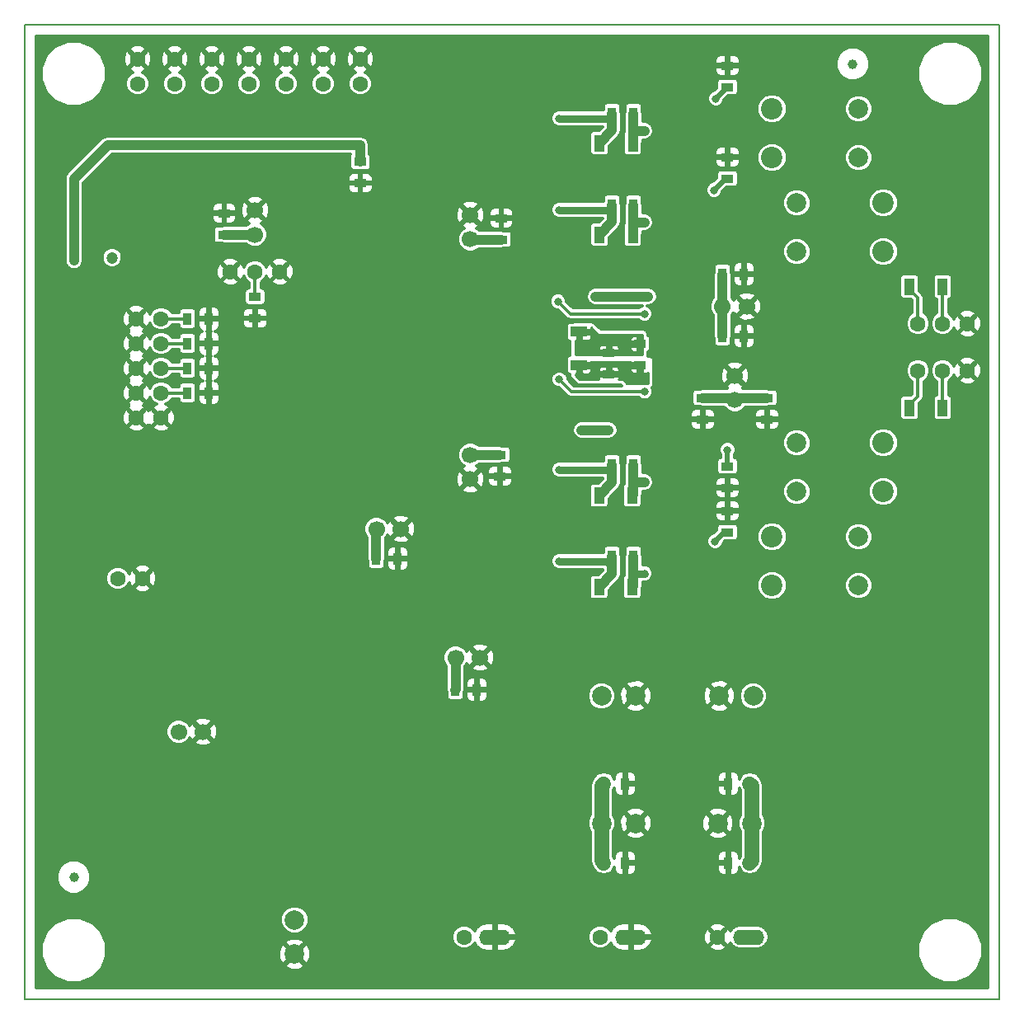
<source format=gbl>
G04 #@! TF.FileFunction,Copper,L2,Bot,Signal*
%FSLAX46Y46*%
G04 Gerber Fmt 4.6, Leading zero omitted, Abs format (unit mm)*
G04 Created by KiCad (PCBNEW 4.0.2-stable) date 01/07/2016 11:06:50*
%MOMM*%
G01*
G04 APERTURE LIST*
%ADD10C,0.100000*%
%ADD11C,0.150000*%
%ADD12C,2.000000*%
%ADD13R,0.900000X1.300000*%
%ADD14C,1.700000*%
%ADD15R,1.300000X0.900000*%
%ADD16C,1.600000*%
%ADD17O,3.200000X1.600000*%
%ADD18C,1.000000*%
%ADD19C,2.200000*%
%ADD20R,1.700000X1.100000*%
%ADD21R,1.100000X1.700000*%
%ADD22C,1.200000*%
%ADD23C,0.800000*%
%ADD24C,0.300000*%
%ADD25C,1.500000*%
%ADD26C,1.000000*%
%ADD27C,0.500000*%
%ADD28C,0.800000*%
%ADD29C,0.254000*%
G04 APERTURE END LIST*
D10*
D11*
X100000000Y0D02*
X100000000Y100000000D01*
X100000000Y0D02*
X0Y0D01*
X0Y100000000D02*
X100000000Y100000000D01*
X0Y0D02*
X0Y100000000D01*
D12*
X59210000Y18034000D03*
X62710000Y18034000D03*
X71148000Y18034000D03*
X74648000Y18034000D03*
D13*
X59436000Y22098000D03*
X61636000Y22098000D03*
X72222000Y22098000D03*
X74422000Y22098000D03*
X59436000Y13970000D03*
X61636000Y13970000D03*
X72222000Y13970000D03*
X74422000Y13970000D03*
D12*
X27685000Y8099500D03*
X27685000Y4599500D03*
X59210000Y31115000D03*
X62710000Y31115000D03*
X71275000Y31115000D03*
X74775000Y31115000D03*
D14*
X44216000Y35052000D03*
X46716000Y35052000D03*
D13*
X44196000Y31750000D03*
X46396000Y31750000D03*
D14*
X23622000Y78486000D03*
X23622000Y80986000D03*
D15*
X20447000Y78486000D03*
X20447000Y80686000D03*
D14*
X36088000Y48260000D03*
X38588000Y48260000D03*
D13*
X36068000Y45212000D03*
X38268000Y45212000D03*
D14*
X45720000Y77998000D03*
X45720000Y80498000D03*
D15*
X48895000Y77978000D03*
X48895000Y80178000D03*
X48768000Y55880000D03*
X48768000Y53680000D03*
D14*
X45720000Y55860000D03*
X45720000Y53360000D03*
D16*
X59055000Y6350000D03*
D17*
X62230000Y6350000D03*
D16*
X71120000Y6350000D03*
D17*
X74295000Y6350000D03*
D16*
X45085000Y6350000D03*
D17*
X48260000Y6350000D03*
D13*
X18879000Y69849500D03*
X16679000Y69849500D03*
X18880000Y67310000D03*
X16680000Y67310000D03*
X18880000Y64770000D03*
X16680000Y64770000D03*
X18880000Y62230000D03*
X16680000Y62230000D03*
D15*
X34426160Y85960900D03*
X34426160Y83760900D03*
D14*
X15767000Y27431500D03*
X18267000Y27431500D03*
D15*
X23621000Y69892500D03*
X23621000Y72092500D03*
D16*
X34417000Y93980000D03*
X34417000Y96520000D03*
X30607000Y93980000D03*
X30607000Y96520000D03*
X26797000Y93980000D03*
X26797000Y96520000D03*
X22987000Y93980000D03*
X22987000Y96520000D03*
X19177000Y93980000D03*
X19177000Y96520000D03*
X15367000Y93980000D03*
X15367000Y96520000D03*
X11557000Y93980000D03*
X11557000Y96520000D03*
X9525000Y43180000D03*
X12065000Y43180000D03*
X11430000Y69850000D03*
X13970000Y69850000D03*
X11430000Y67310000D03*
X13970000Y67310000D03*
X11430000Y64770000D03*
X13970000Y64770000D03*
X11430000Y62230000D03*
X13970000Y62230000D03*
X11430000Y59690000D03*
X13970000Y59690000D03*
X26162000Y74676000D03*
X21082000Y74676000D03*
X23622000Y74676000D03*
D18*
X5000000Y12500000D03*
X85000000Y96000000D03*
D12*
X79248000Y81748000D03*
X79248000Y76748000D03*
D19*
X88138000Y76748000D03*
X88138000Y81748000D03*
X76708000Y86400000D03*
X76708000Y91400000D03*
D12*
X85598000Y91400000D03*
X85598000Y86400000D03*
X79248000Y52110000D03*
X79248000Y57110000D03*
D19*
X88138000Y57110000D03*
X88138000Y52110000D03*
X76708000Y47458000D03*
X76708000Y42458000D03*
D12*
X85598000Y42458000D03*
X85598000Y47458000D03*
D15*
X72136000Y84244000D03*
X72136000Y86444000D03*
X72136000Y54694000D03*
X72136000Y52494000D03*
X72136000Y93642000D03*
X72136000Y95842000D03*
X72136000Y47922000D03*
X72136000Y50122000D03*
D13*
X62484000Y81534000D03*
X60284000Y81534000D03*
X62484000Y54864000D03*
X60284000Y54864000D03*
X62484000Y90932000D03*
X60284000Y90932000D03*
X62484000Y45466000D03*
X60284000Y45466000D03*
D20*
X56896000Y65102000D03*
X56896000Y68502000D03*
D15*
X63119000Y65067000D03*
X63119000Y67267000D03*
X59944000Y64178000D03*
X59944000Y66378000D03*
D14*
X71628000Y71100000D03*
X74128000Y71100000D03*
X72898000Y61488000D03*
X72898000Y63988000D03*
D13*
X71628000Y74422000D03*
X73828000Y74422000D03*
D15*
X69596000Y61722000D03*
X69596000Y59522000D03*
D13*
X71628000Y68072000D03*
X73828000Y68072000D03*
D15*
X76200000Y61722000D03*
X76200000Y59522000D03*
D21*
X94234000Y73152000D03*
X90834000Y73152000D03*
X94234000Y60706000D03*
X90834000Y60706000D03*
X59006000Y78486000D03*
X62406000Y78486000D03*
X58957000Y51689000D03*
X62357000Y51689000D03*
X59006000Y87884000D03*
X62406000Y87884000D03*
X58957000Y42291000D03*
X62357000Y42291000D03*
D16*
X96774000Y69342000D03*
X91694000Y69342000D03*
X94234000Y69342000D03*
X96774000Y64516000D03*
X91694000Y64516000D03*
X94234000Y64516000D03*
D22*
X8934000Y76086000D03*
D23*
X82550000Y11176000D03*
X48006000Y13208000D03*
X51816000Y13208000D03*
X84328000Y6350000D03*
X80264000Y17272000D03*
X80264000Y22098000D03*
X17780000Y82677000D03*
X16129000Y81153000D03*
X7620000Y82550000D03*
D22*
X35560000Y8636000D03*
X38862000Y8636000D03*
X28702000Y14732000D03*
X34798000Y14732000D03*
X38862000Y2286000D03*
D23*
X34544000Y3048000D03*
X31496000Y3048000D03*
X33020000Y3048000D03*
X53594000Y23114000D03*
X41656000Y25146000D03*
X50038000Y37719000D03*
X48006000Y28448000D03*
X48006000Y26924000D03*
X48006000Y29972000D03*
X41148000Y53594000D03*
X41148000Y80518000D03*
X64452500Y51879500D03*
X64325500Y42354500D03*
X64325500Y78549500D03*
X64071500Y87630000D03*
X75819000Y66929000D03*
X90170000Y49530000D03*
X83820000Y50546000D03*
X80518000Y49022000D03*
X75184000Y83820000D03*
X90424000Y84328000D03*
X84074000Y83312000D03*
X81026000Y84836000D03*
X89662000Y74676000D03*
X89408000Y59182000D03*
X80518000Y58674000D03*
X80264000Y73406000D03*
X84328000Y74168000D03*
X84328000Y59690000D03*
X40386000Y32829500D03*
X80391000Y30353000D03*
X80264000Y33782000D03*
X80264000Y26924000D03*
X81788000Y28448000D03*
X81788000Y32258000D03*
X53467000Y30353000D03*
X53594000Y26924000D03*
X52070000Y28448000D03*
X53594000Y33782000D03*
X52070000Y32258000D03*
X73660000Y55034000D03*
X70485000Y54991000D03*
X46863000Y61976000D03*
X46863000Y71882000D03*
X53721000Y60071000D03*
X74041000Y40513000D03*
X70358000Y50165000D03*
X73660000Y50122000D03*
D22*
X86360000Y78867000D03*
X86614000Y54991000D03*
X88138000Y45085000D03*
X78359000Y45085000D03*
X76073000Y54991000D03*
X71247000Y76962000D03*
X76835000Y78867000D03*
X78486000Y88900000D03*
X64135000Y75565000D03*
X45593000Y83439000D03*
X50419000Y81534000D03*
X52578000Y90551000D03*
X48133000Y90551000D03*
X43053000Y87249000D03*
X38481000Y82804000D03*
X38481000Y89662000D03*
X50927000Y40513000D03*
X50927000Y45466000D03*
D23*
X41402000Y49276000D03*
D22*
X43180000Y44196000D03*
D23*
X66929000Y22987000D03*
X70231000Y22987000D03*
X68580000Y21590000D03*
X63627000Y22987000D03*
X65278000Y21590000D03*
D22*
X53975000Y4445000D03*
X53975000Y1905000D03*
X67310000Y13970000D03*
X67310000Y10160000D03*
X67310000Y6350000D03*
X67310000Y1905000D03*
X79375000Y1905000D03*
X84455000Y1905000D03*
X97790000Y8890000D03*
X90805000Y8255000D03*
X90170000Y1905000D03*
X89535000Y24765000D03*
X93980000Y27305000D03*
X93980000Y33020000D03*
X97790000Y39370000D03*
X97790000Y46355000D03*
X97790000Y59055000D03*
X97790000Y75438000D03*
X97790000Y86868000D03*
X97790000Y90805000D03*
X90805000Y93345000D03*
X93599000Y46736000D03*
X92964000Y41656000D03*
X85598000Y38354000D03*
D23*
X36703000Y55753000D03*
X37973000Y57404000D03*
X37973000Y54102000D03*
X45339000Y40005000D03*
X76962000Y34798000D03*
X54356000Y36322000D03*
X78486000Y36576000D03*
X54483000Y39624000D03*
X54356000Y49022000D03*
X64262000Y49022000D03*
X68961000Y72136000D03*
X69088000Y64262000D03*
X70612000Y95885000D03*
X70485000Y86487000D03*
X97790000Y79756000D03*
X97790000Y83312000D03*
X97790000Y50546000D03*
X97790000Y54102000D03*
X81788000Y66040000D03*
X78232000Y66040000D03*
X81788000Y67818000D03*
X78232000Y67818000D03*
X41529000Y61468000D03*
X41275000Y72136000D03*
X50800000Y54102000D03*
X64897000Y58420000D03*
X52324000Y66802000D03*
X54229000Y75692000D03*
X64389000Y85090000D03*
X54229000Y85090000D03*
X64135000Y94488000D03*
X50419000Y77851000D03*
X49022000Y73152000D03*
X48006000Y60706000D03*
X46482000Y60452000D03*
X43815000Y61976000D03*
X46482000Y73406000D03*
X43815000Y72009000D03*
X32258000Y68580000D03*
X36830000Y65151000D03*
X40132000Y65405000D03*
X40132000Y68453000D03*
D22*
X2921000Y16764000D03*
X5080000Y14986000D03*
X7366000Y32766000D03*
X12446000Y32766000D03*
X27476000Y52210000D03*
X22650000Y53988000D03*
X30270000Y56274000D03*
D23*
X28238000Y68466000D03*
X28238000Y65926000D03*
X28238000Y63386000D03*
D22*
X9442000Y85738000D03*
X7410000Y90310000D03*
X2330000Y89802000D03*
X2330000Y76594000D03*
X2330000Y68720000D03*
X41954000Y97676000D03*
X50590000Y97676000D03*
X59734000Y97676000D03*
X67100000Y97676000D03*
X9906000Y7366000D03*
X25908000Y35814000D03*
X27686000Y22606000D03*
X27686000Y27940000D03*
X17272000Y3810000D03*
X21843000Y30225500D03*
X23113000Y18795500D03*
X18795000Y16001500D03*
X16763000Y9905500D03*
X23621000Y10921500D03*
X23621000Y12699500D03*
X23621000Y9143500D03*
X20065000Y24383500D03*
X10667000Y20573500D03*
X10667000Y28177500D03*
X8635000Y26145500D03*
X8635000Y22605500D03*
X20065000Y22605500D03*
X10159000Y10159500D03*
X12191000Y10159500D03*
X10159000Y12699500D03*
X12191000Y14985500D03*
X24783600Y58534600D03*
D23*
X31997200Y72072800D03*
X21253000Y63513000D03*
X21253000Y66053000D03*
X21253000Y68339000D03*
D22*
X33826000Y23635000D03*
X37337000Y28575045D03*
X92709000Y88264500D03*
X88264000Y89534500D03*
X88264000Y97789500D03*
X81914000Y97789500D03*
X74294000Y97789500D03*
X19729000Y59576000D03*
X18014500Y53353000D03*
X12045500Y53416500D03*
X7283000Y53416500D03*
X7219500Y45796500D03*
X24428000Y44272500D03*
X29063500Y47130000D03*
X33508500Y39002000D03*
X31286000Y18301000D03*
X33000500Y30810500D03*
X16363500Y35382500D03*
X9696000Y36716000D03*
X9696000Y39637000D03*
X2330000Y57290000D03*
X2330000Y45860000D03*
X2330000Y29350000D03*
X2330000Y9030000D03*
X9950000Y2680000D03*
X21380000Y2680000D03*
X53384000Y16650000D03*
X50844000Y16650000D03*
X45637000Y20841000D03*
D23*
X46526000Y25159000D03*
D22*
X45637000Y19063000D03*
X48558000Y16777000D03*
X42589000Y16777000D03*
X45510000Y14491000D03*
X37382000Y18301000D03*
X39287000Y16523000D03*
D23*
X26256800Y39637000D03*
X19881400Y39637000D03*
X23513600Y48349200D03*
X20338600Y48349200D03*
X17798600Y47968200D03*
X19246400Y46342600D03*
X19246400Y43066000D03*
X13277400Y46342600D03*
X12058200Y48400000D03*
X58547000Y64262000D03*
X58547000Y72136000D03*
X64008000Y72136000D03*
X63627000Y63627000D03*
X57150000Y66802000D03*
X59944000Y67691000D03*
X57150000Y58420000D03*
X59944000Y58420000D03*
X30672040Y87663320D03*
X26968720Y87663320D03*
X22986000Y87663320D03*
X19282680Y87663320D03*
X15355840Y87663320D03*
X11550920Y87663320D03*
X5029000Y75806600D03*
X34415280Y87663320D03*
X70750000Y83058000D03*
X70950000Y92456000D03*
X72136000Y56388000D03*
X70866000Y46990000D03*
X63627000Y79756000D03*
X54864000Y81026000D03*
X63627000Y53086000D03*
X54864000Y54356000D03*
X63627000Y89154000D03*
X54864000Y90424000D03*
X63627000Y43688000D03*
X54864000Y44958000D03*
X63627000Y70358000D03*
X54737000Y71628000D03*
X54864000Y63627000D03*
X63627000Y62357000D03*
D24*
X82550000Y8128000D02*
X84328000Y6350000D01*
X82550000Y11176000D02*
X82550000Y10610315D01*
X82550000Y10610315D02*
X82550000Y8128000D01*
X51816000Y13208000D02*
X48006000Y13208000D01*
X80264000Y22098000D02*
X80264000Y17272000D01*
X38862000Y8636000D02*
X35560000Y8636000D01*
X34798000Y14732000D02*
X28702000Y14732000D01*
X33020000Y3048000D02*
X31496000Y3048000D01*
X33826000Y23635000D02*
X40145000Y23635000D01*
X40145000Y23635000D02*
X41656000Y25146000D01*
X65595500Y44894500D02*
X65595500Y43624500D01*
X65595500Y43624500D02*
X64325500Y42354500D01*
X64262000Y46228000D02*
X65595500Y44894500D01*
X64262000Y49022000D02*
X64262000Y46228000D01*
X80518000Y49022000D02*
X82042000Y50546000D01*
X82042000Y50546000D02*
X83820000Y50546000D01*
X84074000Y83312000D02*
X85090000Y84328000D01*
X85090000Y84328000D02*
X90424000Y84328000D01*
X78486000Y88900000D02*
X78486000Y87376000D01*
X78486000Y87376000D02*
X81026000Y84836000D01*
X81788000Y67818000D02*
X81788000Y71628000D01*
X81788000Y71628000D02*
X84328000Y74168000D01*
X81788000Y66040000D02*
X81788000Y62230000D01*
X81788000Y62230000D02*
X84328000Y59690000D01*
X74041000Y40513000D02*
X76200000Y38354000D01*
X76200000Y38354000D02*
X85598000Y38354000D01*
X72136000Y50122000D02*
X70401000Y50122000D01*
X70401000Y50122000D02*
X70358000Y50165000D01*
X78359000Y45085000D02*
X88138000Y45085000D01*
X76835000Y78867000D02*
X73152000Y78867000D01*
X73152000Y78867000D02*
X71247000Y76962000D01*
X50419000Y81534000D02*
X47498000Y81534000D01*
X47498000Y81534000D02*
X45593000Y83439000D01*
X43053000Y87249000D02*
X44831000Y87249000D01*
X44831000Y87249000D02*
X48133000Y90551000D01*
X38481000Y89662000D02*
X38481000Y82804000D01*
X50927000Y45466000D02*
X50927000Y40513000D01*
X43180000Y44196000D02*
X41402000Y45974000D01*
X41402000Y45974000D02*
X41402000Y49276000D01*
X53975000Y1905000D02*
X53975000Y4445000D01*
X67310000Y10160000D02*
X67310000Y13970000D01*
X67310000Y1905000D02*
X67310000Y6350000D01*
X84455000Y1905000D02*
X79375000Y1905000D01*
X90805000Y8255000D02*
X91440000Y8890000D01*
X91440000Y8890000D02*
X97790000Y8890000D01*
X93980000Y33020000D02*
X93980000Y27305000D01*
X97790000Y46355000D02*
X97790000Y39370000D01*
X97790000Y79756000D02*
X97790000Y75438000D01*
X90805000Y93345000D02*
X93345000Y90805000D01*
X93345000Y90805000D02*
X97790000Y90805000D01*
X92964000Y41656000D02*
X92964000Y46101000D01*
X92964000Y46101000D02*
X93599000Y46736000D01*
X72136000Y86444000D02*
X70528000Y86444000D01*
X70528000Y86444000D02*
X70485000Y86487000D01*
X32258000Y68580000D02*
X28352000Y68580000D01*
X28352000Y68580000D02*
X28238000Y68466000D01*
X33528000Y44196000D02*
X33508500Y44176500D01*
X33508500Y44176500D02*
X33508500Y39002000D01*
X30594000Y47130000D02*
X33528000Y44196000D01*
X29063500Y47130000D02*
X30594000Y47130000D01*
X9950000Y7760000D02*
X9201000Y8509000D01*
X9201000Y8509000D02*
X8680000Y9030000D01*
X10159000Y10159500D02*
X9559001Y9559501D01*
X9559001Y9559501D02*
X9559001Y8867001D01*
X9559001Y8867001D02*
X9201000Y8509000D01*
X9696000Y36716000D02*
X9696000Y35516000D01*
X9696000Y35516000D02*
X12446000Y32766000D01*
X18880000Y62230000D02*
X18880000Y60425000D01*
X18880000Y60425000D02*
X19729000Y59576000D01*
X41954000Y97676000D02*
X35573000Y97676000D01*
X35573000Y97676000D02*
X34417000Y96520000D01*
X27476000Y52210000D02*
X27476000Y53480000D01*
X27476000Y53480000D02*
X30270000Y56274000D01*
X27476000Y52210000D02*
X27857000Y51829000D01*
X27857000Y51829000D02*
X28161800Y51829000D01*
X24783600Y58534600D02*
X24783600Y56121600D01*
X24783600Y56121600D02*
X22650000Y53988000D01*
X81914000Y97789500D02*
X88264000Y97789500D01*
X28238000Y65926000D02*
X28238000Y68466000D01*
X28238000Y63386000D02*
X28238000Y65926000D01*
X27304601Y58134601D02*
X28238000Y59068000D01*
X28238000Y59068000D02*
X28238000Y63386000D01*
X24783600Y58534600D02*
X25183599Y58134601D01*
X25183599Y58134601D02*
X27304601Y58134601D01*
X9188000Y92596000D02*
X9188000Y94151000D01*
X9188000Y94151000D02*
X11557000Y96520000D01*
X8009999Y91417999D02*
X9188000Y92596000D01*
X7410000Y90310000D02*
X8009999Y90909999D01*
X8009999Y90909999D02*
X8009999Y91417999D01*
X2330000Y76594000D02*
X2330000Y89802000D01*
X50590000Y97676000D02*
X41954000Y97676000D01*
X67100000Y97676000D02*
X59734000Y97676000D01*
X24384000Y34220000D02*
X23221500Y35382500D01*
X25400500Y33203500D02*
X24384000Y34220000D01*
X24384000Y34220000D02*
X24384000Y34290000D01*
X24384000Y34290000D02*
X25908000Y35814000D01*
X25400500Y30225500D02*
X25400500Y33203500D01*
X27686000Y22606000D02*
X32797000Y22606000D01*
X32797000Y22606000D02*
X33826000Y23635000D01*
X21843000Y30225500D02*
X25400500Y30225500D01*
X25400500Y30225500D02*
X27686000Y27940000D01*
X12191000Y10159500D02*
X16509000Y10159500D01*
X16509000Y10159500D02*
X16763000Y9905500D01*
X29063500Y47130000D02*
X29063500Y50927300D01*
X29063500Y50927300D02*
X28161800Y51829000D01*
X25164600Y58153600D02*
X24783600Y58534600D01*
X21253000Y66053000D02*
X21253000Y63513000D01*
X21253000Y68339000D02*
X21253000Y66053000D01*
X18880000Y67310000D02*
X20224000Y67310000D01*
X20224000Y67310000D02*
X21253000Y68339000D01*
X18014500Y53353000D02*
X18014500Y57861500D01*
X18014500Y57861500D02*
X19729000Y59576000D01*
X7283000Y53416500D02*
X12045500Y53416500D01*
X2330000Y45860000D02*
X7156000Y45860000D01*
X7156000Y45860000D02*
X7219500Y45796500D01*
X16363500Y35382500D02*
X23221500Y35382500D01*
X2330000Y57290000D02*
X2330000Y68720000D01*
X2330000Y29350000D02*
X2330000Y45860000D01*
X8680000Y9030000D02*
X2330000Y9030000D01*
X9950000Y2680000D02*
X9950000Y7760000D01*
D25*
X74648000Y18034000D02*
X74648000Y14196000D01*
X74648000Y14196000D02*
X74422000Y13970000D01*
X74648000Y18034000D02*
X74648000Y21872000D01*
X74648000Y21872000D02*
X74422000Y22098000D01*
D26*
X58547000Y72136000D02*
X64008000Y72136000D01*
X59944000Y58420000D02*
X57150000Y58420000D01*
X34415280Y87663320D02*
X34415280Y85971780D01*
X34415280Y85971780D02*
X34426160Y85960900D01*
X34415280Y87663320D02*
X30672040Y87663320D01*
X30672040Y87663320D02*
X26968720Y87663320D01*
X26968720Y87663320D02*
X22986000Y87663320D01*
X22986000Y87663320D02*
X19282680Y87663320D01*
X19282680Y87663320D02*
X15355840Y87663320D01*
X15355840Y87663320D02*
X11550920Y87663320D01*
X11550920Y87663320D02*
X8507280Y87663320D01*
X8507280Y87663320D02*
X5029000Y84185040D01*
X5029000Y84185040D02*
X5029000Y75806600D01*
X44216000Y35052000D02*
X44216000Y31770000D01*
X44216000Y31770000D02*
X44196000Y31750000D01*
X20447000Y78486000D02*
X23622000Y78486000D01*
X36068000Y45212000D02*
X36068000Y48240000D01*
X36068000Y48240000D02*
X36088000Y48260000D01*
X71628000Y71100000D02*
X71628000Y68072000D01*
X71628000Y74422000D02*
X71628000Y71100000D01*
D27*
X72136000Y84244000D02*
X71936000Y84244000D01*
X71936000Y84244000D02*
X70750000Y83058000D01*
X72136000Y93642000D02*
X70950000Y92456000D01*
D26*
X72898000Y61722000D02*
X76200000Y61722000D01*
X69596000Y61722000D02*
X72898000Y61722000D01*
D27*
X72136000Y54694000D02*
X72136000Y56388000D01*
X72136000Y47922000D02*
X71798000Y47922000D01*
X71798000Y47922000D02*
X70866000Y46990000D01*
D25*
X59210000Y18034000D02*
X59210000Y21872000D01*
X59210000Y21872000D02*
X59436000Y22098000D01*
X59210000Y18034000D02*
X59210000Y14196000D01*
X59210000Y14196000D02*
X59436000Y13970000D01*
D24*
X91694000Y69342000D02*
X91694000Y71992000D01*
X91694000Y71992000D02*
X90834000Y72852000D01*
X90834000Y72852000D02*
X90834000Y73152000D01*
X91694000Y64516000D02*
X91694000Y61866000D01*
X91694000Y61866000D02*
X90834000Y61006000D01*
X90834000Y61006000D02*
X90834000Y60706000D01*
D26*
X62484000Y81534000D02*
X62484000Y79756000D01*
X62484000Y79756000D02*
X62484000Y78564000D01*
X63627000Y79756000D02*
X62484000Y79756000D01*
X62484000Y78564000D02*
X62406000Y78486000D01*
X60284000Y81534000D02*
X60284000Y80645000D01*
X60284000Y80645000D02*
X60284000Y79764000D01*
D28*
X54864000Y81026000D02*
X59903000Y81026000D01*
X59903000Y81026000D02*
X60284000Y80645000D01*
D26*
X60284000Y79764000D02*
X59006000Y78486000D01*
X62484000Y54864000D02*
X62484000Y53086000D01*
X62484000Y53086000D02*
X62484000Y51816000D01*
X63627000Y53086000D02*
X62484000Y53086000D01*
X62484000Y51816000D02*
X62357000Y51689000D01*
X60284000Y54864000D02*
X60284000Y53975000D01*
X60284000Y53975000D02*
X60284000Y53016000D01*
D28*
X54864000Y54356000D02*
X59903000Y54356000D01*
X59903000Y54356000D02*
X60284000Y53975000D01*
D26*
X60284000Y53016000D02*
X58957000Y51689000D01*
D24*
X94234000Y72002000D02*
X94234000Y69342000D01*
X94234000Y73152000D02*
X94234000Y72002000D01*
X94234000Y64516000D02*
X94234000Y60706000D01*
D26*
X48895000Y77978000D02*
X45740000Y77978000D01*
X45740000Y77978000D02*
X45720000Y77998000D01*
X48768000Y55880000D02*
X45740000Y55880000D01*
X45740000Y55880000D02*
X45720000Y55860000D01*
X62484000Y90932000D02*
X62484000Y89154000D01*
X62484000Y89154000D02*
X62484000Y87962000D01*
X63627000Y89154000D02*
X62484000Y89154000D01*
X62484000Y87962000D02*
X62406000Y87884000D01*
X60284000Y90932000D02*
X60284000Y90297000D01*
X60284000Y90297000D02*
X60284000Y89162000D01*
D28*
X54864000Y90424000D02*
X60157000Y90424000D01*
X60157000Y90424000D02*
X60284000Y90297000D01*
D26*
X60284000Y89162000D02*
X59006000Y87884000D01*
D28*
X63627000Y43688000D02*
X62484000Y43688000D01*
D26*
X62484000Y45466000D02*
X62484000Y43688000D01*
X62484000Y43688000D02*
X62484000Y42418000D01*
X62484000Y42418000D02*
X62357000Y42291000D01*
X60284000Y45466000D02*
X60284000Y44450000D01*
X60284000Y44450000D02*
X60284000Y43618000D01*
D28*
X54864000Y44958000D02*
X59776000Y44958000D01*
X59776000Y44958000D02*
X60284000Y44450000D01*
D26*
X60284000Y43618000D02*
X58957000Y42291000D01*
D24*
X23621000Y72092500D02*
X23621000Y74675000D01*
X23621000Y74675000D02*
X23622000Y74676000D01*
X16679000Y69849500D02*
X13970500Y69849500D01*
X13970500Y69849500D02*
X13970000Y69850000D01*
X16680000Y67310000D02*
X13970000Y67310000D01*
X16680000Y64770000D02*
X13970000Y64770000D01*
X16680000Y62230000D02*
X13970000Y62230000D01*
X63627000Y70358000D02*
X56007000Y70358000D01*
X56007000Y70358000D02*
X54737000Y71628000D01*
X63627000Y62357000D02*
X56134000Y62357000D01*
X56134000Y62357000D02*
X54864000Y63627000D01*
G36*
X98850000Y1150000D02*
X1150000Y1150000D01*
X1150000Y4336567D01*
X1649420Y4336567D01*
X2158353Y3104857D01*
X3099900Y2161665D01*
X4330720Y1650583D01*
X5663433Y1649420D01*
X6895143Y2158353D01*
X7838335Y3099900D01*
X7983475Y3449437D01*
X26682016Y3449437D01*
X26777379Y3173332D01*
X27392239Y2934561D01*
X28051668Y2949262D01*
X28592621Y3173332D01*
X28687984Y3449437D01*
X27685000Y4452422D01*
X26682016Y3449437D01*
X7983475Y3449437D01*
X8349417Y4330720D01*
X8349907Y4892261D01*
X26020061Y4892261D01*
X26034762Y4232832D01*
X26258832Y3691879D01*
X26534937Y3596516D01*
X27537922Y4599500D01*
X27832078Y4599500D01*
X28835063Y3596516D01*
X29111168Y3691879D01*
X29349939Y4306739D01*
X29349275Y4336567D01*
X91649420Y4336567D01*
X92158353Y3104857D01*
X93099900Y2161665D01*
X94330720Y1650583D01*
X95663433Y1649420D01*
X96895143Y2158353D01*
X97838335Y3099900D01*
X98349417Y4330720D01*
X98350580Y5663433D01*
X97841647Y6895143D01*
X96900100Y7838335D01*
X95669280Y8349417D01*
X94336567Y8350580D01*
X93104857Y7841647D01*
X92161665Y6900100D01*
X91650583Y5669280D01*
X91649420Y4336567D01*
X29349275Y4336567D01*
X29335238Y4966168D01*
X29111168Y5507121D01*
X28835063Y5602484D01*
X27832078Y4599500D01*
X27537922Y4599500D01*
X26534937Y5602484D01*
X26258832Y5507121D01*
X26020061Y4892261D01*
X8349907Y4892261D01*
X8350580Y5663433D01*
X8314992Y5749563D01*
X26682016Y5749563D01*
X27685000Y4746578D01*
X28687984Y5749563D01*
X28592621Y6025668D01*
X28394900Y6102450D01*
X43834783Y6102450D01*
X44024684Y5642857D01*
X44376007Y5290919D01*
X44835269Y5100217D01*
X45332550Y5099783D01*
X45792143Y5289684D01*
X46144081Y5641007D01*
X46173546Y5711966D01*
X46355499Y5392578D01*
X46805964Y5042783D01*
X47356000Y4892000D01*
X48156000Y4892000D01*
X48156000Y6246000D01*
X48364000Y6246000D01*
X48364000Y4892000D01*
X49164000Y4892000D01*
X49714036Y5042783D01*
X50164501Y5392578D01*
X50446815Y5888132D01*
X50480112Y6019780D01*
X50432313Y6102450D01*
X57804783Y6102450D01*
X57994684Y5642857D01*
X58346007Y5290919D01*
X58805269Y5100217D01*
X59302550Y5099783D01*
X59762143Y5289684D01*
X60114081Y5641007D01*
X60143546Y5711966D01*
X60325499Y5392578D01*
X60775964Y5042783D01*
X61326000Y4892000D01*
X62126000Y4892000D01*
X62126000Y6246000D01*
X62334000Y6246000D01*
X62334000Y4892000D01*
X63134000Y4892000D01*
X63684036Y5042783D01*
X64072608Y5344517D01*
X70261596Y5344517D01*
X70332498Y5089161D01*
X70874946Y4883772D01*
X71454701Y4901603D01*
X71907502Y5089161D01*
X71978404Y5344517D01*
X71120000Y6202922D01*
X70261596Y5344517D01*
X64072608Y5344517D01*
X64134501Y5392578D01*
X64416815Y5888132D01*
X64450112Y6019780D01*
X64319312Y6246000D01*
X62334000Y6246000D01*
X62126000Y6246000D01*
X62106000Y6246000D01*
X62106000Y6454000D01*
X62126000Y6454000D01*
X62126000Y7808000D01*
X62334000Y7808000D01*
X62334000Y6454000D01*
X64319312Y6454000D01*
X64400869Y6595054D01*
X69653772Y6595054D01*
X69671603Y6015299D01*
X69859161Y5562498D01*
X70114517Y5491596D01*
X70972922Y6350000D01*
X71267078Y6350000D01*
X72125483Y5491596D01*
X72380839Y5562498D01*
X72426311Y5682592D01*
X72570955Y5466117D01*
X72976484Y5195151D01*
X73454838Y5100000D01*
X75135162Y5100000D01*
X75613516Y5195151D01*
X76019045Y5466117D01*
X76290011Y5871646D01*
X76385162Y6350000D01*
X76290011Y6828354D01*
X76019045Y7233883D01*
X75613516Y7504849D01*
X75135162Y7600000D01*
X73454838Y7600000D01*
X72976484Y7504849D01*
X72570955Y7233883D01*
X72428949Y7021356D01*
X72380839Y7137502D01*
X72125483Y7208404D01*
X71267078Y6350000D01*
X70972922Y6350000D01*
X70114517Y7208404D01*
X69859161Y7137502D01*
X69653772Y6595054D01*
X64400869Y6595054D01*
X64450112Y6680220D01*
X64416815Y6811868D01*
X64134501Y7307422D01*
X64072609Y7355483D01*
X70261596Y7355483D01*
X71120000Y6497078D01*
X71978404Y7355483D01*
X71907502Y7610839D01*
X71365054Y7816228D01*
X70785299Y7798397D01*
X70332498Y7610839D01*
X70261596Y7355483D01*
X64072609Y7355483D01*
X63684036Y7657217D01*
X63134000Y7808000D01*
X62334000Y7808000D01*
X62126000Y7808000D01*
X61326000Y7808000D01*
X60775964Y7657217D01*
X60325499Y7307422D01*
X60143734Y6988365D01*
X60115316Y7057143D01*
X59763993Y7409081D01*
X59304731Y7599783D01*
X58807450Y7600217D01*
X58347857Y7410316D01*
X57995919Y7058993D01*
X57805217Y6599731D01*
X57804783Y6102450D01*
X50432313Y6102450D01*
X50349312Y6246000D01*
X48364000Y6246000D01*
X48156000Y6246000D01*
X48136000Y6246000D01*
X48136000Y6454000D01*
X48156000Y6454000D01*
X48156000Y7808000D01*
X48364000Y7808000D01*
X48364000Y6454000D01*
X50349312Y6454000D01*
X50480112Y6680220D01*
X50446815Y6811868D01*
X50164501Y7307422D01*
X49714036Y7657217D01*
X49164000Y7808000D01*
X48364000Y7808000D01*
X48156000Y7808000D01*
X47356000Y7808000D01*
X46805964Y7657217D01*
X46355499Y7307422D01*
X46173734Y6988365D01*
X46145316Y7057143D01*
X45793993Y7409081D01*
X45334731Y7599783D01*
X44837450Y7600217D01*
X44377857Y7410316D01*
X44025919Y7058993D01*
X43835217Y6599731D01*
X43834783Y6102450D01*
X28394900Y6102450D01*
X27977761Y6264439D01*
X27318332Y6249738D01*
X26777379Y6025668D01*
X26682016Y5749563D01*
X8314992Y5749563D01*
X7841647Y6895143D01*
X6926047Y7812343D01*
X26234749Y7812343D01*
X26455033Y7279214D01*
X26862569Y6870967D01*
X27395312Y6649752D01*
X27972157Y6649249D01*
X28505286Y6869533D01*
X28913533Y7277069D01*
X29134748Y7809812D01*
X29135251Y8386657D01*
X28914967Y8919786D01*
X28507431Y9328033D01*
X27974688Y9549248D01*
X27397843Y9549751D01*
X26864714Y9329467D01*
X26456467Y8921931D01*
X26235252Y8389188D01*
X26234749Y7812343D01*
X6926047Y7812343D01*
X6900100Y7838335D01*
X5669280Y8349417D01*
X4336567Y8350580D01*
X3104857Y7841647D01*
X2161665Y6900100D01*
X1650583Y5669280D01*
X1649420Y4336567D01*
X1150000Y4336567D01*
X1150000Y12153431D01*
X3249696Y12153431D01*
X3515557Y11509999D01*
X4007410Y11017287D01*
X4650376Y10750304D01*
X5346569Y10749696D01*
X5990001Y11015557D01*
X6482713Y11507410D01*
X6749696Y12150376D01*
X6750304Y12846569D01*
X6484443Y13490001D01*
X5992590Y13982713D01*
X5349624Y14249696D01*
X4653431Y14250304D01*
X4009999Y13984443D01*
X3517287Y13492590D01*
X3250304Y12849624D01*
X3249696Y12153431D01*
X1150000Y12153431D01*
X1150000Y17746843D01*
X57759749Y17746843D01*
X57980033Y17213714D01*
X58010000Y17183695D01*
X58010000Y14196000D01*
X58101345Y13736780D01*
X58361472Y13347472D01*
X58563720Y13145224D01*
X58657117Y13000081D01*
X58807495Y12897332D01*
X58973116Y12863793D01*
X58976780Y12861345D01*
X59436000Y12770000D01*
X59895220Y12861345D01*
X59898499Y12863536D01*
X60052760Y12892562D01*
X60205919Y12991117D01*
X60308668Y13141495D01*
X60313348Y13164604D01*
X60528000Y13485854D01*
X60528000Y13189115D01*
X60628175Y12947273D01*
X60813273Y12762174D01*
X61055116Y12662000D01*
X61367500Y12662000D01*
X61532000Y12826500D01*
X61532000Y13866000D01*
X61740000Y13866000D01*
X61740000Y12826500D01*
X61904500Y12662000D01*
X62216884Y12662000D01*
X62458727Y12762174D01*
X62643825Y12947273D01*
X62744000Y13189115D01*
X62744000Y13701500D01*
X71114000Y13701500D01*
X71114000Y13189115D01*
X71214175Y12947273D01*
X71399273Y12762174D01*
X71641116Y12662000D01*
X71953500Y12662000D01*
X72118000Y12826500D01*
X72118000Y13866000D01*
X71278500Y13866000D01*
X71114000Y13701500D01*
X62744000Y13701500D01*
X62579500Y13866000D01*
X61740000Y13866000D01*
X61532000Y13866000D01*
X61512000Y13866000D01*
X61512000Y14074000D01*
X61532000Y14074000D01*
X61532000Y15113500D01*
X61740000Y15113500D01*
X61740000Y14074000D01*
X62579500Y14074000D01*
X62744000Y14238500D01*
X62744000Y14750885D01*
X71114000Y14750885D01*
X71114000Y14238500D01*
X71278500Y14074000D01*
X72118000Y14074000D01*
X72118000Y15113500D01*
X71953500Y15278000D01*
X71641116Y15278000D01*
X71399273Y15177826D01*
X71214175Y14992727D01*
X71114000Y14750885D01*
X62744000Y14750885D01*
X62643825Y14992727D01*
X62458727Y15177826D01*
X62216884Y15278000D01*
X61904500Y15278000D01*
X61740000Y15113500D01*
X61532000Y15113500D01*
X61367500Y15278000D01*
X61055116Y15278000D01*
X60813273Y15177826D01*
X60628175Y14992727D01*
X60528000Y14750885D01*
X60528000Y14454146D01*
X60410000Y14630746D01*
X60410000Y16883937D01*
X61707016Y16883937D01*
X61802379Y16607832D01*
X62417239Y16369061D01*
X63076668Y16383762D01*
X63617621Y16607832D01*
X63712984Y16883937D01*
X70145016Y16883937D01*
X70240379Y16607832D01*
X70855239Y16369061D01*
X71514668Y16383762D01*
X72055621Y16607832D01*
X72150984Y16883937D01*
X71148000Y17886922D01*
X70145016Y16883937D01*
X63712984Y16883937D01*
X62710000Y17886922D01*
X61707016Y16883937D01*
X60410000Y16883937D01*
X60410000Y17183086D01*
X60438533Y17211569D01*
X60659748Y17744312D01*
X60660251Y18321157D01*
X60657936Y18326761D01*
X61045061Y18326761D01*
X61059762Y17667332D01*
X61283832Y17126379D01*
X61559937Y17031016D01*
X62562922Y18034000D01*
X62857078Y18034000D01*
X63860063Y17031016D01*
X64136168Y17126379D01*
X64374939Y17741239D01*
X64361886Y18326761D01*
X69483061Y18326761D01*
X69497762Y17667332D01*
X69721832Y17126379D01*
X69997937Y17031016D01*
X71000922Y18034000D01*
X71295078Y18034000D01*
X72298063Y17031016D01*
X72574168Y17126379D01*
X72812939Y17741239D01*
X72798238Y18400668D01*
X72574168Y18941621D01*
X72298063Y19036984D01*
X71295078Y18034000D01*
X71000922Y18034000D01*
X69997937Y19036984D01*
X69721832Y18941621D01*
X69483061Y18326761D01*
X64361886Y18326761D01*
X64360238Y18400668D01*
X64136168Y18941621D01*
X63860063Y19036984D01*
X62857078Y18034000D01*
X62562922Y18034000D01*
X61559937Y19036984D01*
X61283832Y18941621D01*
X61045061Y18326761D01*
X60657936Y18326761D01*
X60439967Y18854286D01*
X60410000Y18884305D01*
X60410000Y19184063D01*
X61707016Y19184063D01*
X62710000Y18181078D01*
X63712984Y19184063D01*
X70145016Y19184063D01*
X71148000Y18181078D01*
X72150984Y19184063D01*
X72055621Y19460168D01*
X71440761Y19698939D01*
X70781332Y19684238D01*
X70240379Y19460168D01*
X70145016Y19184063D01*
X63712984Y19184063D01*
X63617621Y19460168D01*
X63002761Y19698939D01*
X62343332Y19684238D01*
X61802379Y19460168D01*
X61707016Y19184063D01*
X60410000Y19184063D01*
X60410000Y21437254D01*
X60528000Y21613854D01*
X60528000Y21317115D01*
X60628175Y21075273D01*
X60813273Y20890174D01*
X61055116Y20790000D01*
X61367500Y20790000D01*
X61532000Y20954500D01*
X61532000Y21994000D01*
X61740000Y21994000D01*
X61740000Y20954500D01*
X61904500Y20790000D01*
X62216884Y20790000D01*
X62458727Y20890174D01*
X62643825Y21075273D01*
X62744000Y21317115D01*
X62744000Y21829500D01*
X71114000Y21829500D01*
X71114000Y21317115D01*
X71214175Y21075273D01*
X71399273Y20890174D01*
X71641116Y20790000D01*
X71953500Y20790000D01*
X72118000Y20954500D01*
X72118000Y21994000D01*
X71278500Y21994000D01*
X71114000Y21829500D01*
X62744000Y21829500D01*
X62579500Y21994000D01*
X61740000Y21994000D01*
X61532000Y21994000D01*
X61512000Y21994000D01*
X61512000Y22202000D01*
X61532000Y22202000D01*
X61532000Y23241500D01*
X61740000Y23241500D01*
X61740000Y22202000D01*
X62579500Y22202000D01*
X62744000Y22366500D01*
X62744000Y22878885D01*
X71114000Y22878885D01*
X71114000Y22366500D01*
X71278500Y22202000D01*
X72118000Y22202000D01*
X72118000Y23241500D01*
X72326000Y23241500D01*
X72326000Y22202000D01*
X72346000Y22202000D01*
X72346000Y21994000D01*
X72326000Y21994000D01*
X72326000Y20954500D01*
X72490500Y20790000D01*
X72802884Y20790000D01*
X73044727Y20890174D01*
X73229825Y21075273D01*
X73330000Y21317115D01*
X73330000Y21613854D01*
X73448000Y21437254D01*
X73448000Y18884914D01*
X73419467Y18856431D01*
X73198252Y18323688D01*
X73197749Y17746843D01*
X73418033Y17213714D01*
X73448000Y17183695D01*
X73448000Y14630746D01*
X73330000Y14454146D01*
X73330000Y14750885D01*
X73229825Y14992727D01*
X73044727Y15177826D01*
X72802884Y15278000D01*
X72490500Y15278000D01*
X72326000Y15113500D01*
X72326000Y14074000D01*
X72346000Y14074000D01*
X72346000Y13866000D01*
X72326000Y13866000D01*
X72326000Y12826500D01*
X72490500Y12662000D01*
X72802884Y12662000D01*
X73044727Y12762174D01*
X73229825Y12947273D01*
X73330000Y13189115D01*
X73330000Y13485854D01*
X73541550Y13169246D01*
X73544562Y13153240D01*
X73643117Y13000081D01*
X73793495Y12897332D01*
X73959116Y12863793D01*
X73962780Y12861345D01*
X74422000Y12770000D01*
X74881220Y12861345D01*
X74884499Y12863536D01*
X75038760Y12892562D01*
X75191919Y12991117D01*
X75294668Y13141495D01*
X75295713Y13146657D01*
X75496528Y13347472D01*
X75756655Y13736780D01*
X75848000Y14196000D01*
X75848000Y17183086D01*
X75876533Y17211569D01*
X76097748Y17744312D01*
X76098251Y18321157D01*
X75877967Y18854286D01*
X75848000Y18884305D01*
X75848000Y21872000D01*
X75756655Y22331220D01*
X75496528Y22720528D01*
X75294280Y22922776D01*
X75200883Y23067919D01*
X75050505Y23170668D01*
X74884884Y23204207D01*
X74881220Y23206655D01*
X74422000Y23298000D01*
X73962780Y23206655D01*
X73959501Y23204464D01*
X73805240Y23175438D01*
X73652081Y23076883D01*
X73549332Y22926505D01*
X73544652Y22903396D01*
X73330000Y22582146D01*
X73330000Y22878885D01*
X73229825Y23120727D01*
X73044727Y23305826D01*
X72802884Y23406000D01*
X72490500Y23406000D01*
X72326000Y23241500D01*
X72118000Y23241500D01*
X71953500Y23406000D01*
X71641116Y23406000D01*
X71399273Y23305826D01*
X71214175Y23120727D01*
X71114000Y22878885D01*
X62744000Y22878885D01*
X62643825Y23120727D01*
X62458727Y23305826D01*
X62216884Y23406000D01*
X61904500Y23406000D01*
X61740000Y23241500D01*
X61532000Y23241500D01*
X61367500Y23406000D01*
X61055116Y23406000D01*
X60813273Y23305826D01*
X60628175Y23120727D01*
X60528000Y22878885D01*
X60528000Y22582146D01*
X60316450Y22898754D01*
X60313438Y22914760D01*
X60214883Y23067919D01*
X60064505Y23170668D01*
X59898884Y23204207D01*
X59895220Y23206655D01*
X59436000Y23298000D01*
X58976780Y23206655D01*
X58973501Y23204464D01*
X58819240Y23175438D01*
X58666081Y23076883D01*
X58563332Y22926505D01*
X58562287Y22921343D01*
X58361472Y22720528D01*
X58101345Y22331220D01*
X58010000Y21872000D01*
X58010000Y18884914D01*
X57981467Y18856431D01*
X57760252Y18323688D01*
X57759749Y17746843D01*
X1150000Y17746843D01*
X1150000Y27174048D01*
X14466774Y27174048D01*
X14664271Y26696071D01*
X15029647Y26330056D01*
X15507279Y26131726D01*
X16024452Y26131274D01*
X16502429Y26328771D01*
X16563626Y26389862D01*
X17372440Y26389862D01*
X17449462Y26129321D01*
X18010015Y25915585D01*
X18609693Y25932634D01*
X19084538Y26129321D01*
X19161560Y26389862D01*
X18267000Y27284422D01*
X17372440Y26389862D01*
X16563626Y26389862D01*
X16868444Y26694147D01*
X16900065Y26770298D01*
X16964821Y26613962D01*
X17225362Y26536940D01*
X18119922Y27431500D01*
X18414078Y27431500D01*
X19308638Y26536940D01*
X19569179Y26613962D01*
X19782915Y27174515D01*
X19765866Y27774193D01*
X19569179Y28249038D01*
X19308638Y28326060D01*
X18414078Y27431500D01*
X18119922Y27431500D01*
X17225362Y28326060D01*
X16964821Y28249038D01*
X16902902Y28086646D01*
X16869729Y28166929D01*
X16564055Y28473138D01*
X17372440Y28473138D01*
X18267000Y27578578D01*
X19161560Y28473138D01*
X19084538Y28733679D01*
X18523985Y28947415D01*
X17924307Y28930366D01*
X17449462Y28733679D01*
X17372440Y28473138D01*
X16564055Y28473138D01*
X16504353Y28532944D01*
X16026721Y28731274D01*
X15509548Y28731726D01*
X15031571Y28534229D01*
X14665556Y28168853D01*
X14467226Y27691221D01*
X14466774Y27174048D01*
X1150000Y27174048D01*
X1150000Y34794548D01*
X42915774Y34794548D01*
X43113271Y34316571D01*
X43266000Y34163575D01*
X43266000Y31850544D01*
X43246001Y31750000D01*
X43287184Y31542955D01*
X43287184Y31100000D01*
X43318562Y30933240D01*
X43417117Y30780081D01*
X43567495Y30677332D01*
X43746000Y30641184D01*
X44646000Y30641184D01*
X44812760Y30672562D01*
X44965919Y30771117D01*
X45068668Y30921495D01*
X45104816Y31100000D01*
X45104816Y31462406D01*
X45108614Y31481500D01*
X45288000Y31481500D01*
X45288000Y30969115D01*
X45388175Y30727273D01*
X45573273Y30542174D01*
X45815116Y30442000D01*
X46127500Y30442000D01*
X46292000Y30606500D01*
X46292000Y31646000D01*
X46500000Y31646000D01*
X46500000Y30606500D01*
X46664500Y30442000D01*
X46976884Y30442000D01*
X47218727Y30542174D01*
X47403825Y30727273D01*
X47445482Y30827843D01*
X57759749Y30827843D01*
X57980033Y30294714D01*
X58387569Y29886467D01*
X58920312Y29665252D01*
X59497157Y29664749D01*
X60030286Y29885033D01*
X60110329Y29964937D01*
X61707016Y29964937D01*
X61802379Y29688832D01*
X62417239Y29450061D01*
X63076668Y29464762D01*
X63617621Y29688832D01*
X63712984Y29964937D01*
X70272016Y29964937D01*
X70367379Y29688832D01*
X70982239Y29450061D01*
X71641668Y29464762D01*
X72182621Y29688832D01*
X72277984Y29964937D01*
X71275000Y30967922D01*
X70272016Y29964937D01*
X63712984Y29964937D01*
X62710000Y30967922D01*
X61707016Y29964937D01*
X60110329Y29964937D01*
X60438533Y30292569D01*
X60659748Y30825312D01*
X60660251Y31402157D01*
X60657936Y31407761D01*
X61045061Y31407761D01*
X61059762Y30748332D01*
X61283832Y30207379D01*
X61559937Y30112016D01*
X62562922Y31115000D01*
X62857078Y31115000D01*
X63860063Y30112016D01*
X64136168Y30207379D01*
X64374939Y30822239D01*
X64361886Y31407761D01*
X69610061Y31407761D01*
X69624762Y30748332D01*
X69848832Y30207379D01*
X70124937Y30112016D01*
X71127922Y31115000D01*
X71422078Y31115000D01*
X72425063Y30112016D01*
X72701168Y30207379D01*
X72939939Y30822239D01*
X72939815Y30827843D01*
X73324749Y30827843D01*
X73545033Y30294714D01*
X73952569Y29886467D01*
X74485312Y29665252D01*
X75062157Y29664749D01*
X75595286Y29885033D01*
X76003533Y30292569D01*
X76224748Y30825312D01*
X76225251Y31402157D01*
X76004967Y31935286D01*
X75597431Y32343533D01*
X75064688Y32564748D01*
X74487843Y32565251D01*
X73954714Y32344967D01*
X73546467Y31937431D01*
X73325252Y31404688D01*
X73324749Y30827843D01*
X72939815Y30827843D01*
X72925238Y31481668D01*
X72701168Y32022621D01*
X72425063Y32117984D01*
X71422078Y31115000D01*
X71127922Y31115000D01*
X70124937Y32117984D01*
X69848832Y32022621D01*
X69610061Y31407761D01*
X64361886Y31407761D01*
X64360238Y31481668D01*
X64136168Y32022621D01*
X63860063Y32117984D01*
X62857078Y31115000D01*
X62562922Y31115000D01*
X61559937Y32117984D01*
X61283832Y32022621D01*
X61045061Y31407761D01*
X60657936Y31407761D01*
X60439967Y31935286D01*
X60110765Y32265063D01*
X61707016Y32265063D01*
X62710000Y31262078D01*
X63712984Y32265063D01*
X70272016Y32265063D01*
X71275000Y31262078D01*
X72277984Y32265063D01*
X72182621Y32541168D01*
X71567761Y32779939D01*
X70908332Y32765238D01*
X70367379Y32541168D01*
X70272016Y32265063D01*
X63712984Y32265063D01*
X63617621Y32541168D01*
X63002761Y32779939D01*
X62343332Y32765238D01*
X61802379Y32541168D01*
X61707016Y32265063D01*
X60110765Y32265063D01*
X60032431Y32343533D01*
X59499688Y32564748D01*
X58922843Y32565251D01*
X58389714Y32344967D01*
X57981467Y31937431D01*
X57760252Y31404688D01*
X57759749Y30827843D01*
X47445482Y30827843D01*
X47504000Y30969115D01*
X47504000Y31481500D01*
X47339500Y31646000D01*
X46500000Y31646000D01*
X46292000Y31646000D01*
X45452500Y31646000D01*
X45288000Y31481500D01*
X45108614Y31481500D01*
X45166000Y31770000D01*
X45166000Y32530885D01*
X45288000Y32530885D01*
X45288000Y32018500D01*
X45452500Y31854000D01*
X46292000Y31854000D01*
X46292000Y32893500D01*
X46500000Y32893500D01*
X46500000Y31854000D01*
X47339500Y31854000D01*
X47504000Y32018500D01*
X47504000Y32530885D01*
X47403825Y32772727D01*
X47218727Y32957826D01*
X46976884Y33058000D01*
X46664500Y33058000D01*
X46500000Y32893500D01*
X46292000Y32893500D01*
X46127500Y33058000D01*
X45815116Y33058000D01*
X45573273Y32957826D01*
X45388175Y32772727D01*
X45288000Y32530885D01*
X45166000Y32530885D01*
X45166000Y34010362D01*
X45821440Y34010362D01*
X45898462Y33749821D01*
X46459015Y33536085D01*
X47058693Y33553134D01*
X47533538Y33749821D01*
X47610560Y34010362D01*
X46716000Y34904922D01*
X45821440Y34010362D01*
X45166000Y34010362D01*
X45166000Y34163467D01*
X45317444Y34314647D01*
X45349065Y34390798D01*
X45413821Y34234462D01*
X45674362Y34157440D01*
X46568922Y35052000D01*
X46863078Y35052000D01*
X47757638Y34157440D01*
X48018179Y34234462D01*
X48231915Y34795015D01*
X48214866Y35394693D01*
X48018179Y35869538D01*
X47757638Y35946560D01*
X46863078Y35052000D01*
X46568922Y35052000D01*
X45674362Y35946560D01*
X45413821Y35869538D01*
X45351902Y35707146D01*
X45318729Y35787429D01*
X45013055Y36093638D01*
X45821440Y36093638D01*
X46716000Y35199078D01*
X47610560Y36093638D01*
X47533538Y36354179D01*
X46972985Y36567915D01*
X46373307Y36550866D01*
X45898462Y36354179D01*
X45821440Y36093638D01*
X45013055Y36093638D01*
X44953353Y36153444D01*
X44475721Y36351774D01*
X43958548Y36352226D01*
X43480571Y36154729D01*
X43114556Y35789353D01*
X42916226Y35311721D01*
X42915774Y34794548D01*
X1150000Y34794548D01*
X1150000Y42932450D01*
X8274783Y42932450D01*
X8464684Y42472857D01*
X8816007Y42120919D01*
X9275269Y41930217D01*
X9772550Y41929783D01*
X10232143Y42119684D01*
X10287071Y42174517D01*
X11206596Y42174517D01*
X11277498Y41919161D01*
X11819946Y41713772D01*
X12399701Y41731603D01*
X12852502Y41919161D01*
X12923404Y42174517D01*
X12065000Y43032922D01*
X11206596Y42174517D01*
X10287071Y42174517D01*
X10584081Y42471007D01*
X10677976Y42697132D01*
X10804161Y42392498D01*
X11059517Y42321596D01*
X11917922Y43180000D01*
X12212078Y43180000D01*
X13070483Y42321596D01*
X13325839Y42392498D01*
X13531228Y42934946D01*
X13513397Y43514701D01*
X13325839Y43967502D01*
X13070483Y44038404D01*
X12212078Y43180000D01*
X11917922Y43180000D01*
X11059517Y44038404D01*
X10804161Y43967502D01*
X10683637Y43649189D01*
X10585316Y43887143D01*
X10287498Y44185483D01*
X11206596Y44185483D01*
X12065000Y43327078D01*
X12923404Y44185483D01*
X12852502Y44440839D01*
X12310054Y44646228D01*
X11730299Y44628397D01*
X11277498Y44440839D01*
X11206596Y44185483D01*
X10287498Y44185483D01*
X10233993Y44239081D01*
X9774731Y44429783D01*
X9277450Y44430217D01*
X8817857Y44240316D01*
X8465919Y43888993D01*
X8275217Y43429731D01*
X8274783Y42932450D01*
X1150000Y42932450D01*
X1150000Y48002548D01*
X34787774Y48002548D01*
X34985271Y47524571D01*
X35118000Y47391610D01*
X35118000Y45212000D01*
X35159184Y45004953D01*
X35159184Y44562000D01*
X35190562Y44395240D01*
X35289117Y44242081D01*
X35439495Y44139332D01*
X35618000Y44103184D01*
X36518000Y44103184D01*
X36684760Y44134562D01*
X36837919Y44233117D01*
X36940668Y44383495D01*
X36976816Y44562000D01*
X36976816Y44943500D01*
X37160000Y44943500D01*
X37160000Y44431115D01*
X37260175Y44189273D01*
X37445273Y44004174D01*
X37687116Y43904000D01*
X37999500Y43904000D01*
X38164000Y44068500D01*
X38164000Y45108000D01*
X38372000Y45108000D01*
X38372000Y44068500D01*
X38536500Y43904000D01*
X38848884Y43904000D01*
X39090727Y44004174D01*
X39275825Y44189273D01*
X39376000Y44431115D01*
X39376000Y44789666D01*
X54013853Y44789666D01*
X54142985Y44477143D01*
X54262958Y44356961D01*
X54262959Y44356959D01*
X54262961Y44356958D01*
X54381885Y44237826D01*
X54538717Y44172703D01*
X54538719Y44172702D01*
X54538722Y44172701D01*
X54694183Y44108148D01*
X55032334Y44107853D01*
X55032690Y44108000D01*
X59334000Y44108000D01*
X59334000Y44011503D01*
X58922314Y43599816D01*
X58407000Y43599816D01*
X58240240Y43568438D01*
X58087081Y43469883D01*
X57984332Y43319505D01*
X57948184Y43141000D01*
X57948184Y41441000D01*
X57979562Y41274240D01*
X58078117Y41121081D01*
X58228495Y41018332D01*
X58407000Y40982184D01*
X59507000Y40982184D01*
X59673760Y41013562D01*
X59826919Y41112117D01*
X59929668Y41262495D01*
X59965816Y41441000D01*
X59965816Y41956314D01*
X60955751Y42946248D01*
X61085880Y43141000D01*
X61348184Y43141000D01*
X61348184Y41441000D01*
X61379562Y41274240D01*
X61478117Y41121081D01*
X61628495Y41018332D01*
X61807000Y40982184D01*
X62907000Y40982184D01*
X63073760Y41013562D01*
X63226919Y41112117D01*
X63329668Y41262495D01*
X63365816Y41441000D01*
X63365816Y42075213D01*
X63380898Y42151039D01*
X75157732Y42151039D01*
X75393208Y41581143D01*
X75828849Y41144740D01*
X76398333Y40908270D01*
X77014961Y40907732D01*
X77584857Y41143208D01*
X78021260Y41578849D01*
X78257730Y42148333D01*
X78257749Y42170843D01*
X84147749Y42170843D01*
X84368033Y41637714D01*
X84775569Y41229467D01*
X85308312Y41008252D01*
X85885157Y41007749D01*
X86418286Y41228033D01*
X86826533Y41635569D01*
X87047748Y42168312D01*
X87048251Y42745157D01*
X86827967Y43278286D01*
X86420431Y43686533D01*
X85887688Y43907748D01*
X85310843Y43908251D01*
X84777714Y43687967D01*
X84369467Y43280431D01*
X84148252Y42747688D01*
X84147749Y42170843D01*
X78257749Y42170843D01*
X78258268Y42764961D01*
X78022792Y43334857D01*
X77587151Y43771260D01*
X77017667Y44007730D01*
X76401039Y44008268D01*
X75831143Y43772792D01*
X75394740Y43337151D01*
X75158270Y42767667D01*
X75157732Y42151039D01*
X63380898Y42151039D01*
X63384334Y42168312D01*
X63434000Y42418000D01*
X63434000Y42838000D01*
X63626832Y42838000D01*
X63795334Y42837853D01*
X63952280Y42902702D01*
X63952281Y42902702D01*
X63952282Y42902703D01*
X64107857Y42966985D01*
X64228039Y43086958D01*
X64228041Y43086959D01*
X64228042Y43086961D01*
X64347174Y43205885D01*
X64412297Y43362717D01*
X64412298Y43362719D01*
X64412299Y43362722D01*
X64476852Y43518183D01*
X64477147Y43856334D01*
X64348015Y44168857D01*
X64228042Y44289039D01*
X64228041Y44289041D01*
X64228039Y44289042D01*
X64109115Y44408174D01*
X63952283Y44473297D01*
X63952281Y44473298D01*
X63952278Y44473299D01*
X63796817Y44537852D01*
X63458666Y44538147D01*
X63458310Y44538000D01*
X63434000Y44538000D01*
X63434000Y45466000D01*
X63392816Y45673047D01*
X63392816Y46116000D01*
X63361438Y46282760D01*
X63262883Y46435919D01*
X63112505Y46538668D01*
X62934000Y46574816D01*
X62034000Y46574816D01*
X61867240Y46543438D01*
X61714081Y46444883D01*
X61611332Y46294505D01*
X61575184Y46116000D01*
X61575184Y45673047D01*
X61534000Y45466000D01*
X61534000Y43500075D01*
X61487081Y43469883D01*
X61384332Y43319505D01*
X61348184Y43141000D01*
X61085880Y43141000D01*
X61129235Y43205885D01*
X61161686Y43254451D01*
X61234000Y43618000D01*
X61234000Y45466000D01*
X61192816Y45673047D01*
X61192816Y46116000D01*
X61161438Y46282760D01*
X61062883Y46435919D01*
X60912505Y46538668D01*
X60734000Y46574816D01*
X59834000Y46574816D01*
X59667240Y46543438D01*
X59514081Y46444883D01*
X59411332Y46294505D01*
X59375184Y46116000D01*
X59375184Y45808000D01*
X54864168Y45808000D01*
X54695666Y45808147D01*
X54538720Y45743298D01*
X54538719Y45743298D01*
X54538718Y45743297D01*
X54383143Y45679015D01*
X54262961Y45559042D01*
X54262959Y45559041D01*
X54262958Y45559039D01*
X54143826Y45440115D01*
X54078703Y45283283D01*
X54078702Y45283281D01*
X54078701Y45283278D01*
X54014148Y45127817D01*
X54013853Y44789666D01*
X39376000Y44789666D01*
X39376000Y44943500D01*
X39211500Y45108000D01*
X38372000Y45108000D01*
X38164000Y45108000D01*
X37324500Y45108000D01*
X37160000Y44943500D01*
X36976816Y44943500D01*
X36976816Y45004953D01*
X37018000Y45212000D01*
X37018000Y45992885D01*
X37160000Y45992885D01*
X37160000Y45480500D01*
X37324500Y45316000D01*
X38164000Y45316000D01*
X38164000Y46355500D01*
X38372000Y46355500D01*
X38372000Y45316000D01*
X39211500Y45316000D01*
X39376000Y45480500D01*
X39376000Y45992885D01*
X39275825Y46234727D01*
X39090727Y46419826D01*
X38848884Y46520000D01*
X38536500Y46520000D01*
X38372000Y46355500D01*
X38164000Y46355500D01*
X37999500Y46520000D01*
X37687116Y46520000D01*
X37445273Y46419826D01*
X37260175Y46234727D01*
X37160000Y45992885D01*
X37018000Y45992885D01*
X37018000Y47218362D01*
X37693440Y47218362D01*
X37770462Y46957821D01*
X38331015Y46744085D01*
X38930693Y46761134D01*
X39076830Y46821666D01*
X70015853Y46821666D01*
X70144985Y46509143D01*
X70383885Y46269826D01*
X70696183Y46140148D01*
X71034334Y46139853D01*
X71346857Y46268985D01*
X71586174Y46507885D01*
X71715852Y46820183D01*
X71715878Y46849928D01*
X71879134Y47013184D01*
X72786000Y47013184D01*
X72952760Y47044562D01*
X73105919Y47143117D01*
X73111331Y47151039D01*
X75157732Y47151039D01*
X75393208Y46581143D01*
X75828849Y46144740D01*
X76398333Y45908270D01*
X77014961Y45907732D01*
X77584857Y46143208D01*
X78021260Y46578849D01*
X78257730Y47148333D01*
X78257749Y47170843D01*
X84147749Y47170843D01*
X84368033Y46637714D01*
X84775569Y46229467D01*
X85308312Y46008252D01*
X85885157Y46007749D01*
X86418286Y46228033D01*
X86826533Y46635569D01*
X87047748Y47168312D01*
X87048251Y47745157D01*
X86827967Y48278286D01*
X86420431Y48686533D01*
X85887688Y48907748D01*
X85310843Y48908251D01*
X84777714Y48687967D01*
X84369467Y48280431D01*
X84148252Y47747688D01*
X84147749Y47170843D01*
X78257749Y47170843D01*
X78258268Y47764961D01*
X78022792Y48334857D01*
X77587151Y48771260D01*
X77017667Y49007730D01*
X76401039Y49008268D01*
X75831143Y48772792D01*
X75394740Y48337151D01*
X75158270Y47767667D01*
X75157732Y47151039D01*
X73111331Y47151039D01*
X73208668Y47293495D01*
X73244816Y47472000D01*
X73244816Y48372000D01*
X73213438Y48538760D01*
X73114883Y48691919D01*
X72964505Y48794668D01*
X72786000Y48830816D01*
X71486000Y48830816D01*
X71319240Y48799438D01*
X71166081Y48700883D01*
X71063332Y48550505D01*
X71027184Y48372000D01*
X71027184Y48141134D01*
X70726172Y47840122D01*
X70697666Y47840147D01*
X70385143Y47711015D01*
X70145826Y47472115D01*
X70016148Y47159817D01*
X70015853Y46821666D01*
X39076830Y46821666D01*
X39405538Y46957821D01*
X39482560Y47218362D01*
X38588000Y48112922D01*
X37693440Y47218362D01*
X37018000Y47218362D01*
X37018000Y47351502D01*
X37189444Y47522647D01*
X37221065Y47598798D01*
X37285821Y47442462D01*
X37546362Y47365440D01*
X38440922Y48260000D01*
X38735078Y48260000D01*
X39629638Y47365440D01*
X39890179Y47442462D01*
X40103915Y48003015D01*
X40086866Y48602693D01*
X39890179Y49077538D01*
X39629638Y49154560D01*
X38735078Y48260000D01*
X38440922Y48260000D01*
X37546362Y49154560D01*
X37285821Y49077538D01*
X37223902Y48915146D01*
X37190729Y48995429D01*
X36885055Y49301638D01*
X37693440Y49301638D01*
X38588000Y48407078D01*
X39482560Y49301638D01*
X39405538Y49562179D01*
X38844985Y49775915D01*
X38245307Y49758866D01*
X37770462Y49562179D01*
X37693440Y49301638D01*
X36885055Y49301638D01*
X36825353Y49361444D01*
X36347721Y49559774D01*
X35830548Y49560226D01*
X35352571Y49362729D01*
X34986556Y48997353D01*
X34788226Y48519721D01*
X34787774Y48002548D01*
X1150000Y48002548D01*
X1150000Y49853500D01*
X70828000Y49853500D01*
X70828000Y49541116D01*
X70928174Y49299273D01*
X71113273Y49114175D01*
X71355115Y49014000D01*
X71867500Y49014000D01*
X72032000Y49178500D01*
X72032000Y50018000D01*
X72240000Y50018000D01*
X72240000Y49178500D01*
X72404500Y49014000D01*
X72916885Y49014000D01*
X73158727Y49114175D01*
X73343826Y49299273D01*
X73444000Y49541116D01*
X73444000Y49853500D01*
X73279500Y50018000D01*
X72240000Y50018000D01*
X72032000Y50018000D01*
X70992500Y50018000D01*
X70828000Y49853500D01*
X1150000Y49853500D01*
X1150000Y52318362D01*
X44825440Y52318362D01*
X44902462Y52057821D01*
X45463015Y51844085D01*
X46062693Y51861134D01*
X46537538Y52057821D01*
X46614560Y52318362D01*
X45720000Y53212922D01*
X44825440Y52318362D01*
X1150000Y52318362D01*
X1150000Y53616985D01*
X44204085Y53616985D01*
X44221134Y53017307D01*
X44417821Y52542462D01*
X44678362Y52465440D01*
X45572922Y53360000D01*
X45867078Y53360000D01*
X46761638Y52465440D01*
X47022179Y52542462D01*
X47235915Y53103015D01*
X47227145Y53411500D01*
X47460000Y53411500D01*
X47460000Y53099116D01*
X47560174Y52857273D01*
X47745273Y52672175D01*
X47987115Y52572000D01*
X48499500Y52572000D01*
X48664000Y52736500D01*
X48664000Y53576000D01*
X48872000Y53576000D01*
X48872000Y52736500D01*
X49036500Y52572000D01*
X49548885Y52572000D01*
X49790727Y52672175D01*
X49975826Y52857273D01*
X50076000Y53099116D01*
X50076000Y53411500D01*
X49911500Y53576000D01*
X48872000Y53576000D01*
X48664000Y53576000D01*
X47624500Y53576000D01*
X47460000Y53411500D01*
X47227145Y53411500D01*
X47218866Y53702693D01*
X47022179Y54177538D01*
X46761638Y54254560D01*
X45867078Y53360000D01*
X45572922Y53360000D01*
X44678362Y54254560D01*
X44417821Y54177538D01*
X44204085Y53616985D01*
X1150000Y53616985D01*
X1150000Y55602548D01*
X44419774Y55602548D01*
X44617271Y55124571D01*
X44982647Y54758556D01*
X45058798Y54726935D01*
X44902462Y54662179D01*
X44825440Y54401638D01*
X45720000Y53507078D01*
X46473806Y54260884D01*
X47460000Y54260884D01*
X47460000Y53948500D01*
X47624500Y53784000D01*
X48664000Y53784000D01*
X48664000Y54623500D01*
X48872000Y54623500D01*
X48872000Y53784000D01*
X49911500Y53784000D01*
X50076000Y53948500D01*
X50076000Y54187666D01*
X54013853Y54187666D01*
X54142985Y53875143D01*
X54262958Y53754961D01*
X54262959Y53754959D01*
X54262961Y53754958D01*
X54381885Y53635826D01*
X54538717Y53570703D01*
X54538719Y53570702D01*
X54538722Y53570701D01*
X54694183Y53506148D01*
X55032334Y53505853D01*
X55032690Y53506000D01*
X59334000Y53506000D01*
X59334000Y53409503D01*
X58922314Y52997816D01*
X58407000Y52997816D01*
X58240240Y52966438D01*
X58087081Y52867883D01*
X57984332Y52717505D01*
X57948184Y52539000D01*
X57948184Y50839000D01*
X57979562Y50672240D01*
X58078117Y50519081D01*
X58228495Y50416332D01*
X58407000Y50380184D01*
X59507000Y50380184D01*
X59673760Y50411562D01*
X59826919Y50510117D01*
X59929668Y50660495D01*
X59965816Y50839000D01*
X59965816Y51354314D01*
X60955751Y52344248D01*
X61085880Y52539000D01*
X61348184Y52539000D01*
X61348184Y50839000D01*
X61379562Y50672240D01*
X61478117Y50519081D01*
X61628495Y50416332D01*
X61807000Y50380184D01*
X62907000Y50380184D01*
X63073760Y50411562D01*
X63226919Y50510117D01*
X63329668Y50660495D01*
X63338251Y50702884D01*
X70828000Y50702884D01*
X70828000Y50390500D01*
X70992500Y50226000D01*
X72032000Y50226000D01*
X72032000Y51065500D01*
X72240000Y51065500D01*
X72240000Y50226000D01*
X73279500Y50226000D01*
X73444000Y50390500D01*
X73444000Y50702884D01*
X73343826Y50944727D01*
X73158727Y51129825D01*
X72916885Y51230000D01*
X72404500Y51230000D01*
X72240000Y51065500D01*
X72032000Y51065500D01*
X71867500Y51230000D01*
X71355115Y51230000D01*
X71113273Y51129825D01*
X70928174Y50944727D01*
X70828000Y50702884D01*
X63338251Y50702884D01*
X63365816Y50839000D01*
X63365816Y51473213D01*
X63408738Y51689000D01*
X63434000Y51816000D01*
X63434000Y52136000D01*
X63627000Y52136000D01*
X63990549Y52208314D01*
X64016269Y52225500D01*
X70828000Y52225500D01*
X70828000Y51913116D01*
X70928174Y51671273D01*
X71113273Y51486175D01*
X71355115Y51386000D01*
X71867500Y51386000D01*
X72032000Y51550500D01*
X72032000Y52390000D01*
X72240000Y52390000D01*
X72240000Y51550500D01*
X72404500Y51386000D01*
X72916885Y51386000D01*
X73158727Y51486175D01*
X73343826Y51671273D01*
X73406607Y51822843D01*
X77797749Y51822843D01*
X78018033Y51289714D01*
X78425569Y50881467D01*
X78958312Y50660252D01*
X79535157Y50659749D01*
X80068286Y50880033D01*
X80476533Y51287569D01*
X80690575Y51803039D01*
X86587732Y51803039D01*
X86823208Y51233143D01*
X87258849Y50796740D01*
X87828333Y50560270D01*
X88444961Y50559732D01*
X89014857Y50795208D01*
X89451260Y51230849D01*
X89687730Y51800333D01*
X89688268Y52416961D01*
X89452792Y52986857D01*
X89017151Y53423260D01*
X88447667Y53659730D01*
X87831039Y53660268D01*
X87261143Y53424792D01*
X86824740Y52989151D01*
X86588270Y52419667D01*
X86587732Y51803039D01*
X80690575Y51803039D01*
X80697748Y51820312D01*
X80698251Y52397157D01*
X80477967Y52930286D01*
X80070431Y53338533D01*
X79537688Y53559748D01*
X78960843Y53560251D01*
X78427714Y53339967D01*
X78019467Y52932431D01*
X77798252Y52399688D01*
X77797749Y51822843D01*
X73406607Y51822843D01*
X73444000Y51913116D01*
X73444000Y52225500D01*
X73279500Y52390000D01*
X72240000Y52390000D01*
X72032000Y52390000D01*
X70992500Y52390000D01*
X70828000Y52225500D01*
X64016269Y52225500D01*
X64298751Y52414249D01*
X64504686Y52722451D01*
X64574788Y53074884D01*
X70828000Y53074884D01*
X70828000Y52762500D01*
X70992500Y52598000D01*
X72032000Y52598000D01*
X72032000Y53437500D01*
X72240000Y53437500D01*
X72240000Y52598000D01*
X73279500Y52598000D01*
X73444000Y52762500D01*
X73444000Y53074884D01*
X73343826Y53316727D01*
X73158727Y53501825D01*
X72916885Y53602000D01*
X72404500Y53602000D01*
X72240000Y53437500D01*
X72032000Y53437500D01*
X71867500Y53602000D01*
X71355115Y53602000D01*
X71113273Y53501825D01*
X70928174Y53316727D01*
X70828000Y53074884D01*
X64574788Y53074884D01*
X64577000Y53086000D01*
X64504686Y53449549D01*
X64298751Y53757751D01*
X63990549Y53963686D01*
X63627000Y54036000D01*
X63434000Y54036000D01*
X63434000Y54864000D01*
X63392816Y55071047D01*
X63392816Y55144000D01*
X71027184Y55144000D01*
X71027184Y54244000D01*
X71058562Y54077240D01*
X71157117Y53924081D01*
X71307495Y53821332D01*
X71486000Y53785184D01*
X72786000Y53785184D01*
X72952760Y53816562D01*
X73105919Y53915117D01*
X73208668Y54065495D01*
X73244816Y54244000D01*
X73244816Y55144000D01*
X73213438Y55310760D01*
X73114883Y55463919D01*
X72964505Y55566668D01*
X72836000Y55592691D01*
X72836000Y55885746D01*
X72856174Y55905885D01*
X72985852Y56218183D01*
X72986147Y56556334D01*
X72876028Y56822843D01*
X77797749Y56822843D01*
X78018033Y56289714D01*
X78425569Y55881467D01*
X78958312Y55660252D01*
X79535157Y55659749D01*
X80068286Y55880033D01*
X80476533Y56287569D01*
X80690575Y56803039D01*
X86587732Y56803039D01*
X86823208Y56233143D01*
X87258849Y55796740D01*
X87828333Y55560270D01*
X88444961Y55559732D01*
X89014857Y55795208D01*
X89451260Y56230849D01*
X89687730Y56800333D01*
X89688268Y57416961D01*
X89452792Y57986857D01*
X89017151Y58423260D01*
X88447667Y58659730D01*
X87831039Y58660268D01*
X87261143Y58424792D01*
X86824740Y57989151D01*
X86588270Y57419667D01*
X86587732Y56803039D01*
X80690575Y56803039D01*
X80697748Y56820312D01*
X80698251Y57397157D01*
X80477967Y57930286D01*
X80070431Y58338533D01*
X79537688Y58559748D01*
X78960843Y58560251D01*
X78427714Y58339967D01*
X78019467Y57932431D01*
X77798252Y57399688D01*
X77797749Y56822843D01*
X72876028Y56822843D01*
X72857015Y56868857D01*
X72618115Y57108174D01*
X72305817Y57237852D01*
X71967666Y57238147D01*
X71655143Y57109015D01*
X71415826Y56870115D01*
X71286148Y56557817D01*
X71285853Y56219666D01*
X71414985Y55907143D01*
X71436000Y55886091D01*
X71436000Y55593408D01*
X71319240Y55571438D01*
X71166081Y55472883D01*
X71063332Y55322505D01*
X71027184Y55144000D01*
X63392816Y55144000D01*
X63392816Y55514000D01*
X63361438Y55680760D01*
X63262883Y55833919D01*
X63112505Y55936668D01*
X62934000Y55972816D01*
X62034000Y55972816D01*
X61867240Y55941438D01*
X61714081Y55842883D01*
X61611332Y55692505D01*
X61575184Y55514000D01*
X61575184Y55071047D01*
X61534000Y54864000D01*
X61534000Y52898075D01*
X61487081Y52867883D01*
X61384332Y52717505D01*
X61348184Y52539000D01*
X61085880Y52539000D01*
X61129235Y52603885D01*
X61161686Y52652451D01*
X61234000Y53016000D01*
X61234000Y54864000D01*
X61192816Y55071047D01*
X61192816Y55514000D01*
X61161438Y55680760D01*
X61062883Y55833919D01*
X60912505Y55936668D01*
X60734000Y55972816D01*
X59834000Y55972816D01*
X59667240Y55941438D01*
X59514081Y55842883D01*
X59411332Y55692505D01*
X59375184Y55514000D01*
X59375184Y55206000D01*
X54864168Y55206000D01*
X54695666Y55206147D01*
X54538720Y55141298D01*
X54538719Y55141298D01*
X54538718Y55141297D01*
X54383143Y55077015D01*
X54262961Y54957042D01*
X54262959Y54957041D01*
X54262958Y54957039D01*
X54143826Y54838115D01*
X54078703Y54681283D01*
X54078702Y54681281D01*
X54078701Y54681278D01*
X54014148Y54525817D01*
X54013853Y54187666D01*
X50076000Y54187666D01*
X50076000Y54260884D01*
X49975826Y54502727D01*
X49790727Y54687825D01*
X49548885Y54788000D01*
X49036500Y54788000D01*
X48872000Y54623500D01*
X48664000Y54623500D01*
X48499500Y54788000D01*
X47987115Y54788000D01*
X47745273Y54687825D01*
X47560174Y54502727D01*
X47460000Y54260884D01*
X46473806Y54260884D01*
X46614560Y54401638D01*
X46537538Y54662179D01*
X46375146Y54724098D01*
X46455429Y54757271D01*
X46628460Y54930000D01*
X48768000Y54930000D01*
X48975047Y54971184D01*
X49418000Y54971184D01*
X49584760Y55002562D01*
X49737919Y55101117D01*
X49840668Y55251495D01*
X49876816Y55430000D01*
X49876816Y56330000D01*
X49845438Y56496760D01*
X49746883Y56649919D01*
X49596505Y56752668D01*
X49418000Y56788816D01*
X48975047Y56788816D01*
X48768000Y56830000D01*
X46588568Y56830000D01*
X46457353Y56961444D01*
X45979721Y57159774D01*
X45462548Y57160226D01*
X44984571Y56962729D01*
X44618556Y56597353D01*
X44420226Y56119721D01*
X44419774Y55602548D01*
X1150000Y55602548D01*
X1150000Y58684517D01*
X10571596Y58684517D01*
X10642498Y58429161D01*
X11184946Y58223772D01*
X11764701Y58241603D01*
X12217502Y58429161D01*
X12288404Y58684517D01*
X13111596Y58684517D01*
X13182498Y58429161D01*
X13724946Y58223772D01*
X14304701Y58241603D01*
X14735385Y58420000D01*
X56200000Y58420000D01*
X56272314Y58056451D01*
X56478249Y57748249D01*
X56786451Y57542314D01*
X57150000Y57470000D01*
X59944000Y57470000D01*
X60307549Y57542314D01*
X60615751Y57748249D01*
X60821686Y58056451D01*
X60894000Y58420000D01*
X60821686Y58783549D01*
X60615751Y59091751D01*
X60373678Y59253500D01*
X68288000Y59253500D01*
X68288000Y58941116D01*
X68388174Y58699273D01*
X68573273Y58514175D01*
X68815115Y58414000D01*
X69327500Y58414000D01*
X69492000Y58578500D01*
X69492000Y59418000D01*
X69700000Y59418000D01*
X69700000Y58578500D01*
X69864500Y58414000D01*
X70376885Y58414000D01*
X70618727Y58514175D01*
X70803826Y58699273D01*
X70904000Y58941116D01*
X70904000Y59253500D01*
X74892000Y59253500D01*
X74892000Y58941116D01*
X74992174Y58699273D01*
X75177273Y58514175D01*
X75419115Y58414000D01*
X75931500Y58414000D01*
X76096000Y58578500D01*
X76096000Y59418000D01*
X76304000Y59418000D01*
X76304000Y58578500D01*
X76468500Y58414000D01*
X76980885Y58414000D01*
X77222727Y58514175D01*
X77407826Y58699273D01*
X77508000Y58941116D01*
X77508000Y59253500D01*
X77343500Y59418000D01*
X76304000Y59418000D01*
X76096000Y59418000D01*
X75056500Y59418000D01*
X74892000Y59253500D01*
X70904000Y59253500D01*
X70739500Y59418000D01*
X69700000Y59418000D01*
X69492000Y59418000D01*
X68452500Y59418000D01*
X68288000Y59253500D01*
X60373678Y59253500D01*
X60307549Y59297686D01*
X59944000Y59370000D01*
X57150000Y59370000D01*
X56786451Y59297686D01*
X56478249Y59091751D01*
X56272314Y58783549D01*
X56200000Y58420000D01*
X14735385Y58420000D01*
X14757502Y58429161D01*
X14828404Y58684517D01*
X13970000Y59542922D01*
X13111596Y58684517D01*
X12288404Y58684517D01*
X11430000Y59542922D01*
X10571596Y58684517D01*
X1150000Y58684517D01*
X1150000Y59935054D01*
X9963772Y59935054D01*
X9981603Y59355299D01*
X10169161Y58902498D01*
X10424517Y58831596D01*
X11282922Y59690000D01*
X11577078Y59690000D01*
X12435483Y58831596D01*
X12690839Y58902498D01*
X12699589Y58925607D01*
X12709161Y58902498D01*
X12964517Y58831596D01*
X13822922Y59690000D01*
X14117078Y59690000D01*
X14975483Y58831596D01*
X15230839Y58902498D01*
X15436228Y59444946D01*
X15418397Y60024701D01*
X15386013Y60102884D01*
X68288000Y60102884D01*
X68288000Y59790500D01*
X68452500Y59626000D01*
X69492000Y59626000D01*
X69492000Y60465500D01*
X69700000Y60465500D01*
X69700000Y59626000D01*
X70739500Y59626000D01*
X70904000Y59790500D01*
X70904000Y60102884D01*
X74892000Y60102884D01*
X74892000Y59790500D01*
X75056500Y59626000D01*
X76096000Y59626000D01*
X76096000Y60465500D01*
X76304000Y60465500D01*
X76304000Y59626000D01*
X77343500Y59626000D01*
X77508000Y59790500D01*
X77508000Y60102884D01*
X77407826Y60344727D01*
X77222727Y60529825D01*
X76980885Y60630000D01*
X76468500Y60630000D01*
X76304000Y60465500D01*
X76096000Y60465500D01*
X75931500Y60630000D01*
X75419115Y60630000D01*
X75177273Y60529825D01*
X74992174Y60344727D01*
X74892000Y60102884D01*
X70904000Y60102884D01*
X70803826Y60344727D01*
X70618727Y60529825D01*
X70376885Y60630000D01*
X69864500Y60630000D01*
X69700000Y60465500D01*
X69492000Y60465500D01*
X69327500Y60630000D01*
X68815115Y60630000D01*
X68573273Y60529825D01*
X68388174Y60344727D01*
X68288000Y60102884D01*
X15386013Y60102884D01*
X15230839Y60477502D01*
X14975483Y60548404D01*
X14117078Y59690000D01*
X13822922Y59690000D01*
X12964517Y60548404D01*
X12709161Y60477502D01*
X12700411Y60454393D01*
X12690839Y60477502D01*
X12435483Y60548404D01*
X11577078Y59690000D01*
X11282922Y59690000D01*
X10424517Y60548404D01*
X10169161Y60477502D01*
X9963772Y59935054D01*
X1150000Y59935054D01*
X1150000Y61224517D01*
X10571596Y61224517D01*
X10642498Y60969161D01*
X10665607Y60960411D01*
X10642498Y60950839D01*
X10571596Y60695483D01*
X11430000Y59837078D01*
X12288404Y60695483D01*
X12217502Y60950839D01*
X12194393Y60959589D01*
X12217502Y60969161D01*
X12288404Y61224517D01*
X11430000Y62082922D01*
X10571596Y61224517D01*
X1150000Y61224517D01*
X1150000Y62475054D01*
X9963772Y62475054D01*
X9981603Y61895299D01*
X10169161Y61442498D01*
X10424517Y61371596D01*
X11282922Y62230000D01*
X11577078Y62230000D01*
X12435483Y61371596D01*
X12690839Y61442498D01*
X12811363Y61760811D01*
X12909684Y61522857D01*
X13261007Y61170919D01*
X13487132Y61077024D01*
X13182498Y60950839D01*
X13111596Y60695483D01*
X13970000Y59837078D01*
X14828404Y60695483D01*
X14757502Y60950839D01*
X14439189Y61071363D01*
X14677143Y61169684D01*
X15029081Y61521007D01*
X15074339Y61630000D01*
X15771184Y61630000D01*
X15771184Y61580000D01*
X15802562Y61413240D01*
X15901117Y61260081D01*
X16051495Y61157332D01*
X16230000Y61121184D01*
X17130000Y61121184D01*
X17296760Y61152562D01*
X17449919Y61251117D01*
X17552668Y61401495D01*
X17588816Y61580000D01*
X17588816Y61961500D01*
X17772000Y61961500D01*
X17772000Y61449115D01*
X17872175Y61207273D01*
X18057273Y61022174D01*
X18299116Y60922000D01*
X18611500Y60922000D01*
X18776000Y61086500D01*
X18776000Y62126000D01*
X18984000Y62126000D01*
X18984000Y61086500D01*
X19148500Y60922000D01*
X19460884Y60922000D01*
X19702727Y61022174D01*
X19887825Y61207273D01*
X19988000Y61449115D01*
X19988000Y61961500D01*
X19823500Y62126000D01*
X18984000Y62126000D01*
X18776000Y62126000D01*
X17936500Y62126000D01*
X17772000Y61961500D01*
X17588816Y61961500D01*
X17588816Y62880000D01*
X17557438Y63046760D01*
X17458883Y63199919D01*
X17308505Y63302668D01*
X17130000Y63338816D01*
X16230000Y63338816D01*
X16063240Y63307438D01*
X15910081Y63208883D01*
X15807332Y63058505D01*
X15771184Y62880000D01*
X15771184Y62830000D01*
X15074587Y62830000D01*
X15030316Y62937143D01*
X14678993Y63289081D01*
X14219731Y63479783D01*
X13722450Y63480217D01*
X13262857Y63290316D01*
X12910919Y62938993D01*
X12817024Y62712868D01*
X12690839Y63017502D01*
X12435483Y63088404D01*
X11577078Y62230000D01*
X11282922Y62230000D01*
X10424517Y63088404D01*
X10169161Y63017502D01*
X9963772Y62475054D01*
X1150000Y62475054D01*
X1150000Y63764517D01*
X10571596Y63764517D01*
X10642498Y63509161D01*
X10665607Y63500411D01*
X10642498Y63490839D01*
X10571596Y63235483D01*
X11430000Y62377078D01*
X12288404Y63235483D01*
X12217502Y63490839D01*
X12194393Y63499589D01*
X12217502Y63509161D01*
X12288404Y63764517D01*
X11430000Y64622922D01*
X10571596Y63764517D01*
X1150000Y63764517D01*
X1150000Y65015054D01*
X9963772Y65015054D01*
X9981603Y64435299D01*
X10169161Y63982498D01*
X10424517Y63911596D01*
X11282922Y64770000D01*
X11577078Y64770000D01*
X12435483Y63911596D01*
X12690839Y63982498D01*
X12811363Y64300811D01*
X12909684Y64062857D01*
X13261007Y63710919D01*
X13720269Y63520217D01*
X14217550Y63519783D01*
X14677143Y63709684D01*
X15029081Y64061007D01*
X15074339Y64170000D01*
X15771184Y64170000D01*
X15771184Y64120000D01*
X15802562Y63953240D01*
X15901117Y63800081D01*
X16051495Y63697332D01*
X16230000Y63661184D01*
X17130000Y63661184D01*
X17296760Y63692562D01*
X17449919Y63791117D01*
X17552668Y63941495D01*
X17588816Y64120000D01*
X17588816Y64501500D01*
X17772000Y64501500D01*
X17772000Y63989115D01*
X17872175Y63747273D01*
X18057273Y63562174D01*
X18207375Y63500000D01*
X18057273Y63437826D01*
X17872175Y63252727D01*
X17772000Y63010885D01*
X17772000Y62498500D01*
X17936500Y62334000D01*
X18776000Y62334000D01*
X18776000Y63373500D01*
X18649500Y63500000D01*
X18776000Y63626500D01*
X18776000Y64666000D01*
X18984000Y64666000D01*
X18984000Y63626500D01*
X19110500Y63500000D01*
X18984000Y63373500D01*
X18984000Y62334000D01*
X19823500Y62334000D01*
X19988000Y62498500D01*
X19988000Y63010885D01*
X19887825Y63252727D01*
X19702727Y63437826D01*
X19652415Y63458666D01*
X54013853Y63458666D01*
X54142985Y63146143D01*
X54381885Y62906826D01*
X54694183Y62777148D01*
X54865473Y62776999D01*
X55709736Y61932736D01*
X55904390Y61802672D01*
X56134000Y61757000D01*
X63024920Y61757000D01*
X63144885Y61636826D01*
X63457183Y61507148D01*
X63795334Y61506853D01*
X64107857Y61635985D01*
X64347174Y61874885D01*
X64470547Y62172000D01*
X68487184Y62172000D01*
X68487184Y61272000D01*
X68518562Y61105240D01*
X68617117Y60952081D01*
X68767495Y60849332D01*
X68946000Y60813184D01*
X69388953Y60813184D01*
X69596000Y60772000D01*
X71787243Y60772000D01*
X71795271Y60752571D01*
X72160647Y60386556D01*
X72638279Y60188226D01*
X73155452Y60187774D01*
X73633429Y60385271D01*
X73999444Y60750647D01*
X74008311Y60772000D01*
X76200000Y60772000D01*
X76407047Y60813184D01*
X76850000Y60813184D01*
X77016760Y60844562D01*
X77169919Y60943117D01*
X77272668Y61093495D01*
X77308816Y61272000D01*
X77308816Y61556000D01*
X89825184Y61556000D01*
X89825184Y59856000D01*
X89856562Y59689240D01*
X89955117Y59536081D01*
X90105495Y59433332D01*
X90284000Y59397184D01*
X91384000Y59397184D01*
X91550760Y59428562D01*
X91703919Y59527117D01*
X91806668Y59677495D01*
X91842816Y59856000D01*
X91842816Y61166288D01*
X92118264Y61441736D01*
X92248328Y61636390D01*
X92294000Y61866000D01*
X92294000Y63411413D01*
X92401143Y63455684D01*
X92753081Y63807007D01*
X92943783Y64266269D01*
X92943784Y64268450D01*
X92983783Y64268450D01*
X93173684Y63808857D01*
X93525007Y63456919D01*
X93634000Y63411661D01*
X93634000Y62005408D01*
X93517240Y61983438D01*
X93364081Y61884883D01*
X93261332Y61734505D01*
X93225184Y61556000D01*
X93225184Y59856000D01*
X93256562Y59689240D01*
X93355117Y59536081D01*
X93505495Y59433332D01*
X93684000Y59397184D01*
X94784000Y59397184D01*
X94950760Y59428562D01*
X95103919Y59527117D01*
X95206668Y59677495D01*
X95242816Y59856000D01*
X95242816Y61556000D01*
X95211438Y61722760D01*
X95112883Y61875919D01*
X94962505Y61978668D01*
X94834000Y62004691D01*
X94834000Y63411413D01*
X94941143Y63455684D01*
X94996071Y63510517D01*
X95915596Y63510517D01*
X95986498Y63255161D01*
X96528946Y63049772D01*
X97108701Y63067603D01*
X97561502Y63255161D01*
X97632404Y63510517D01*
X96774000Y64368922D01*
X95915596Y63510517D01*
X94996071Y63510517D01*
X95293081Y63807007D01*
X95386976Y64033132D01*
X95513161Y63728498D01*
X95768517Y63657596D01*
X96626922Y64516000D01*
X96921078Y64516000D01*
X97779483Y63657596D01*
X98034839Y63728498D01*
X98240228Y64270946D01*
X98222397Y64850701D01*
X98034839Y65303502D01*
X97779483Y65374404D01*
X96921078Y64516000D01*
X96626922Y64516000D01*
X95768517Y65374404D01*
X95513161Y65303502D01*
X95392637Y64985189D01*
X95294316Y65223143D01*
X94996498Y65521483D01*
X95915596Y65521483D01*
X96774000Y64663078D01*
X97632404Y65521483D01*
X97561502Y65776839D01*
X97019054Y65982228D01*
X96439299Y65964397D01*
X95986498Y65776839D01*
X95915596Y65521483D01*
X94996498Y65521483D01*
X94942993Y65575081D01*
X94483731Y65765783D01*
X93986450Y65766217D01*
X93526857Y65576316D01*
X93174919Y65224993D01*
X92984217Y64765731D01*
X92983783Y64268450D01*
X92943784Y64268450D01*
X92944217Y64763550D01*
X92754316Y65223143D01*
X92402993Y65575081D01*
X91943731Y65765783D01*
X91446450Y65766217D01*
X90986857Y65576316D01*
X90634919Y65224993D01*
X90444217Y64765731D01*
X90443783Y64268450D01*
X90633684Y63808857D01*
X90985007Y63456919D01*
X91094000Y63411661D01*
X91094000Y62114528D01*
X90994288Y62014816D01*
X90284000Y62014816D01*
X90117240Y61983438D01*
X89964081Y61884883D01*
X89861332Y61734505D01*
X89825184Y61556000D01*
X77308816Y61556000D01*
X77308816Y62172000D01*
X77277438Y62338760D01*
X77178883Y62491919D01*
X77028505Y62594668D01*
X76850000Y62630816D01*
X76407047Y62630816D01*
X76200000Y62672000D01*
X73682171Y62672000D01*
X73715538Y62685821D01*
X73792560Y62946362D01*
X72898000Y63840922D01*
X72003440Y62946362D01*
X72080462Y62685821D01*
X72116710Y62672000D01*
X69596000Y62672000D01*
X69388953Y62630816D01*
X68946000Y62630816D01*
X68779240Y62599438D01*
X68626081Y62500883D01*
X68523332Y62350505D01*
X68487184Y62172000D01*
X64470547Y62172000D01*
X64476852Y62187183D01*
X64477147Y62525334D01*
X64382698Y62753919D01*
X64448772Y62796437D01*
X64549546Y62943925D01*
X64585000Y63119000D01*
X64585000Y64244985D01*
X71382085Y64244985D01*
X71399134Y63645307D01*
X71595821Y63170462D01*
X71856362Y63093440D01*
X72750922Y63988000D01*
X73045078Y63988000D01*
X73939638Y63093440D01*
X74200179Y63170462D01*
X74413915Y63731015D01*
X74396866Y64330693D01*
X74200179Y64805538D01*
X73939638Y64882560D01*
X73045078Y63988000D01*
X72750922Y63988000D01*
X71856362Y64882560D01*
X71595821Y64805538D01*
X71382085Y64244985D01*
X64585000Y64244985D01*
X64585000Y65029638D01*
X72003440Y65029638D01*
X72898000Y64135078D01*
X73792560Y65029638D01*
X73715538Y65290179D01*
X73154985Y65503915D01*
X72555307Y65486866D01*
X72080462Y65290179D01*
X72003440Y65029638D01*
X64585000Y65029638D01*
X64585000Y65532000D01*
X64554225Y65695556D01*
X64457563Y65845772D01*
X64310075Y65946546D01*
X64135000Y65982000D01*
X63938255Y65982000D01*
X63950000Y66040000D01*
X63950000Y66398725D01*
X64088919Y66488117D01*
X64191668Y66638495D01*
X64227816Y66817000D01*
X64227816Y67717000D01*
X64196438Y67883760D01*
X64097883Y68036919D01*
X63950000Y68137963D01*
X63950000Y68326000D01*
X63919225Y68489556D01*
X63822563Y68639772D01*
X63675075Y68740546D01*
X63500000Y68776000D01*
X59114396Y68776000D01*
X58484198Y69406198D01*
X58341075Y69502546D01*
X58166000Y69538000D01*
X56388000Y69538000D01*
X56243529Y69510816D01*
X56046000Y69510816D01*
X55879240Y69479438D01*
X55726081Y69380883D01*
X55623332Y69230505D01*
X55587184Y69052000D01*
X55587184Y67952000D01*
X55618562Y67785240D01*
X55717117Y67632081D01*
X55867495Y67529332D01*
X55938000Y67515054D01*
X55938000Y66090494D01*
X55879240Y66079438D01*
X55726081Y65980883D01*
X55623332Y65830505D01*
X55587184Y65652000D01*
X55587184Y64552000D01*
X55618562Y64385240D01*
X55717117Y64232081D01*
X55867495Y64129332D01*
X55938000Y64115054D01*
X55938000Y64008000D01*
X55971075Y63838668D01*
X56069802Y63689802D01*
X56577802Y63181802D01*
X56720925Y63085454D01*
X56896000Y63050000D01*
X61154604Y63050000D01*
X61247604Y62957000D01*
X56382528Y62957000D01*
X55713999Y63625529D01*
X55714147Y63795334D01*
X55585015Y64107857D01*
X55346115Y64347174D01*
X55033817Y64476852D01*
X54695666Y64477147D01*
X54383143Y64348015D01*
X54143826Y64109115D01*
X54014148Y63796817D01*
X54013853Y63458666D01*
X19652415Y63458666D01*
X19552625Y63500000D01*
X19702727Y63562174D01*
X19887825Y63747273D01*
X19988000Y63989115D01*
X19988000Y64501500D01*
X19823500Y64666000D01*
X18984000Y64666000D01*
X18776000Y64666000D01*
X17936500Y64666000D01*
X17772000Y64501500D01*
X17588816Y64501500D01*
X17588816Y65420000D01*
X17557438Y65586760D01*
X17458883Y65739919D01*
X17308505Y65842668D01*
X17130000Y65878816D01*
X16230000Y65878816D01*
X16063240Y65847438D01*
X15910081Y65748883D01*
X15807332Y65598505D01*
X15771184Y65420000D01*
X15771184Y65370000D01*
X15074587Y65370000D01*
X15030316Y65477143D01*
X14678993Y65829081D01*
X14219731Y66019783D01*
X13722450Y66020217D01*
X13262857Y65830316D01*
X12910919Y65478993D01*
X12817024Y65252868D01*
X12690839Y65557502D01*
X12435483Y65628404D01*
X11577078Y64770000D01*
X11282922Y64770000D01*
X10424517Y65628404D01*
X10169161Y65557502D01*
X9963772Y65015054D01*
X1150000Y65015054D01*
X1150000Y66304517D01*
X10571596Y66304517D01*
X10642498Y66049161D01*
X10665607Y66040411D01*
X10642498Y66030839D01*
X10571596Y65775483D01*
X11430000Y64917078D01*
X12288404Y65775483D01*
X12217502Y66030839D01*
X12194393Y66039589D01*
X12217502Y66049161D01*
X12288404Y66304517D01*
X11430000Y67162922D01*
X10571596Y66304517D01*
X1150000Y66304517D01*
X1150000Y67555054D01*
X9963772Y67555054D01*
X9981603Y66975299D01*
X10169161Y66522498D01*
X10424517Y66451596D01*
X11282922Y67310000D01*
X11577078Y67310000D01*
X12435483Y66451596D01*
X12690839Y66522498D01*
X12811363Y66840811D01*
X12909684Y66602857D01*
X13261007Y66250919D01*
X13720269Y66060217D01*
X14217550Y66059783D01*
X14677143Y66249684D01*
X15029081Y66601007D01*
X15074339Y66710000D01*
X15771184Y66710000D01*
X15771184Y66660000D01*
X15802562Y66493240D01*
X15901117Y66340081D01*
X16051495Y66237332D01*
X16230000Y66201184D01*
X17130000Y66201184D01*
X17296760Y66232562D01*
X17449919Y66331117D01*
X17552668Y66481495D01*
X17588816Y66660000D01*
X17588816Y67041500D01*
X17772000Y67041500D01*
X17772000Y66529115D01*
X17872175Y66287273D01*
X18057273Y66102174D01*
X18207375Y66040000D01*
X18057273Y65977826D01*
X17872175Y65792727D01*
X17772000Y65550885D01*
X17772000Y65038500D01*
X17936500Y64874000D01*
X18776000Y64874000D01*
X18776000Y65913500D01*
X18649500Y66040000D01*
X18776000Y66166500D01*
X18776000Y67206000D01*
X18984000Y67206000D01*
X18984000Y66166500D01*
X19110500Y66040000D01*
X18984000Y65913500D01*
X18984000Y64874000D01*
X19823500Y64874000D01*
X19988000Y65038500D01*
X19988000Y65550885D01*
X19887825Y65792727D01*
X19702727Y65977826D01*
X19552625Y66040000D01*
X19702727Y66102174D01*
X19887825Y66287273D01*
X19988000Y66529115D01*
X19988000Y67041500D01*
X19823500Y67206000D01*
X18984000Y67206000D01*
X18776000Y67206000D01*
X17936500Y67206000D01*
X17772000Y67041500D01*
X17588816Y67041500D01*
X17588816Y67960000D01*
X17557438Y68126760D01*
X17458883Y68279919D01*
X17308505Y68382668D01*
X17130000Y68418816D01*
X16230000Y68418816D01*
X16063240Y68387438D01*
X15910081Y68288883D01*
X15807332Y68138505D01*
X15771184Y67960000D01*
X15771184Y67910000D01*
X15074587Y67910000D01*
X15030316Y68017143D01*
X14678993Y68369081D01*
X14219731Y68559783D01*
X13722450Y68560217D01*
X13262857Y68370316D01*
X12910919Y68018993D01*
X12817024Y67792868D01*
X12690839Y68097502D01*
X12435483Y68168404D01*
X11577078Y67310000D01*
X11282922Y67310000D01*
X10424517Y68168404D01*
X10169161Y68097502D01*
X9963772Y67555054D01*
X1150000Y67555054D01*
X1150000Y68844517D01*
X10571596Y68844517D01*
X10642498Y68589161D01*
X10665607Y68580411D01*
X10642498Y68570839D01*
X10571596Y68315483D01*
X11430000Y67457078D01*
X12288404Y68315483D01*
X12217502Y68570839D01*
X12194393Y68579589D01*
X12217502Y68589161D01*
X12288404Y68844517D01*
X11430000Y69702922D01*
X10571596Y68844517D01*
X1150000Y68844517D01*
X1150000Y70095054D01*
X9963772Y70095054D01*
X9981603Y69515299D01*
X10169161Y69062498D01*
X10424517Y68991596D01*
X11282922Y69850000D01*
X11577078Y69850000D01*
X12435483Y68991596D01*
X12690839Y69062498D01*
X12811363Y69380811D01*
X12909684Y69142857D01*
X13261007Y68790919D01*
X13720269Y68600217D01*
X14217550Y68599783D01*
X14677143Y68789684D01*
X15029081Y69141007D01*
X15074131Y69249500D01*
X15770184Y69249500D01*
X15770184Y69199500D01*
X15801562Y69032740D01*
X15900117Y68879581D01*
X16050495Y68776832D01*
X16229000Y68740684D01*
X17129000Y68740684D01*
X17295760Y68772062D01*
X17448919Y68870617D01*
X17551668Y69020995D01*
X17587816Y69199500D01*
X17587816Y69581000D01*
X17771000Y69581000D01*
X17771000Y69068615D01*
X17871175Y68826773D01*
X18056273Y68641674D01*
X18206272Y68579543D01*
X18057273Y68517826D01*
X17872175Y68332727D01*
X17772000Y68090885D01*
X17772000Y67578500D01*
X17936500Y67414000D01*
X18776000Y67414000D01*
X18776000Y68453500D01*
X18649250Y68580250D01*
X18775000Y68706000D01*
X18775000Y69745500D01*
X18983000Y69745500D01*
X18983000Y68706000D01*
X19109750Y68579250D01*
X18984000Y68453500D01*
X18984000Y67414000D01*
X19823500Y67414000D01*
X19988000Y67578500D01*
X19988000Y68090885D01*
X19887825Y68332727D01*
X19702727Y68517826D01*
X19552728Y68579957D01*
X19701727Y68641674D01*
X19886825Y68826773D01*
X19987000Y69068615D01*
X19987000Y69581000D01*
X19944000Y69624000D01*
X22313000Y69624000D01*
X22313000Y69311616D01*
X22413174Y69069773D01*
X22598273Y68884675D01*
X22840115Y68784500D01*
X23352500Y68784500D01*
X23517000Y68949000D01*
X23517000Y69788500D01*
X23725000Y69788500D01*
X23725000Y68949000D01*
X23889500Y68784500D01*
X24401885Y68784500D01*
X24643727Y68884675D01*
X24828826Y69069773D01*
X24929000Y69311616D01*
X24929000Y69624000D01*
X24764500Y69788500D01*
X23725000Y69788500D01*
X23517000Y69788500D01*
X22477500Y69788500D01*
X22313000Y69624000D01*
X19944000Y69624000D01*
X19822500Y69745500D01*
X18983000Y69745500D01*
X18775000Y69745500D01*
X17935500Y69745500D01*
X17771000Y69581000D01*
X17587816Y69581000D01*
X17587816Y70499500D01*
X17563189Y70630385D01*
X17771000Y70630385D01*
X17771000Y70118000D01*
X17935500Y69953500D01*
X18775000Y69953500D01*
X18775000Y70993000D01*
X18983000Y70993000D01*
X18983000Y69953500D01*
X19822500Y69953500D01*
X19987000Y70118000D01*
X19987000Y70473384D01*
X22313000Y70473384D01*
X22313000Y70161000D01*
X22477500Y69996500D01*
X23517000Y69996500D01*
X23517000Y70836000D01*
X23725000Y70836000D01*
X23725000Y69996500D01*
X24764500Y69996500D01*
X24929000Y70161000D01*
X24929000Y70473384D01*
X24828826Y70715227D01*
X24643727Y70900325D01*
X24401885Y71000500D01*
X23889500Y71000500D01*
X23725000Y70836000D01*
X23517000Y70836000D01*
X23352500Y71000500D01*
X22840115Y71000500D01*
X22598273Y70900325D01*
X22413174Y70715227D01*
X22313000Y70473384D01*
X19987000Y70473384D01*
X19987000Y70630385D01*
X19886825Y70872227D01*
X19701727Y71057326D01*
X19459884Y71157500D01*
X19147500Y71157500D01*
X18983000Y70993000D01*
X18775000Y70993000D01*
X18610500Y71157500D01*
X18298116Y71157500D01*
X18056273Y71057326D01*
X17871175Y70872227D01*
X17771000Y70630385D01*
X17563189Y70630385D01*
X17556438Y70666260D01*
X17457883Y70819419D01*
X17307505Y70922168D01*
X17129000Y70958316D01*
X16229000Y70958316D01*
X16062240Y70926938D01*
X15909081Y70828383D01*
X15806332Y70678005D01*
X15770184Y70499500D01*
X15770184Y70449500D01*
X15074793Y70449500D01*
X15030316Y70557143D01*
X14678993Y70909081D01*
X14219731Y71099783D01*
X13722450Y71100217D01*
X13262857Y70910316D01*
X12910919Y70558993D01*
X12817024Y70332868D01*
X12690839Y70637502D01*
X12435483Y70708404D01*
X11577078Y69850000D01*
X11282922Y69850000D01*
X10424517Y70708404D01*
X10169161Y70637502D01*
X9963772Y70095054D01*
X1150000Y70095054D01*
X1150000Y70855483D01*
X10571596Y70855483D01*
X11430000Y69997078D01*
X12288404Y70855483D01*
X12217502Y71110839D01*
X11675054Y71316228D01*
X11095299Y71298397D01*
X10642498Y71110839D01*
X10571596Y70855483D01*
X1150000Y70855483D01*
X1150000Y73670517D01*
X20223596Y73670517D01*
X20294498Y73415161D01*
X20836946Y73209772D01*
X21416701Y73227603D01*
X21869502Y73415161D01*
X21940404Y73670517D01*
X21082000Y74528922D01*
X20223596Y73670517D01*
X1150000Y73670517D01*
X1150000Y84185040D01*
X4079000Y84185040D01*
X4079000Y75806600D01*
X4151314Y75443051D01*
X4357249Y75134849D01*
X4665451Y74928914D01*
X5029000Y74856600D01*
X5353033Y74921054D01*
X19615772Y74921054D01*
X19633603Y74341299D01*
X19821161Y73888498D01*
X20076517Y73817596D01*
X20934922Y74676000D01*
X21229078Y74676000D01*
X22087483Y73817596D01*
X22342839Y73888498D01*
X22463363Y74206811D01*
X22561684Y73968857D01*
X22913007Y73616919D01*
X23021000Y73572076D01*
X23021000Y73001316D01*
X22971000Y73001316D01*
X22804240Y72969938D01*
X22651081Y72871383D01*
X22548332Y72721005D01*
X22512184Y72542500D01*
X22512184Y71642500D01*
X22543562Y71475740D01*
X22642117Y71322581D01*
X22792495Y71219832D01*
X22971000Y71183684D01*
X24271000Y71183684D01*
X24437760Y71215062D01*
X24590919Y71313617D01*
X24690710Y71459666D01*
X53886853Y71459666D01*
X54015985Y71147143D01*
X54254885Y70907826D01*
X54567183Y70778148D01*
X54738473Y70777999D01*
X55582736Y69933736D01*
X55777390Y69803672D01*
X56007000Y69758000D01*
X63024920Y69758000D01*
X63144885Y69637826D01*
X63457183Y69508148D01*
X63795334Y69507853D01*
X64107857Y69636985D01*
X64347174Y69875885D01*
X64476852Y70188183D01*
X64477147Y70526334D01*
X64348015Y70838857D01*
X64344331Y70842548D01*
X70327774Y70842548D01*
X70525271Y70364571D01*
X70678000Y70211575D01*
X70678000Y68072000D01*
X70719184Y67864953D01*
X70719184Y67422000D01*
X70750562Y67255240D01*
X70849117Y67102081D01*
X70999495Y66999332D01*
X71178000Y66963184D01*
X72078000Y66963184D01*
X72244760Y66994562D01*
X72397919Y67093117D01*
X72500668Y67243495D01*
X72536816Y67422000D01*
X72536816Y67803500D01*
X72720000Y67803500D01*
X72720000Y67291115D01*
X72820175Y67049273D01*
X73005273Y66864174D01*
X73247116Y66764000D01*
X73559500Y66764000D01*
X73724000Y66928500D01*
X73724000Y67968000D01*
X73932000Y67968000D01*
X73932000Y66928500D01*
X74096500Y66764000D01*
X74408884Y66764000D01*
X74650727Y66864174D01*
X74835825Y67049273D01*
X74936000Y67291115D01*
X74936000Y67803500D01*
X74771500Y67968000D01*
X73932000Y67968000D01*
X73724000Y67968000D01*
X72884500Y67968000D01*
X72720000Y67803500D01*
X72536816Y67803500D01*
X72536816Y67864953D01*
X72578000Y68072000D01*
X72578000Y68852885D01*
X72720000Y68852885D01*
X72720000Y68340500D01*
X72884500Y68176000D01*
X73724000Y68176000D01*
X73724000Y69215500D01*
X73932000Y69215500D01*
X73932000Y68176000D01*
X74771500Y68176000D01*
X74936000Y68340500D01*
X74936000Y68852885D01*
X74835825Y69094727D01*
X74650727Y69279826D01*
X74408884Y69380000D01*
X74096500Y69380000D01*
X73932000Y69215500D01*
X73724000Y69215500D01*
X73559500Y69380000D01*
X73247116Y69380000D01*
X73005273Y69279826D01*
X72820175Y69094727D01*
X72720000Y68852885D01*
X72578000Y68852885D01*
X72578000Y70058362D01*
X73233440Y70058362D01*
X73310462Y69797821D01*
X73871015Y69584085D01*
X74470693Y69601134D01*
X74945538Y69797821D01*
X75022560Y70058362D01*
X74128000Y70952922D01*
X73233440Y70058362D01*
X72578000Y70058362D01*
X72578000Y70211467D01*
X72729444Y70362647D01*
X72761065Y70438798D01*
X72825821Y70282462D01*
X73086362Y70205440D01*
X73980922Y71100000D01*
X74275078Y71100000D01*
X75169638Y70205440D01*
X75430179Y70282462D01*
X75643915Y70843015D01*
X75626866Y71442693D01*
X75430179Y71917538D01*
X75169638Y71994560D01*
X74275078Y71100000D01*
X73980922Y71100000D01*
X73086362Y71994560D01*
X72825821Y71917538D01*
X72763902Y71755146D01*
X72730729Y71835429D01*
X72578000Y71988425D01*
X72578000Y72141638D01*
X73233440Y72141638D01*
X74128000Y71247078D01*
X75022560Y72141638D01*
X74945538Y72402179D01*
X74384985Y72615915D01*
X73785307Y72598866D01*
X73310462Y72402179D01*
X73233440Y72141638D01*
X72578000Y72141638D01*
X72578000Y74153500D01*
X72720000Y74153500D01*
X72720000Y73641115D01*
X72820175Y73399273D01*
X73005273Y73214174D01*
X73247116Y73114000D01*
X73559500Y73114000D01*
X73724000Y73278500D01*
X73724000Y74318000D01*
X73932000Y74318000D01*
X73932000Y73278500D01*
X74096500Y73114000D01*
X74408884Y73114000D01*
X74650727Y73214174D01*
X74835825Y73399273D01*
X74936000Y73641115D01*
X74936000Y74002000D01*
X89825184Y74002000D01*
X89825184Y72302000D01*
X89856562Y72135240D01*
X89955117Y71982081D01*
X90105495Y71879332D01*
X90284000Y71843184D01*
X90994288Y71843184D01*
X91094000Y71743472D01*
X91094000Y70446587D01*
X90986857Y70402316D01*
X90634919Y70050993D01*
X90444217Y69591731D01*
X90443783Y69094450D01*
X90633684Y68634857D01*
X90985007Y68282919D01*
X91444269Y68092217D01*
X91941550Y68091783D01*
X92401143Y68281684D01*
X92753081Y68633007D01*
X92943783Y69092269D01*
X92943784Y69094450D01*
X92983783Y69094450D01*
X93173684Y68634857D01*
X93525007Y68282919D01*
X93984269Y68092217D01*
X94481550Y68091783D01*
X94941143Y68281684D01*
X94996071Y68336517D01*
X95915596Y68336517D01*
X95986498Y68081161D01*
X96528946Y67875772D01*
X97108701Y67893603D01*
X97561502Y68081161D01*
X97632404Y68336517D01*
X96774000Y69194922D01*
X95915596Y68336517D01*
X94996071Y68336517D01*
X95293081Y68633007D01*
X95386976Y68859132D01*
X95513161Y68554498D01*
X95768517Y68483596D01*
X96626922Y69342000D01*
X96921078Y69342000D01*
X97779483Y68483596D01*
X98034839Y68554498D01*
X98240228Y69096946D01*
X98222397Y69676701D01*
X98034839Y70129502D01*
X97779483Y70200404D01*
X96921078Y69342000D01*
X96626922Y69342000D01*
X95768517Y70200404D01*
X95513161Y70129502D01*
X95392637Y69811189D01*
X95294316Y70049143D01*
X94996498Y70347483D01*
X95915596Y70347483D01*
X96774000Y69489078D01*
X97632404Y70347483D01*
X97561502Y70602839D01*
X97019054Y70808228D01*
X96439299Y70790397D01*
X95986498Y70602839D01*
X95915596Y70347483D01*
X94996498Y70347483D01*
X94942993Y70401081D01*
X94834000Y70446339D01*
X94834000Y71852592D01*
X94950760Y71874562D01*
X95103919Y71973117D01*
X95206668Y72123495D01*
X95242816Y72302000D01*
X95242816Y74002000D01*
X95211438Y74168760D01*
X95112883Y74321919D01*
X94962505Y74424668D01*
X94784000Y74460816D01*
X93684000Y74460816D01*
X93517240Y74429438D01*
X93364081Y74330883D01*
X93261332Y74180505D01*
X93225184Y74002000D01*
X93225184Y72302000D01*
X93256562Y72135240D01*
X93355117Y71982081D01*
X93505495Y71879332D01*
X93634000Y71853309D01*
X93634000Y70446587D01*
X93526857Y70402316D01*
X93174919Y70050993D01*
X92984217Y69591731D01*
X92983783Y69094450D01*
X92943784Y69094450D01*
X92944217Y69589550D01*
X92754316Y70049143D01*
X92402993Y70401081D01*
X92294000Y70446339D01*
X92294000Y71992000D01*
X92248328Y72221610D01*
X92118264Y72416264D01*
X91842816Y72691712D01*
X91842816Y74002000D01*
X91811438Y74168760D01*
X91712883Y74321919D01*
X91562505Y74424668D01*
X91384000Y74460816D01*
X90284000Y74460816D01*
X90117240Y74429438D01*
X89964081Y74330883D01*
X89861332Y74180505D01*
X89825184Y74002000D01*
X74936000Y74002000D01*
X74936000Y74153500D01*
X74771500Y74318000D01*
X73932000Y74318000D01*
X73724000Y74318000D01*
X72884500Y74318000D01*
X72720000Y74153500D01*
X72578000Y74153500D01*
X72578000Y74422000D01*
X72536816Y74629047D01*
X72536816Y75072000D01*
X72512189Y75202885D01*
X72720000Y75202885D01*
X72720000Y74690500D01*
X72884500Y74526000D01*
X73724000Y74526000D01*
X73724000Y75565500D01*
X73932000Y75565500D01*
X73932000Y74526000D01*
X74771500Y74526000D01*
X74936000Y74690500D01*
X74936000Y75202885D01*
X74835825Y75444727D01*
X74650727Y75629826D01*
X74408884Y75730000D01*
X74096500Y75730000D01*
X73932000Y75565500D01*
X73724000Y75565500D01*
X73559500Y75730000D01*
X73247116Y75730000D01*
X73005273Y75629826D01*
X72820175Y75444727D01*
X72720000Y75202885D01*
X72512189Y75202885D01*
X72505438Y75238760D01*
X72406883Y75391919D01*
X72256505Y75494668D01*
X72078000Y75530816D01*
X71178000Y75530816D01*
X71011240Y75499438D01*
X70858081Y75400883D01*
X70755332Y75250505D01*
X70719184Y75072000D01*
X70719184Y74629047D01*
X70678000Y74422000D01*
X70678000Y71988533D01*
X70526556Y71837353D01*
X70328226Y71359721D01*
X70327774Y70842548D01*
X64344331Y70842548D01*
X64109115Y71078174D01*
X63849442Y71186000D01*
X64008000Y71186000D01*
X64371549Y71258314D01*
X64679751Y71464249D01*
X64885686Y71772451D01*
X64958000Y72136000D01*
X64885686Y72499549D01*
X64679751Y72807751D01*
X64371549Y73013686D01*
X64008000Y73086000D01*
X58547000Y73086000D01*
X58183451Y73013686D01*
X57875249Y72807751D01*
X57669314Y72499549D01*
X57597000Y72136000D01*
X57669314Y71772451D01*
X57875249Y71464249D01*
X58183451Y71258314D01*
X58547000Y71186000D01*
X63405066Y71186000D01*
X63146143Y71079015D01*
X63024917Y70958000D01*
X56255528Y70958000D01*
X55586999Y71626529D01*
X55587147Y71796334D01*
X55458015Y72108857D01*
X55219115Y72348174D01*
X54906817Y72477852D01*
X54568666Y72478147D01*
X54256143Y72349015D01*
X54016826Y72110115D01*
X53887148Y71797817D01*
X53886853Y71459666D01*
X24690710Y71459666D01*
X24693668Y71463995D01*
X24729816Y71642500D01*
X24729816Y72542500D01*
X24698438Y72709260D01*
X24599883Y72862419D01*
X24449505Y72965168D01*
X24271000Y73001316D01*
X24221000Y73001316D01*
X24221000Y73571000D01*
X24329143Y73615684D01*
X24384071Y73670517D01*
X25303596Y73670517D01*
X25374498Y73415161D01*
X25916946Y73209772D01*
X26496701Y73227603D01*
X26949502Y73415161D01*
X27020404Y73670517D01*
X26162000Y74528922D01*
X25303596Y73670517D01*
X24384071Y73670517D01*
X24681081Y73967007D01*
X24774976Y74193132D01*
X24901161Y73888498D01*
X25156517Y73817596D01*
X26014922Y74676000D01*
X26309078Y74676000D01*
X27167483Y73817596D01*
X27422839Y73888498D01*
X27628228Y74430946D01*
X27610397Y75010701D01*
X27422839Y75463502D01*
X27167483Y75534404D01*
X26309078Y74676000D01*
X26014922Y74676000D01*
X25156517Y75534404D01*
X24901161Y75463502D01*
X24780637Y75145189D01*
X24682316Y75383143D01*
X24384498Y75681483D01*
X25303596Y75681483D01*
X26162000Y74823078D01*
X27020404Y75681483D01*
X26949502Y75936839D01*
X26407054Y76142228D01*
X25827299Y76124397D01*
X25374498Y75936839D01*
X25303596Y75681483D01*
X24384498Y75681483D01*
X24330993Y75735081D01*
X23871731Y75925783D01*
X23374450Y75926217D01*
X22914857Y75736316D01*
X22562919Y75384993D01*
X22469024Y75158868D01*
X22342839Y75463502D01*
X22087483Y75534404D01*
X21229078Y74676000D01*
X20934922Y74676000D01*
X20076517Y75534404D01*
X19821161Y75463502D01*
X19615772Y74921054D01*
X5353033Y74921054D01*
X5392549Y74928914D01*
X5700751Y75134849D01*
X5906686Y75443051D01*
X5979000Y75806600D01*
X5979000Y75878058D01*
X7883818Y75878058D01*
X8043334Y75492000D01*
X8338446Y75196372D01*
X8724226Y75036182D01*
X9141942Y75035818D01*
X9528000Y75195334D01*
X9823628Y75490446D01*
X9902953Y75681483D01*
X20223596Y75681483D01*
X21082000Y74823078D01*
X21940404Y75681483D01*
X21869502Y75936839D01*
X21327054Y76142228D01*
X20747299Y76124397D01*
X20294498Y75936839D01*
X20223596Y75681483D01*
X9902953Y75681483D01*
X9983818Y75876226D01*
X9984182Y76293942D01*
X9915220Y76460843D01*
X77797749Y76460843D01*
X78018033Y75927714D01*
X78425569Y75519467D01*
X78958312Y75298252D01*
X79535157Y75297749D01*
X80068286Y75518033D01*
X80476533Y75925569D01*
X80690575Y76441039D01*
X86587732Y76441039D01*
X86823208Y75871143D01*
X87258849Y75434740D01*
X87828333Y75198270D01*
X88444961Y75197732D01*
X89014857Y75433208D01*
X89451260Y75868849D01*
X89687730Y76438333D01*
X89688268Y77054961D01*
X89452792Y77624857D01*
X89017151Y78061260D01*
X88447667Y78297730D01*
X87831039Y78298268D01*
X87261143Y78062792D01*
X86824740Y77627151D01*
X86588270Y77057667D01*
X86587732Y76441039D01*
X80690575Y76441039D01*
X80697748Y76458312D01*
X80698251Y77035157D01*
X80477967Y77568286D01*
X80070431Y77976533D01*
X79537688Y78197748D01*
X78960843Y78198251D01*
X78427714Y77977967D01*
X78019467Y77570431D01*
X77798252Y77037688D01*
X77797749Y76460843D01*
X9915220Y76460843D01*
X9824666Y76680000D01*
X9529554Y76975628D01*
X9143774Y77135818D01*
X8726058Y77136182D01*
X8340000Y76976666D01*
X8044372Y76681554D01*
X7884182Y76295774D01*
X7883818Y75878058D01*
X5979000Y75878058D01*
X5979000Y78936000D01*
X19338184Y78936000D01*
X19338184Y78036000D01*
X19369562Y77869240D01*
X19468117Y77716081D01*
X19618495Y77613332D01*
X19797000Y77577184D01*
X20239953Y77577184D01*
X20447000Y77536000D01*
X22733467Y77536000D01*
X22884647Y77384556D01*
X23362279Y77186226D01*
X23879452Y77185774D01*
X24357429Y77383271D01*
X24715330Y77740548D01*
X44419774Y77740548D01*
X44617271Y77262571D01*
X44982647Y76896556D01*
X45460279Y76698226D01*
X45977452Y76697774D01*
X46455429Y76895271D01*
X46588390Y77028000D01*
X48895000Y77028000D01*
X49102047Y77069184D01*
X49545000Y77069184D01*
X49711760Y77100562D01*
X49864919Y77199117D01*
X49967668Y77349495D01*
X50003816Y77528000D01*
X50003816Y78428000D01*
X49972438Y78594760D01*
X49873883Y78747919D01*
X49723505Y78850668D01*
X49545000Y78886816D01*
X49102047Y78886816D01*
X48895000Y78928000D01*
X46628498Y78928000D01*
X46457353Y79099444D01*
X46381202Y79131065D01*
X46537538Y79195821D01*
X46614560Y79456362D01*
X45720000Y80350922D01*
X44825440Y79456362D01*
X44902462Y79195821D01*
X45064854Y79133902D01*
X44984571Y79100729D01*
X44618556Y78735353D01*
X44420226Y78257721D01*
X44419774Y77740548D01*
X24715330Y77740548D01*
X24723444Y77748647D01*
X24921774Y78226279D01*
X24922226Y78743452D01*
X24724729Y79221429D01*
X24359353Y79587444D01*
X24283202Y79619065D01*
X24439538Y79683821D01*
X24516560Y79944362D01*
X23622000Y80838922D01*
X22727440Y79944362D01*
X22804462Y79683821D01*
X22966854Y79621902D01*
X22886571Y79588729D01*
X22733575Y79436000D01*
X20447000Y79436000D01*
X20239953Y79394816D01*
X19797000Y79394816D01*
X19630240Y79363438D01*
X19477081Y79264883D01*
X19374332Y79114505D01*
X19338184Y78936000D01*
X5979000Y78936000D01*
X5979000Y80417500D01*
X19139000Y80417500D01*
X19139000Y80105116D01*
X19239174Y79863273D01*
X19424273Y79678175D01*
X19666115Y79578000D01*
X20178500Y79578000D01*
X20343000Y79742500D01*
X20343000Y80582000D01*
X20551000Y80582000D01*
X20551000Y79742500D01*
X20715500Y79578000D01*
X21227885Y79578000D01*
X21469727Y79678175D01*
X21654826Y79863273D01*
X21755000Y80105116D01*
X21755000Y80417500D01*
X21590500Y80582000D01*
X20551000Y80582000D01*
X20343000Y80582000D01*
X19303500Y80582000D01*
X19139000Y80417500D01*
X5979000Y80417500D01*
X5979000Y81266884D01*
X19139000Y81266884D01*
X19139000Y80954500D01*
X19303500Y80790000D01*
X20343000Y80790000D01*
X20343000Y81629500D01*
X20551000Y81629500D01*
X20551000Y80790000D01*
X21590500Y80790000D01*
X21755000Y80954500D01*
X21755000Y81242985D01*
X22106085Y81242985D01*
X22123134Y80643307D01*
X22319821Y80168462D01*
X22580362Y80091440D01*
X23474922Y80986000D01*
X23769078Y80986000D01*
X24663638Y80091440D01*
X24924179Y80168462D01*
X25137915Y80729015D01*
X25137177Y80754985D01*
X44204085Y80754985D01*
X44221134Y80155307D01*
X44417821Y79680462D01*
X44678362Y79603440D01*
X45572922Y80498000D01*
X45867078Y80498000D01*
X46761638Y79603440D01*
X47022179Y79680462D01*
X47109510Y79909500D01*
X47587000Y79909500D01*
X47587000Y79597116D01*
X47687174Y79355273D01*
X47872273Y79170175D01*
X48114115Y79070000D01*
X48626500Y79070000D01*
X48791000Y79234500D01*
X48791000Y80074000D01*
X48999000Y80074000D01*
X48999000Y79234500D01*
X49163500Y79070000D01*
X49675885Y79070000D01*
X49917727Y79170175D01*
X50102826Y79355273D01*
X50203000Y79597116D01*
X50203000Y79909500D01*
X50038500Y80074000D01*
X48999000Y80074000D01*
X48791000Y80074000D01*
X47751500Y80074000D01*
X47587000Y79909500D01*
X47109510Y79909500D01*
X47235915Y80241015D01*
X47221192Y80758884D01*
X47587000Y80758884D01*
X47587000Y80446500D01*
X47751500Y80282000D01*
X48791000Y80282000D01*
X48791000Y81121500D01*
X48999000Y81121500D01*
X48999000Y80282000D01*
X50038500Y80282000D01*
X50203000Y80446500D01*
X50203000Y80758884D01*
X50162084Y80857666D01*
X54013853Y80857666D01*
X54142985Y80545143D01*
X54262958Y80424961D01*
X54262959Y80424959D01*
X54262961Y80424958D01*
X54381885Y80305826D01*
X54538717Y80240703D01*
X54538719Y80240702D01*
X54538722Y80240701D01*
X54694183Y80176148D01*
X55032334Y80175853D01*
X55032690Y80176000D01*
X59334000Y80176000D01*
X59334000Y80157502D01*
X58971314Y79794816D01*
X58456000Y79794816D01*
X58289240Y79763438D01*
X58136081Y79664883D01*
X58033332Y79514505D01*
X57997184Y79336000D01*
X57997184Y77636000D01*
X58028562Y77469240D01*
X58127117Y77316081D01*
X58277495Y77213332D01*
X58456000Y77177184D01*
X59556000Y77177184D01*
X59722760Y77208562D01*
X59875919Y77307117D01*
X59978668Y77457495D01*
X60014816Y77636000D01*
X60014816Y78151314D01*
X60955751Y79092249D01*
X61118621Y79336000D01*
X61397184Y79336000D01*
X61397184Y77636000D01*
X61428562Y77469240D01*
X61527117Y77316081D01*
X61677495Y77213332D01*
X61856000Y77177184D01*
X62956000Y77177184D01*
X63122760Y77208562D01*
X63275919Y77307117D01*
X63378668Y77457495D01*
X63414816Y77636000D01*
X63414816Y78467555D01*
X63434000Y78564000D01*
X63434000Y78806000D01*
X63627000Y78806000D01*
X63990549Y78878314D01*
X64298751Y79084249D01*
X64504686Y79392451D01*
X64577000Y79756000D01*
X64504686Y80119549D01*
X64298751Y80427751D01*
X63990549Y80633686D01*
X63627000Y80706000D01*
X63434000Y80706000D01*
X63434000Y81460843D01*
X77797749Y81460843D01*
X78018033Y80927714D01*
X78425569Y80519467D01*
X78958312Y80298252D01*
X79535157Y80297749D01*
X80068286Y80518033D01*
X80476533Y80925569D01*
X80690575Y81441039D01*
X86587732Y81441039D01*
X86823208Y80871143D01*
X87258849Y80434740D01*
X87828333Y80198270D01*
X88444961Y80197732D01*
X89014857Y80433208D01*
X89451260Y80868849D01*
X89687730Y81438333D01*
X89688268Y82054961D01*
X89452792Y82624857D01*
X89017151Y83061260D01*
X88447667Y83297730D01*
X87831039Y83298268D01*
X87261143Y83062792D01*
X86824740Y82627151D01*
X86588270Y82057667D01*
X86587732Y81441039D01*
X80690575Y81441039D01*
X80697748Y81458312D01*
X80698251Y82035157D01*
X80477967Y82568286D01*
X80070431Y82976533D01*
X79537688Y83197748D01*
X78960843Y83198251D01*
X78427714Y82977967D01*
X78019467Y82570431D01*
X77798252Y82037688D01*
X77797749Y81460843D01*
X63434000Y81460843D01*
X63434000Y81534000D01*
X63392816Y81741047D01*
X63392816Y82184000D01*
X63361438Y82350760D01*
X63262883Y82503919D01*
X63112505Y82606668D01*
X62934000Y82642816D01*
X62034000Y82642816D01*
X61867240Y82611438D01*
X61714081Y82512883D01*
X61611332Y82362505D01*
X61575184Y82184000D01*
X61575184Y81741047D01*
X61534000Y81534000D01*
X61534000Y79661837D01*
X61433332Y79514505D01*
X61397184Y79336000D01*
X61118621Y79336000D01*
X61161686Y79400450D01*
X61184272Y79514000D01*
X61234000Y79764000D01*
X61234000Y81534000D01*
X61192816Y81741047D01*
X61192816Y82184000D01*
X61161438Y82350760D01*
X61062883Y82503919D01*
X60912505Y82606668D01*
X60734000Y82642816D01*
X59834000Y82642816D01*
X59667240Y82611438D01*
X59514081Y82512883D01*
X59411332Y82362505D01*
X59375184Y82184000D01*
X59375184Y81876000D01*
X54864168Y81876000D01*
X54695666Y81876147D01*
X54538720Y81811298D01*
X54538719Y81811298D01*
X54538718Y81811297D01*
X54383143Y81747015D01*
X54262961Y81627042D01*
X54262959Y81627041D01*
X54262958Y81627039D01*
X54143826Y81508115D01*
X54078703Y81351283D01*
X54078702Y81351281D01*
X54078701Y81351278D01*
X54014148Y81195817D01*
X54013853Y80857666D01*
X50162084Y80857666D01*
X50102826Y81000727D01*
X49917727Y81185825D01*
X49675885Y81286000D01*
X49163500Y81286000D01*
X48999000Y81121500D01*
X48791000Y81121500D01*
X48626500Y81286000D01*
X48114115Y81286000D01*
X47872273Y81185825D01*
X47687174Y81000727D01*
X47587000Y80758884D01*
X47221192Y80758884D01*
X47218866Y80840693D01*
X47022179Y81315538D01*
X46761638Y81392560D01*
X45867078Y80498000D01*
X45572922Y80498000D01*
X44678362Y81392560D01*
X44417821Y81315538D01*
X44204085Y80754985D01*
X25137177Y80754985D01*
X25120866Y81328693D01*
X25033490Y81539638D01*
X44825440Y81539638D01*
X45720000Y80645078D01*
X46614560Y81539638D01*
X46537538Y81800179D01*
X45976985Y82013915D01*
X45377307Y81996866D01*
X44902462Y81800179D01*
X44825440Y81539638D01*
X25033490Y81539638D01*
X24924179Y81803538D01*
X24663638Y81880560D01*
X23769078Y80986000D01*
X23474922Y80986000D01*
X22580362Y81880560D01*
X22319821Y81803538D01*
X22106085Y81242985D01*
X21755000Y81242985D01*
X21755000Y81266884D01*
X21654826Y81508727D01*
X21469727Y81693825D01*
X21227885Y81794000D01*
X20715500Y81794000D01*
X20551000Y81629500D01*
X20343000Y81629500D01*
X20178500Y81794000D01*
X19666115Y81794000D01*
X19424273Y81693825D01*
X19239174Y81508727D01*
X19139000Y81266884D01*
X5979000Y81266884D01*
X5979000Y82027638D01*
X22727440Y82027638D01*
X23622000Y81133078D01*
X24516560Y82027638D01*
X24439538Y82288179D01*
X23878985Y82501915D01*
X23279307Y82484866D01*
X22804462Y82288179D01*
X22727440Y82027638D01*
X5979000Y82027638D01*
X5979000Y83492400D01*
X33118160Y83492400D01*
X33118160Y83180016D01*
X33218334Y82938173D01*
X33403433Y82753075D01*
X33645275Y82652900D01*
X34157660Y82652900D01*
X34322160Y82817400D01*
X34322160Y83656900D01*
X34530160Y83656900D01*
X34530160Y82817400D01*
X34694660Y82652900D01*
X35207045Y82652900D01*
X35448887Y82753075D01*
X35585478Y82889666D01*
X69899853Y82889666D01*
X70028985Y82577143D01*
X70267885Y82337826D01*
X70580183Y82208148D01*
X70918334Y82207853D01*
X71230857Y82336985D01*
X71470174Y82575885D01*
X71599852Y82888183D01*
X71599878Y82917928D01*
X72017134Y83335184D01*
X72786000Y83335184D01*
X72952760Y83366562D01*
X73105919Y83465117D01*
X73208668Y83615495D01*
X73244816Y83794000D01*
X73244816Y84694000D01*
X73213438Y84860760D01*
X73114883Y85013919D01*
X72964505Y85116668D01*
X72786000Y85152816D01*
X71486000Y85152816D01*
X71319240Y85121438D01*
X71166081Y85022883D01*
X71063332Y84872505D01*
X71027184Y84694000D01*
X71027184Y84325134D01*
X70610172Y83908122D01*
X70581666Y83908147D01*
X70269143Y83779015D01*
X70029826Y83540115D01*
X69900148Y83227817D01*
X69899853Y82889666D01*
X35585478Y82889666D01*
X35633986Y82938173D01*
X35734160Y83180016D01*
X35734160Y83492400D01*
X35569660Y83656900D01*
X34530160Y83656900D01*
X34322160Y83656900D01*
X33282660Y83656900D01*
X33118160Y83492400D01*
X5979000Y83492400D01*
X5979000Y83791538D01*
X6529246Y84341784D01*
X33118160Y84341784D01*
X33118160Y84029400D01*
X33282660Y83864900D01*
X34322160Y83864900D01*
X34322160Y84704400D01*
X34530160Y84704400D01*
X34530160Y83864900D01*
X35569660Y83864900D01*
X35734160Y84029400D01*
X35734160Y84341784D01*
X35633986Y84583627D01*
X35448887Y84768725D01*
X35207045Y84868900D01*
X34694660Y84868900D01*
X34530160Y84704400D01*
X34322160Y84704400D01*
X34157660Y84868900D01*
X33645275Y84868900D01*
X33403433Y84768725D01*
X33218334Y84583627D01*
X33118160Y84341784D01*
X6529246Y84341784D01*
X8900783Y86713320D01*
X33438160Y86713320D01*
X33353492Y86589405D01*
X33317344Y86410900D01*
X33317344Y85510900D01*
X33348722Y85344140D01*
X33447277Y85190981D01*
X33597655Y85088232D01*
X33776160Y85052084D01*
X34219112Y85052084D01*
X34426160Y85010900D01*
X34633208Y85052084D01*
X35076160Y85052084D01*
X35242920Y85083462D01*
X35396079Y85182017D01*
X35498828Y85332395D01*
X35534976Y85510900D01*
X35534976Y86175500D01*
X70828000Y86175500D01*
X70828000Y85863116D01*
X70928174Y85621273D01*
X71113273Y85436175D01*
X71355115Y85336000D01*
X71867500Y85336000D01*
X72032000Y85500500D01*
X72032000Y86340000D01*
X72240000Y86340000D01*
X72240000Y85500500D01*
X72404500Y85336000D01*
X72916885Y85336000D01*
X73158727Y85436175D01*
X73343826Y85621273D01*
X73444000Y85863116D01*
X73444000Y86093039D01*
X75157732Y86093039D01*
X75393208Y85523143D01*
X75828849Y85086740D01*
X76398333Y84850270D01*
X77014961Y84849732D01*
X77584857Y85085208D01*
X78021260Y85520849D01*
X78257730Y86090333D01*
X78257749Y86112843D01*
X84147749Y86112843D01*
X84368033Y85579714D01*
X84775569Y85171467D01*
X85308312Y84950252D01*
X85885157Y84949749D01*
X86418286Y85170033D01*
X86826533Y85577569D01*
X87047748Y86110312D01*
X87048251Y86687157D01*
X86827967Y87220286D01*
X86420431Y87628533D01*
X85887688Y87849748D01*
X85310843Y87850251D01*
X84777714Y87629967D01*
X84369467Y87222431D01*
X84148252Y86689688D01*
X84147749Y86112843D01*
X78257749Y86112843D01*
X78258268Y86706961D01*
X78022792Y87276857D01*
X77587151Y87713260D01*
X77017667Y87949730D01*
X76401039Y87950268D01*
X75831143Y87714792D01*
X75394740Y87279151D01*
X75158270Y86709667D01*
X75157732Y86093039D01*
X73444000Y86093039D01*
X73444000Y86175500D01*
X73279500Y86340000D01*
X72240000Y86340000D01*
X72032000Y86340000D01*
X70992500Y86340000D01*
X70828000Y86175500D01*
X35534976Y86175500D01*
X35534976Y86410900D01*
X35503598Y86577660D01*
X35405043Y86730819D01*
X35365280Y86757988D01*
X35365280Y87663320D01*
X35292966Y88026869D01*
X35087031Y88335071D01*
X34778829Y88541006D01*
X34415280Y88613320D01*
X8507280Y88613320D01*
X8143730Y88541006D01*
X7835529Y88335072D01*
X4357249Y84856791D01*
X4151314Y84548590D01*
X4151314Y84548589D01*
X4079000Y84185040D01*
X1150000Y84185040D01*
X1150000Y90255666D01*
X54013853Y90255666D01*
X54142985Y89943143D01*
X54262958Y89822961D01*
X54262959Y89822959D01*
X54262961Y89822958D01*
X54381885Y89703826D01*
X54538717Y89638703D01*
X54538719Y89638702D01*
X54538722Y89638701D01*
X54694183Y89574148D01*
X55032334Y89573853D01*
X55032690Y89574000D01*
X59334000Y89574000D01*
X59334000Y89555502D01*
X58971314Y89192816D01*
X58456000Y89192816D01*
X58289240Y89161438D01*
X58136081Y89062883D01*
X58033332Y88912505D01*
X57997184Y88734000D01*
X57997184Y87034000D01*
X58028562Y86867240D01*
X58127117Y86714081D01*
X58277495Y86611332D01*
X58456000Y86575184D01*
X59556000Y86575184D01*
X59722760Y86606562D01*
X59875919Y86705117D01*
X59978668Y86855495D01*
X60014816Y87034000D01*
X60014816Y87549314D01*
X60955751Y88490249D01*
X61118621Y88734000D01*
X61397184Y88734000D01*
X61397184Y87034000D01*
X61428562Y86867240D01*
X61527117Y86714081D01*
X61677495Y86611332D01*
X61856000Y86575184D01*
X62956000Y86575184D01*
X63122760Y86606562D01*
X63275919Y86705117D01*
X63378668Y86855495D01*
X63412969Y87024884D01*
X70828000Y87024884D01*
X70828000Y86712500D01*
X70992500Y86548000D01*
X72032000Y86548000D01*
X72032000Y87387500D01*
X72240000Y87387500D01*
X72240000Y86548000D01*
X73279500Y86548000D01*
X73444000Y86712500D01*
X73444000Y87024884D01*
X73343826Y87266727D01*
X73158727Y87451825D01*
X72916885Y87552000D01*
X72404500Y87552000D01*
X72240000Y87387500D01*
X72032000Y87387500D01*
X71867500Y87552000D01*
X71355115Y87552000D01*
X71113273Y87451825D01*
X70928174Y87266727D01*
X70828000Y87024884D01*
X63412969Y87024884D01*
X63414816Y87034000D01*
X63414816Y87865555D01*
X63434000Y87962000D01*
X63434000Y88204000D01*
X63627000Y88204000D01*
X63990549Y88276314D01*
X64298751Y88482249D01*
X64504686Y88790451D01*
X64577000Y89154000D01*
X64504686Y89517549D01*
X64298751Y89825751D01*
X63990549Y90031686D01*
X63627000Y90104000D01*
X63434000Y90104000D01*
X63434000Y90932000D01*
X63401968Y91093039D01*
X75157732Y91093039D01*
X75393208Y90523143D01*
X75828849Y90086740D01*
X76398333Y89850270D01*
X77014961Y89849732D01*
X77584857Y90085208D01*
X78021260Y90520849D01*
X78257730Y91090333D01*
X78257749Y91112843D01*
X84147749Y91112843D01*
X84368033Y90579714D01*
X84775569Y90171467D01*
X85308312Y89950252D01*
X85885157Y89949749D01*
X86418286Y90170033D01*
X86826533Y90577569D01*
X87047748Y91110312D01*
X87048251Y91687157D01*
X86827967Y92220286D01*
X86420431Y92628533D01*
X85887688Y92849748D01*
X85310843Y92850251D01*
X84777714Y92629967D01*
X84369467Y92222431D01*
X84148252Y91689688D01*
X84147749Y91112843D01*
X78257749Y91112843D01*
X78258268Y91706961D01*
X78022792Y92276857D01*
X77587151Y92713260D01*
X77017667Y92949730D01*
X76401039Y92950268D01*
X75831143Y92714792D01*
X75394740Y92279151D01*
X75158270Y91709667D01*
X75157732Y91093039D01*
X63401968Y91093039D01*
X63392816Y91139047D01*
X63392816Y91582000D01*
X63361438Y91748760D01*
X63262883Y91901919D01*
X63112505Y92004668D01*
X62934000Y92040816D01*
X62034000Y92040816D01*
X61867240Y92009438D01*
X61714081Y91910883D01*
X61611332Y91760505D01*
X61575184Y91582000D01*
X61575184Y91139047D01*
X61534000Y90932000D01*
X61534000Y89059837D01*
X61433332Y88912505D01*
X61397184Y88734000D01*
X61118621Y88734000D01*
X61161686Y88798450D01*
X61184272Y88912000D01*
X61234000Y89162000D01*
X61234000Y90932000D01*
X61192816Y91139047D01*
X61192816Y91582000D01*
X61161438Y91748760D01*
X61062883Y91901919D01*
X60912505Y92004668D01*
X60734000Y92040816D01*
X59834000Y92040816D01*
X59667240Y92009438D01*
X59514081Y91910883D01*
X59411332Y91760505D01*
X59375184Y91582000D01*
X59375184Y91274000D01*
X54864168Y91274000D01*
X54695666Y91274147D01*
X54538720Y91209298D01*
X54538719Y91209298D01*
X54538718Y91209297D01*
X54383143Y91145015D01*
X54262961Y91025042D01*
X54262959Y91025041D01*
X54262958Y91025039D01*
X54143826Y90906115D01*
X54078703Y90749283D01*
X54078702Y90749281D01*
X54078701Y90749278D01*
X54014148Y90593817D01*
X54013853Y90255666D01*
X1150000Y90255666D01*
X1150000Y94336567D01*
X1649420Y94336567D01*
X2158353Y93104857D01*
X3099900Y92161665D01*
X4330720Y91650583D01*
X5663433Y91649420D01*
X6895143Y92158353D01*
X7024681Y92287666D01*
X70099853Y92287666D01*
X70228985Y91975143D01*
X70467885Y91735826D01*
X70780183Y91606148D01*
X71118334Y91605853D01*
X71430857Y91734985D01*
X71670174Y91973885D01*
X71799852Y92286183D01*
X71799878Y92315928D01*
X72217134Y92733184D01*
X72786000Y92733184D01*
X72952760Y92764562D01*
X73105919Y92863117D01*
X73208668Y93013495D01*
X73244816Y93192000D01*
X73244816Y94092000D01*
X73213438Y94258760D01*
X73114883Y94411919D01*
X72964505Y94514668D01*
X72786000Y94550816D01*
X71486000Y94550816D01*
X71319240Y94519438D01*
X71166081Y94420883D01*
X71063332Y94270505D01*
X71027184Y94092000D01*
X71027184Y93523134D01*
X70810172Y93306122D01*
X70781666Y93306147D01*
X70469143Y93177015D01*
X70229826Y92938115D01*
X70100148Y92625817D01*
X70099853Y92287666D01*
X7024681Y92287666D01*
X7838335Y93099900D01*
X8100993Y93732450D01*
X10306783Y93732450D01*
X10496684Y93272857D01*
X10848007Y92920919D01*
X11307269Y92730217D01*
X11804550Y92729783D01*
X12264143Y92919684D01*
X12616081Y93271007D01*
X12806783Y93730269D01*
X12806784Y93732450D01*
X14116783Y93732450D01*
X14306684Y93272857D01*
X14658007Y92920919D01*
X15117269Y92730217D01*
X15614550Y92729783D01*
X16074143Y92919684D01*
X16426081Y93271007D01*
X16616783Y93730269D01*
X16616784Y93732450D01*
X17926783Y93732450D01*
X18116684Y93272857D01*
X18468007Y92920919D01*
X18927269Y92730217D01*
X19424550Y92729783D01*
X19884143Y92919684D01*
X20236081Y93271007D01*
X20426783Y93730269D01*
X20426784Y93732450D01*
X21736783Y93732450D01*
X21926684Y93272857D01*
X22278007Y92920919D01*
X22737269Y92730217D01*
X23234550Y92729783D01*
X23694143Y92919684D01*
X24046081Y93271007D01*
X24236783Y93730269D01*
X24236784Y93732450D01*
X25546783Y93732450D01*
X25736684Y93272857D01*
X26088007Y92920919D01*
X26547269Y92730217D01*
X27044550Y92729783D01*
X27504143Y92919684D01*
X27856081Y93271007D01*
X28046783Y93730269D01*
X28046784Y93732450D01*
X29356783Y93732450D01*
X29546684Y93272857D01*
X29898007Y92920919D01*
X30357269Y92730217D01*
X30854550Y92729783D01*
X31314143Y92919684D01*
X31666081Y93271007D01*
X31856783Y93730269D01*
X31856784Y93732450D01*
X33166783Y93732450D01*
X33356684Y93272857D01*
X33708007Y92920919D01*
X34167269Y92730217D01*
X34664550Y92729783D01*
X35124143Y92919684D01*
X35476081Y93271007D01*
X35666783Y93730269D01*
X35667217Y94227550D01*
X35477316Y94687143D01*
X35125993Y95039081D01*
X34899868Y95132976D01*
X35204502Y95259161D01*
X35275404Y95514517D01*
X35216422Y95573500D01*
X70828000Y95573500D01*
X70828000Y95261116D01*
X70928174Y95019273D01*
X71113273Y94834175D01*
X71355115Y94734000D01*
X71867500Y94734000D01*
X72032000Y94898500D01*
X72032000Y95738000D01*
X72240000Y95738000D01*
X72240000Y94898500D01*
X72404500Y94734000D01*
X72916885Y94734000D01*
X73158727Y94834175D01*
X73343826Y95019273D01*
X73444000Y95261116D01*
X73444000Y95573500D01*
X73364069Y95653431D01*
X83249696Y95653431D01*
X83515557Y95009999D01*
X84007410Y94517287D01*
X84650376Y94250304D01*
X85346569Y94249696D01*
X85556812Y94336567D01*
X91649420Y94336567D01*
X92158353Y93104857D01*
X93099900Y92161665D01*
X94330720Y91650583D01*
X95663433Y91649420D01*
X96895143Y92158353D01*
X97838335Y93099900D01*
X98349417Y94330720D01*
X98350580Y95663433D01*
X97841647Y96895143D01*
X96900100Y97838335D01*
X95669280Y98349417D01*
X94336567Y98350580D01*
X93104857Y97841647D01*
X92161665Y96900100D01*
X91650583Y95669280D01*
X91649420Y94336567D01*
X85556812Y94336567D01*
X85990001Y94515557D01*
X86482713Y95007410D01*
X86749696Y95650376D01*
X86750304Y96346569D01*
X86484443Y96990001D01*
X85992590Y97482713D01*
X85349624Y97749696D01*
X84653431Y97750304D01*
X84009999Y97484443D01*
X83517287Y96992590D01*
X83250304Y96349624D01*
X83249696Y95653431D01*
X73364069Y95653431D01*
X73279500Y95738000D01*
X72240000Y95738000D01*
X72032000Y95738000D01*
X70992500Y95738000D01*
X70828000Y95573500D01*
X35216422Y95573500D01*
X34417000Y96372922D01*
X33558596Y95514517D01*
X33629498Y95259161D01*
X33947811Y95138637D01*
X33709857Y95040316D01*
X33357919Y94688993D01*
X33167217Y94229731D01*
X33166783Y93732450D01*
X31856784Y93732450D01*
X31857217Y94227550D01*
X31667316Y94687143D01*
X31315993Y95039081D01*
X31089868Y95132976D01*
X31394502Y95259161D01*
X31465404Y95514517D01*
X30607000Y96372922D01*
X29748596Y95514517D01*
X29819498Y95259161D01*
X30137811Y95138637D01*
X29899857Y95040316D01*
X29547919Y94688993D01*
X29357217Y94229731D01*
X29356783Y93732450D01*
X28046784Y93732450D01*
X28047217Y94227550D01*
X27857316Y94687143D01*
X27505993Y95039081D01*
X27279868Y95132976D01*
X27584502Y95259161D01*
X27655404Y95514517D01*
X26797000Y96372922D01*
X25938596Y95514517D01*
X26009498Y95259161D01*
X26327811Y95138637D01*
X26089857Y95040316D01*
X25737919Y94688993D01*
X25547217Y94229731D01*
X25546783Y93732450D01*
X24236784Y93732450D01*
X24237217Y94227550D01*
X24047316Y94687143D01*
X23695993Y95039081D01*
X23469868Y95132976D01*
X23774502Y95259161D01*
X23845404Y95514517D01*
X22987000Y96372922D01*
X22128596Y95514517D01*
X22199498Y95259161D01*
X22517811Y95138637D01*
X22279857Y95040316D01*
X21927919Y94688993D01*
X21737217Y94229731D01*
X21736783Y93732450D01*
X20426784Y93732450D01*
X20427217Y94227550D01*
X20237316Y94687143D01*
X19885993Y95039081D01*
X19659868Y95132976D01*
X19964502Y95259161D01*
X20035404Y95514517D01*
X19177000Y96372922D01*
X18318596Y95514517D01*
X18389498Y95259161D01*
X18707811Y95138637D01*
X18469857Y95040316D01*
X18117919Y94688993D01*
X17927217Y94229731D01*
X17926783Y93732450D01*
X16616784Y93732450D01*
X16617217Y94227550D01*
X16427316Y94687143D01*
X16075993Y95039081D01*
X15849868Y95132976D01*
X16154502Y95259161D01*
X16225404Y95514517D01*
X15367000Y96372922D01*
X14508596Y95514517D01*
X14579498Y95259161D01*
X14897811Y95138637D01*
X14659857Y95040316D01*
X14307919Y94688993D01*
X14117217Y94229731D01*
X14116783Y93732450D01*
X12806784Y93732450D01*
X12807217Y94227550D01*
X12617316Y94687143D01*
X12265993Y95039081D01*
X12039868Y95132976D01*
X12344502Y95259161D01*
X12415404Y95514517D01*
X11557000Y96372922D01*
X10698596Y95514517D01*
X10769498Y95259161D01*
X11087811Y95138637D01*
X10849857Y95040316D01*
X10497919Y94688993D01*
X10307217Y94229731D01*
X10306783Y93732450D01*
X8100993Y93732450D01*
X8349417Y94330720D01*
X8350580Y95663433D01*
X7895399Y96765054D01*
X10090772Y96765054D01*
X10108603Y96185299D01*
X10296161Y95732498D01*
X10551517Y95661596D01*
X11409922Y96520000D01*
X11704078Y96520000D01*
X12562483Y95661596D01*
X12817839Y95732498D01*
X13023228Y96274946D01*
X13008155Y96765054D01*
X13900772Y96765054D01*
X13918603Y96185299D01*
X14106161Y95732498D01*
X14361517Y95661596D01*
X15219922Y96520000D01*
X15514078Y96520000D01*
X16372483Y95661596D01*
X16627839Y95732498D01*
X16833228Y96274946D01*
X16818155Y96765054D01*
X17710772Y96765054D01*
X17728603Y96185299D01*
X17916161Y95732498D01*
X18171517Y95661596D01*
X19029922Y96520000D01*
X19324078Y96520000D01*
X20182483Y95661596D01*
X20437839Y95732498D01*
X20643228Y96274946D01*
X20628155Y96765054D01*
X21520772Y96765054D01*
X21538603Y96185299D01*
X21726161Y95732498D01*
X21981517Y95661596D01*
X22839922Y96520000D01*
X23134078Y96520000D01*
X23992483Y95661596D01*
X24247839Y95732498D01*
X24453228Y96274946D01*
X24438155Y96765054D01*
X25330772Y96765054D01*
X25348603Y96185299D01*
X25536161Y95732498D01*
X25791517Y95661596D01*
X26649922Y96520000D01*
X26944078Y96520000D01*
X27802483Y95661596D01*
X28057839Y95732498D01*
X28263228Y96274946D01*
X28248155Y96765054D01*
X29140772Y96765054D01*
X29158603Y96185299D01*
X29346161Y95732498D01*
X29601517Y95661596D01*
X30459922Y96520000D01*
X30754078Y96520000D01*
X31612483Y95661596D01*
X31867839Y95732498D01*
X32073228Y96274946D01*
X32058155Y96765054D01*
X32950772Y96765054D01*
X32968603Y96185299D01*
X33156161Y95732498D01*
X33411517Y95661596D01*
X34269922Y96520000D01*
X34564078Y96520000D01*
X35422483Y95661596D01*
X35677839Y95732498D01*
X35883228Y96274946D01*
X35878679Y96422884D01*
X70828000Y96422884D01*
X70828000Y96110500D01*
X70992500Y95946000D01*
X72032000Y95946000D01*
X72032000Y96785500D01*
X72240000Y96785500D01*
X72240000Y95946000D01*
X73279500Y95946000D01*
X73444000Y96110500D01*
X73444000Y96422884D01*
X73343826Y96664727D01*
X73158727Y96849825D01*
X72916885Y96950000D01*
X72404500Y96950000D01*
X72240000Y96785500D01*
X72032000Y96785500D01*
X71867500Y96950000D01*
X71355115Y96950000D01*
X71113273Y96849825D01*
X70928174Y96664727D01*
X70828000Y96422884D01*
X35878679Y96422884D01*
X35865397Y96854701D01*
X35677839Y97307502D01*
X35422483Y97378404D01*
X34564078Y96520000D01*
X34269922Y96520000D01*
X33411517Y97378404D01*
X33156161Y97307502D01*
X32950772Y96765054D01*
X32058155Y96765054D01*
X32055397Y96854701D01*
X31867839Y97307502D01*
X31612483Y97378404D01*
X30754078Y96520000D01*
X30459922Y96520000D01*
X29601517Y97378404D01*
X29346161Y97307502D01*
X29140772Y96765054D01*
X28248155Y96765054D01*
X28245397Y96854701D01*
X28057839Y97307502D01*
X27802483Y97378404D01*
X26944078Y96520000D01*
X26649922Y96520000D01*
X25791517Y97378404D01*
X25536161Y97307502D01*
X25330772Y96765054D01*
X24438155Y96765054D01*
X24435397Y96854701D01*
X24247839Y97307502D01*
X23992483Y97378404D01*
X23134078Y96520000D01*
X22839922Y96520000D01*
X21981517Y97378404D01*
X21726161Y97307502D01*
X21520772Y96765054D01*
X20628155Y96765054D01*
X20625397Y96854701D01*
X20437839Y97307502D01*
X20182483Y97378404D01*
X19324078Y96520000D01*
X19029922Y96520000D01*
X18171517Y97378404D01*
X17916161Y97307502D01*
X17710772Y96765054D01*
X16818155Y96765054D01*
X16815397Y96854701D01*
X16627839Y97307502D01*
X16372483Y97378404D01*
X15514078Y96520000D01*
X15219922Y96520000D01*
X14361517Y97378404D01*
X14106161Y97307502D01*
X13900772Y96765054D01*
X13008155Y96765054D01*
X13005397Y96854701D01*
X12817839Y97307502D01*
X12562483Y97378404D01*
X11704078Y96520000D01*
X11409922Y96520000D01*
X10551517Y97378404D01*
X10296161Y97307502D01*
X10090772Y96765054D01*
X7895399Y96765054D01*
X7841647Y96895143D01*
X7212407Y97525483D01*
X10698596Y97525483D01*
X11557000Y96667078D01*
X12415404Y97525483D01*
X14508596Y97525483D01*
X15367000Y96667078D01*
X16225404Y97525483D01*
X18318596Y97525483D01*
X19177000Y96667078D01*
X20035404Y97525483D01*
X22128596Y97525483D01*
X22987000Y96667078D01*
X23845404Y97525483D01*
X25938596Y97525483D01*
X26797000Y96667078D01*
X27655404Y97525483D01*
X29748596Y97525483D01*
X30607000Y96667078D01*
X31465404Y97525483D01*
X33558596Y97525483D01*
X34417000Y96667078D01*
X35275404Y97525483D01*
X35204502Y97780839D01*
X34662054Y97986228D01*
X34082299Y97968397D01*
X33629498Y97780839D01*
X33558596Y97525483D01*
X31465404Y97525483D01*
X31394502Y97780839D01*
X30852054Y97986228D01*
X30272299Y97968397D01*
X29819498Y97780839D01*
X29748596Y97525483D01*
X27655404Y97525483D01*
X27584502Y97780839D01*
X27042054Y97986228D01*
X26462299Y97968397D01*
X26009498Y97780839D01*
X25938596Y97525483D01*
X23845404Y97525483D01*
X23774502Y97780839D01*
X23232054Y97986228D01*
X22652299Y97968397D01*
X22199498Y97780839D01*
X22128596Y97525483D01*
X20035404Y97525483D01*
X19964502Y97780839D01*
X19422054Y97986228D01*
X18842299Y97968397D01*
X18389498Y97780839D01*
X18318596Y97525483D01*
X16225404Y97525483D01*
X16154502Y97780839D01*
X15612054Y97986228D01*
X15032299Y97968397D01*
X14579498Y97780839D01*
X14508596Y97525483D01*
X12415404Y97525483D01*
X12344502Y97780839D01*
X11802054Y97986228D01*
X11222299Y97968397D01*
X10769498Y97780839D01*
X10698596Y97525483D01*
X7212407Y97525483D01*
X6900100Y97838335D01*
X5669280Y98349417D01*
X4336567Y98350580D01*
X3104857Y97841647D01*
X2161665Y96900100D01*
X1650583Y95669280D01*
X1649420Y94336567D01*
X1150000Y94336567D01*
X1150000Y98850000D01*
X98850000Y98850000D01*
X98850000Y1150000D01*
X98850000Y1150000D01*
G37*
X98850000Y1150000D02*
X1150000Y1150000D01*
X1150000Y4336567D01*
X1649420Y4336567D01*
X2158353Y3104857D01*
X3099900Y2161665D01*
X4330720Y1650583D01*
X5663433Y1649420D01*
X6895143Y2158353D01*
X7838335Y3099900D01*
X7983475Y3449437D01*
X26682016Y3449437D01*
X26777379Y3173332D01*
X27392239Y2934561D01*
X28051668Y2949262D01*
X28592621Y3173332D01*
X28687984Y3449437D01*
X27685000Y4452422D01*
X26682016Y3449437D01*
X7983475Y3449437D01*
X8349417Y4330720D01*
X8349907Y4892261D01*
X26020061Y4892261D01*
X26034762Y4232832D01*
X26258832Y3691879D01*
X26534937Y3596516D01*
X27537922Y4599500D01*
X27832078Y4599500D01*
X28835063Y3596516D01*
X29111168Y3691879D01*
X29349939Y4306739D01*
X29349275Y4336567D01*
X91649420Y4336567D01*
X92158353Y3104857D01*
X93099900Y2161665D01*
X94330720Y1650583D01*
X95663433Y1649420D01*
X96895143Y2158353D01*
X97838335Y3099900D01*
X98349417Y4330720D01*
X98350580Y5663433D01*
X97841647Y6895143D01*
X96900100Y7838335D01*
X95669280Y8349417D01*
X94336567Y8350580D01*
X93104857Y7841647D01*
X92161665Y6900100D01*
X91650583Y5669280D01*
X91649420Y4336567D01*
X29349275Y4336567D01*
X29335238Y4966168D01*
X29111168Y5507121D01*
X28835063Y5602484D01*
X27832078Y4599500D01*
X27537922Y4599500D01*
X26534937Y5602484D01*
X26258832Y5507121D01*
X26020061Y4892261D01*
X8349907Y4892261D01*
X8350580Y5663433D01*
X8314992Y5749563D01*
X26682016Y5749563D01*
X27685000Y4746578D01*
X28687984Y5749563D01*
X28592621Y6025668D01*
X28394900Y6102450D01*
X43834783Y6102450D01*
X44024684Y5642857D01*
X44376007Y5290919D01*
X44835269Y5100217D01*
X45332550Y5099783D01*
X45792143Y5289684D01*
X46144081Y5641007D01*
X46173546Y5711966D01*
X46355499Y5392578D01*
X46805964Y5042783D01*
X47356000Y4892000D01*
X48156000Y4892000D01*
X48156000Y6246000D01*
X48364000Y6246000D01*
X48364000Y4892000D01*
X49164000Y4892000D01*
X49714036Y5042783D01*
X50164501Y5392578D01*
X50446815Y5888132D01*
X50480112Y6019780D01*
X50432313Y6102450D01*
X57804783Y6102450D01*
X57994684Y5642857D01*
X58346007Y5290919D01*
X58805269Y5100217D01*
X59302550Y5099783D01*
X59762143Y5289684D01*
X60114081Y5641007D01*
X60143546Y5711966D01*
X60325499Y5392578D01*
X60775964Y5042783D01*
X61326000Y4892000D01*
X62126000Y4892000D01*
X62126000Y6246000D01*
X62334000Y6246000D01*
X62334000Y4892000D01*
X63134000Y4892000D01*
X63684036Y5042783D01*
X64072608Y5344517D01*
X70261596Y5344517D01*
X70332498Y5089161D01*
X70874946Y4883772D01*
X71454701Y4901603D01*
X71907502Y5089161D01*
X71978404Y5344517D01*
X71120000Y6202922D01*
X70261596Y5344517D01*
X64072608Y5344517D01*
X64134501Y5392578D01*
X64416815Y5888132D01*
X64450112Y6019780D01*
X64319312Y6246000D01*
X62334000Y6246000D01*
X62126000Y6246000D01*
X62106000Y6246000D01*
X62106000Y6454000D01*
X62126000Y6454000D01*
X62126000Y7808000D01*
X62334000Y7808000D01*
X62334000Y6454000D01*
X64319312Y6454000D01*
X64400869Y6595054D01*
X69653772Y6595054D01*
X69671603Y6015299D01*
X69859161Y5562498D01*
X70114517Y5491596D01*
X70972922Y6350000D01*
X71267078Y6350000D01*
X72125483Y5491596D01*
X72380839Y5562498D01*
X72426311Y5682592D01*
X72570955Y5466117D01*
X72976484Y5195151D01*
X73454838Y5100000D01*
X75135162Y5100000D01*
X75613516Y5195151D01*
X76019045Y5466117D01*
X76290011Y5871646D01*
X76385162Y6350000D01*
X76290011Y6828354D01*
X76019045Y7233883D01*
X75613516Y7504849D01*
X75135162Y7600000D01*
X73454838Y7600000D01*
X72976484Y7504849D01*
X72570955Y7233883D01*
X72428949Y7021356D01*
X72380839Y7137502D01*
X72125483Y7208404D01*
X71267078Y6350000D01*
X70972922Y6350000D01*
X70114517Y7208404D01*
X69859161Y7137502D01*
X69653772Y6595054D01*
X64400869Y6595054D01*
X64450112Y6680220D01*
X64416815Y6811868D01*
X64134501Y7307422D01*
X64072609Y7355483D01*
X70261596Y7355483D01*
X71120000Y6497078D01*
X71978404Y7355483D01*
X71907502Y7610839D01*
X71365054Y7816228D01*
X70785299Y7798397D01*
X70332498Y7610839D01*
X70261596Y7355483D01*
X64072609Y7355483D01*
X63684036Y7657217D01*
X63134000Y7808000D01*
X62334000Y7808000D01*
X62126000Y7808000D01*
X61326000Y7808000D01*
X60775964Y7657217D01*
X60325499Y7307422D01*
X60143734Y6988365D01*
X60115316Y7057143D01*
X59763993Y7409081D01*
X59304731Y7599783D01*
X58807450Y7600217D01*
X58347857Y7410316D01*
X57995919Y7058993D01*
X57805217Y6599731D01*
X57804783Y6102450D01*
X50432313Y6102450D01*
X50349312Y6246000D01*
X48364000Y6246000D01*
X48156000Y6246000D01*
X48136000Y6246000D01*
X48136000Y6454000D01*
X48156000Y6454000D01*
X48156000Y7808000D01*
X48364000Y7808000D01*
X48364000Y6454000D01*
X50349312Y6454000D01*
X50480112Y6680220D01*
X50446815Y6811868D01*
X50164501Y7307422D01*
X49714036Y7657217D01*
X49164000Y7808000D01*
X48364000Y7808000D01*
X48156000Y7808000D01*
X47356000Y7808000D01*
X46805964Y7657217D01*
X46355499Y7307422D01*
X46173734Y6988365D01*
X46145316Y7057143D01*
X45793993Y7409081D01*
X45334731Y7599783D01*
X44837450Y7600217D01*
X44377857Y7410316D01*
X44025919Y7058993D01*
X43835217Y6599731D01*
X43834783Y6102450D01*
X28394900Y6102450D01*
X27977761Y6264439D01*
X27318332Y6249738D01*
X26777379Y6025668D01*
X26682016Y5749563D01*
X8314992Y5749563D01*
X7841647Y6895143D01*
X6926047Y7812343D01*
X26234749Y7812343D01*
X26455033Y7279214D01*
X26862569Y6870967D01*
X27395312Y6649752D01*
X27972157Y6649249D01*
X28505286Y6869533D01*
X28913533Y7277069D01*
X29134748Y7809812D01*
X29135251Y8386657D01*
X28914967Y8919786D01*
X28507431Y9328033D01*
X27974688Y9549248D01*
X27397843Y9549751D01*
X26864714Y9329467D01*
X26456467Y8921931D01*
X26235252Y8389188D01*
X26234749Y7812343D01*
X6926047Y7812343D01*
X6900100Y7838335D01*
X5669280Y8349417D01*
X4336567Y8350580D01*
X3104857Y7841647D01*
X2161665Y6900100D01*
X1650583Y5669280D01*
X1649420Y4336567D01*
X1150000Y4336567D01*
X1150000Y12153431D01*
X3249696Y12153431D01*
X3515557Y11509999D01*
X4007410Y11017287D01*
X4650376Y10750304D01*
X5346569Y10749696D01*
X5990001Y11015557D01*
X6482713Y11507410D01*
X6749696Y12150376D01*
X6750304Y12846569D01*
X6484443Y13490001D01*
X5992590Y13982713D01*
X5349624Y14249696D01*
X4653431Y14250304D01*
X4009999Y13984443D01*
X3517287Y13492590D01*
X3250304Y12849624D01*
X3249696Y12153431D01*
X1150000Y12153431D01*
X1150000Y17746843D01*
X57759749Y17746843D01*
X57980033Y17213714D01*
X58010000Y17183695D01*
X58010000Y14196000D01*
X58101345Y13736780D01*
X58361472Y13347472D01*
X58563720Y13145224D01*
X58657117Y13000081D01*
X58807495Y12897332D01*
X58973116Y12863793D01*
X58976780Y12861345D01*
X59436000Y12770000D01*
X59895220Y12861345D01*
X59898499Y12863536D01*
X60052760Y12892562D01*
X60205919Y12991117D01*
X60308668Y13141495D01*
X60313348Y13164604D01*
X60528000Y13485854D01*
X60528000Y13189115D01*
X60628175Y12947273D01*
X60813273Y12762174D01*
X61055116Y12662000D01*
X61367500Y12662000D01*
X61532000Y12826500D01*
X61532000Y13866000D01*
X61740000Y13866000D01*
X61740000Y12826500D01*
X61904500Y12662000D01*
X62216884Y12662000D01*
X62458727Y12762174D01*
X62643825Y12947273D01*
X62744000Y13189115D01*
X62744000Y13701500D01*
X71114000Y13701500D01*
X71114000Y13189115D01*
X71214175Y12947273D01*
X71399273Y12762174D01*
X71641116Y12662000D01*
X71953500Y12662000D01*
X72118000Y12826500D01*
X72118000Y13866000D01*
X71278500Y13866000D01*
X71114000Y13701500D01*
X62744000Y13701500D01*
X62579500Y13866000D01*
X61740000Y13866000D01*
X61532000Y13866000D01*
X61512000Y13866000D01*
X61512000Y14074000D01*
X61532000Y14074000D01*
X61532000Y15113500D01*
X61740000Y15113500D01*
X61740000Y14074000D01*
X62579500Y14074000D01*
X62744000Y14238500D01*
X62744000Y14750885D01*
X71114000Y14750885D01*
X71114000Y14238500D01*
X71278500Y14074000D01*
X72118000Y14074000D01*
X72118000Y15113500D01*
X71953500Y15278000D01*
X71641116Y15278000D01*
X71399273Y15177826D01*
X71214175Y14992727D01*
X71114000Y14750885D01*
X62744000Y14750885D01*
X62643825Y14992727D01*
X62458727Y15177826D01*
X62216884Y15278000D01*
X61904500Y15278000D01*
X61740000Y15113500D01*
X61532000Y15113500D01*
X61367500Y15278000D01*
X61055116Y15278000D01*
X60813273Y15177826D01*
X60628175Y14992727D01*
X60528000Y14750885D01*
X60528000Y14454146D01*
X60410000Y14630746D01*
X60410000Y16883937D01*
X61707016Y16883937D01*
X61802379Y16607832D01*
X62417239Y16369061D01*
X63076668Y16383762D01*
X63617621Y16607832D01*
X63712984Y16883937D01*
X70145016Y16883937D01*
X70240379Y16607832D01*
X70855239Y16369061D01*
X71514668Y16383762D01*
X72055621Y16607832D01*
X72150984Y16883937D01*
X71148000Y17886922D01*
X70145016Y16883937D01*
X63712984Y16883937D01*
X62710000Y17886922D01*
X61707016Y16883937D01*
X60410000Y16883937D01*
X60410000Y17183086D01*
X60438533Y17211569D01*
X60659748Y17744312D01*
X60660251Y18321157D01*
X60657936Y18326761D01*
X61045061Y18326761D01*
X61059762Y17667332D01*
X61283832Y17126379D01*
X61559937Y17031016D01*
X62562922Y18034000D01*
X62857078Y18034000D01*
X63860063Y17031016D01*
X64136168Y17126379D01*
X64374939Y17741239D01*
X64361886Y18326761D01*
X69483061Y18326761D01*
X69497762Y17667332D01*
X69721832Y17126379D01*
X69997937Y17031016D01*
X71000922Y18034000D01*
X71295078Y18034000D01*
X72298063Y17031016D01*
X72574168Y17126379D01*
X72812939Y17741239D01*
X72798238Y18400668D01*
X72574168Y18941621D01*
X72298063Y19036984D01*
X71295078Y18034000D01*
X71000922Y18034000D01*
X69997937Y19036984D01*
X69721832Y18941621D01*
X69483061Y18326761D01*
X64361886Y18326761D01*
X64360238Y18400668D01*
X64136168Y18941621D01*
X63860063Y19036984D01*
X62857078Y18034000D01*
X62562922Y18034000D01*
X61559937Y19036984D01*
X61283832Y18941621D01*
X61045061Y18326761D01*
X60657936Y18326761D01*
X60439967Y18854286D01*
X60410000Y18884305D01*
X60410000Y19184063D01*
X61707016Y19184063D01*
X62710000Y18181078D01*
X63712984Y19184063D01*
X70145016Y19184063D01*
X71148000Y18181078D01*
X72150984Y19184063D01*
X72055621Y19460168D01*
X71440761Y19698939D01*
X70781332Y19684238D01*
X70240379Y19460168D01*
X70145016Y19184063D01*
X63712984Y19184063D01*
X63617621Y19460168D01*
X63002761Y19698939D01*
X62343332Y19684238D01*
X61802379Y19460168D01*
X61707016Y19184063D01*
X60410000Y19184063D01*
X60410000Y21437254D01*
X60528000Y21613854D01*
X60528000Y21317115D01*
X60628175Y21075273D01*
X60813273Y20890174D01*
X61055116Y20790000D01*
X61367500Y20790000D01*
X61532000Y20954500D01*
X61532000Y21994000D01*
X61740000Y21994000D01*
X61740000Y20954500D01*
X61904500Y20790000D01*
X62216884Y20790000D01*
X62458727Y20890174D01*
X62643825Y21075273D01*
X62744000Y21317115D01*
X62744000Y21829500D01*
X71114000Y21829500D01*
X71114000Y21317115D01*
X71214175Y21075273D01*
X71399273Y20890174D01*
X71641116Y20790000D01*
X71953500Y20790000D01*
X72118000Y20954500D01*
X72118000Y21994000D01*
X71278500Y21994000D01*
X71114000Y21829500D01*
X62744000Y21829500D01*
X62579500Y21994000D01*
X61740000Y21994000D01*
X61532000Y21994000D01*
X61512000Y21994000D01*
X61512000Y22202000D01*
X61532000Y22202000D01*
X61532000Y23241500D01*
X61740000Y23241500D01*
X61740000Y22202000D01*
X62579500Y22202000D01*
X62744000Y22366500D01*
X62744000Y22878885D01*
X71114000Y22878885D01*
X71114000Y22366500D01*
X71278500Y22202000D01*
X72118000Y22202000D01*
X72118000Y23241500D01*
X72326000Y23241500D01*
X72326000Y22202000D01*
X72346000Y22202000D01*
X72346000Y21994000D01*
X72326000Y21994000D01*
X72326000Y20954500D01*
X72490500Y20790000D01*
X72802884Y20790000D01*
X73044727Y20890174D01*
X73229825Y21075273D01*
X73330000Y21317115D01*
X73330000Y21613854D01*
X73448000Y21437254D01*
X73448000Y18884914D01*
X73419467Y18856431D01*
X73198252Y18323688D01*
X73197749Y17746843D01*
X73418033Y17213714D01*
X73448000Y17183695D01*
X73448000Y14630746D01*
X73330000Y14454146D01*
X73330000Y14750885D01*
X73229825Y14992727D01*
X73044727Y15177826D01*
X72802884Y15278000D01*
X72490500Y15278000D01*
X72326000Y15113500D01*
X72326000Y14074000D01*
X72346000Y14074000D01*
X72346000Y13866000D01*
X72326000Y13866000D01*
X72326000Y12826500D01*
X72490500Y12662000D01*
X72802884Y12662000D01*
X73044727Y12762174D01*
X73229825Y12947273D01*
X73330000Y13189115D01*
X73330000Y13485854D01*
X73541550Y13169246D01*
X73544562Y13153240D01*
X73643117Y13000081D01*
X73793495Y12897332D01*
X73959116Y12863793D01*
X73962780Y12861345D01*
X74422000Y12770000D01*
X74881220Y12861345D01*
X74884499Y12863536D01*
X75038760Y12892562D01*
X75191919Y12991117D01*
X75294668Y13141495D01*
X75295713Y13146657D01*
X75496528Y13347472D01*
X75756655Y13736780D01*
X75848000Y14196000D01*
X75848000Y17183086D01*
X75876533Y17211569D01*
X76097748Y17744312D01*
X76098251Y18321157D01*
X75877967Y18854286D01*
X75848000Y18884305D01*
X75848000Y21872000D01*
X75756655Y22331220D01*
X75496528Y22720528D01*
X75294280Y22922776D01*
X75200883Y23067919D01*
X75050505Y23170668D01*
X74884884Y23204207D01*
X74881220Y23206655D01*
X74422000Y23298000D01*
X73962780Y23206655D01*
X73959501Y23204464D01*
X73805240Y23175438D01*
X73652081Y23076883D01*
X73549332Y22926505D01*
X73544652Y22903396D01*
X73330000Y22582146D01*
X73330000Y22878885D01*
X73229825Y23120727D01*
X73044727Y23305826D01*
X72802884Y23406000D01*
X72490500Y23406000D01*
X72326000Y23241500D01*
X72118000Y23241500D01*
X71953500Y23406000D01*
X71641116Y23406000D01*
X71399273Y23305826D01*
X71214175Y23120727D01*
X71114000Y22878885D01*
X62744000Y22878885D01*
X62643825Y23120727D01*
X62458727Y23305826D01*
X62216884Y23406000D01*
X61904500Y23406000D01*
X61740000Y23241500D01*
X61532000Y23241500D01*
X61367500Y23406000D01*
X61055116Y23406000D01*
X60813273Y23305826D01*
X60628175Y23120727D01*
X60528000Y22878885D01*
X60528000Y22582146D01*
X60316450Y22898754D01*
X60313438Y22914760D01*
X60214883Y23067919D01*
X60064505Y23170668D01*
X59898884Y23204207D01*
X59895220Y23206655D01*
X59436000Y23298000D01*
X58976780Y23206655D01*
X58973501Y23204464D01*
X58819240Y23175438D01*
X58666081Y23076883D01*
X58563332Y22926505D01*
X58562287Y22921343D01*
X58361472Y22720528D01*
X58101345Y22331220D01*
X58010000Y21872000D01*
X58010000Y18884914D01*
X57981467Y18856431D01*
X57760252Y18323688D01*
X57759749Y17746843D01*
X1150000Y17746843D01*
X1150000Y27174048D01*
X14466774Y27174048D01*
X14664271Y26696071D01*
X15029647Y26330056D01*
X15507279Y26131726D01*
X16024452Y26131274D01*
X16502429Y26328771D01*
X16563626Y26389862D01*
X17372440Y26389862D01*
X17449462Y26129321D01*
X18010015Y25915585D01*
X18609693Y25932634D01*
X19084538Y26129321D01*
X19161560Y26389862D01*
X18267000Y27284422D01*
X17372440Y26389862D01*
X16563626Y26389862D01*
X16868444Y26694147D01*
X16900065Y26770298D01*
X16964821Y26613962D01*
X17225362Y26536940D01*
X18119922Y27431500D01*
X18414078Y27431500D01*
X19308638Y26536940D01*
X19569179Y26613962D01*
X19782915Y27174515D01*
X19765866Y27774193D01*
X19569179Y28249038D01*
X19308638Y28326060D01*
X18414078Y27431500D01*
X18119922Y27431500D01*
X17225362Y28326060D01*
X16964821Y28249038D01*
X16902902Y28086646D01*
X16869729Y28166929D01*
X16564055Y28473138D01*
X17372440Y28473138D01*
X18267000Y27578578D01*
X19161560Y28473138D01*
X19084538Y28733679D01*
X18523985Y28947415D01*
X17924307Y28930366D01*
X17449462Y28733679D01*
X17372440Y28473138D01*
X16564055Y28473138D01*
X16504353Y28532944D01*
X16026721Y28731274D01*
X15509548Y28731726D01*
X15031571Y28534229D01*
X14665556Y28168853D01*
X14467226Y27691221D01*
X14466774Y27174048D01*
X1150000Y27174048D01*
X1150000Y34794548D01*
X42915774Y34794548D01*
X43113271Y34316571D01*
X43266000Y34163575D01*
X43266000Y31850544D01*
X43246001Y31750000D01*
X43287184Y31542955D01*
X43287184Y31100000D01*
X43318562Y30933240D01*
X43417117Y30780081D01*
X43567495Y30677332D01*
X43746000Y30641184D01*
X44646000Y30641184D01*
X44812760Y30672562D01*
X44965919Y30771117D01*
X45068668Y30921495D01*
X45104816Y31100000D01*
X45104816Y31462406D01*
X45108614Y31481500D01*
X45288000Y31481500D01*
X45288000Y30969115D01*
X45388175Y30727273D01*
X45573273Y30542174D01*
X45815116Y30442000D01*
X46127500Y30442000D01*
X46292000Y30606500D01*
X46292000Y31646000D01*
X46500000Y31646000D01*
X46500000Y30606500D01*
X46664500Y30442000D01*
X46976884Y30442000D01*
X47218727Y30542174D01*
X47403825Y30727273D01*
X47445482Y30827843D01*
X57759749Y30827843D01*
X57980033Y30294714D01*
X58387569Y29886467D01*
X58920312Y29665252D01*
X59497157Y29664749D01*
X60030286Y29885033D01*
X60110329Y29964937D01*
X61707016Y29964937D01*
X61802379Y29688832D01*
X62417239Y29450061D01*
X63076668Y29464762D01*
X63617621Y29688832D01*
X63712984Y29964937D01*
X70272016Y29964937D01*
X70367379Y29688832D01*
X70982239Y29450061D01*
X71641668Y29464762D01*
X72182621Y29688832D01*
X72277984Y29964937D01*
X71275000Y30967922D01*
X70272016Y29964937D01*
X63712984Y29964937D01*
X62710000Y30967922D01*
X61707016Y29964937D01*
X60110329Y29964937D01*
X60438533Y30292569D01*
X60659748Y30825312D01*
X60660251Y31402157D01*
X60657936Y31407761D01*
X61045061Y31407761D01*
X61059762Y30748332D01*
X61283832Y30207379D01*
X61559937Y30112016D01*
X62562922Y31115000D01*
X62857078Y31115000D01*
X63860063Y30112016D01*
X64136168Y30207379D01*
X64374939Y30822239D01*
X64361886Y31407761D01*
X69610061Y31407761D01*
X69624762Y30748332D01*
X69848832Y30207379D01*
X70124937Y30112016D01*
X71127922Y31115000D01*
X71422078Y31115000D01*
X72425063Y30112016D01*
X72701168Y30207379D01*
X72939939Y30822239D01*
X72939815Y30827843D01*
X73324749Y30827843D01*
X73545033Y30294714D01*
X73952569Y29886467D01*
X74485312Y29665252D01*
X75062157Y29664749D01*
X75595286Y29885033D01*
X76003533Y30292569D01*
X76224748Y30825312D01*
X76225251Y31402157D01*
X76004967Y31935286D01*
X75597431Y32343533D01*
X75064688Y32564748D01*
X74487843Y32565251D01*
X73954714Y32344967D01*
X73546467Y31937431D01*
X73325252Y31404688D01*
X73324749Y30827843D01*
X72939815Y30827843D01*
X72925238Y31481668D01*
X72701168Y32022621D01*
X72425063Y32117984D01*
X71422078Y31115000D01*
X71127922Y31115000D01*
X70124937Y32117984D01*
X69848832Y32022621D01*
X69610061Y31407761D01*
X64361886Y31407761D01*
X64360238Y31481668D01*
X64136168Y32022621D01*
X63860063Y32117984D01*
X62857078Y31115000D01*
X62562922Y31115000D01*
X61559937Y32117984D01*
X61283832Y32022621D01*
X61045061Y31407761D01*
X60657936Y31407761D01*
X60439967Y31935286D01*
X60110765Y32265063D01*
X61707016Y32265063D01*
X62710000Y31262078D01*
X63712984Y32265063D01*
X70272016Y32265063D01*
X71275000Y31262078D01*
X72277984Y32265063D01*
X72182621Y32541168D01*
X71567761Y32779939D01*
X70908332Y32765238D01*
X70367379Y32541168D01*
X70272016Y32265063D01*
X63712984Y32265063D01*
X63617621Y32541168D01*
X63002761Y32779939D01*
X62343332Y32765238D01*
X61802379Y32541168D01*
X61707016Y32265063D01*
X60110765Y32265063D01*
X60032431Y32343533D01*
X59499688Y32564748D01*
X58922843Y32565251D01*
X58389714Y32344967D01*
X57981467Y31937431D01*
X57760252Y31404688D01*
X57759749Y30827843D01*
X47445482Y30827843D01*
X47504000Y30969115D01*
X47504000Y31481500D01*
X47339500Y31646000D01*
X46500000Y31646000D01*
X46292000Y31646000D01*
X45452500Y31646000D01*
X45288000Y31481500D01*
X45108614Y31481500D01*
X45166000Y31770000D01*
X45166000Y32530885D01*
X45288000Y32530885D01*
X45288000Y32018500D01*
X45452500Y31854000D01*
X46292000Y31854000D01*
X46292000Y32893500D01*
X46500000Y32893500D01*
X46500000Y31854000D01*
X47339500Y31854000D01*
X47504000Y32018500D01*
X47504000Y32530885D01*
X47403825Y32772727D01*
X47218727Y32957826D01*
X46976884Y33058000D01*
X46664500Y33058000D01*
X46500000Y32893500D01*
X46292000Y32893500D01*
X46127500Y33058000D01*
X45815116Y33058000D01*
X45573273Y32957826D01*
X45388175Y32772727D01*
X45288000Y32530885D01*
X45166000Y32530885D01*
X45166000Y34010362D01*
X45821440Y34010362D01*
X45898462Y33749821D01*
X46459015Y33536085D01*
X47058693Y33553134D01*
X47533538Y33749821D01*
X47610560Y34010362D01*
X46716000Y34904922D01*
X45821440Y34010362D01*
X45166000Y34010362D01*
X45166000Y34163467D01*
X45317444Y34314647D01*
X45349065Y34390798D01*
X45413821Y34234462D01*
X45674362Y34157440D01*
X46568922Y35052000D01*
X46863078Y35052000D01*
X47757638Y34157440D01*
X48018179Y34234462D01*
X48231915Y34795015D01*
X48214866Y35394693D01*
X48018179Y35869538D01*
X47757638Y35946560D01*
X46863078Y35052000D01*
X46568922Y35052000D01*
X45674362Y35946560D01*
X45413821Y35869538D01*
X45351902Y35707146D01*
X45318729Y35787429D01*
X45013055Y36093638D01*
X45821440Y36093638D01*
X46716000Y35199078D01*
X47610560Y36093638D01*
X47533538Y36354179D01*
X46972985Y36567915D01*
X46373307Y36550866D01*
X45898462Y36354179D01*
X45821440Y36093638D01*
X45013055Y36093638D01*
X44953353Y36153444D01*
X44475721Y36351774D01*
X43958548Y36352226D01*
X43480571Y36154729D01*
X43114556Y35789353D01*
X42916226Y35311721D01*
X42915774Y34794548D01*
X1150000Y34794548D01*
X1150000Y42932450D01*
X8274783Y42932450D01*
X8464684Y42472857D01*
X8816007Y42120919D01*
X9275269Y41930217D01*
X9772550Y41929783D01*
X10232143Y42119684D01*
X10287071Y42174517D01*
X11206596Y42174517D01*
X11277498Y41919161D01*
X11819946Y41713772D01*
X12399701Y41731603D01*
X12852502Y41919161D01*
X12923404Y42174517D01*
X12065000Y43032922D01*
X11206596Y42174517D01*
X10287071Y42174517D01*
X10584081Y42471007D01*
X10677976Y42697132D01*
X10804161Y42392498D01*
X11059517Y42321596D01*
X11917922Y43180000D01*
X12212078Y43180000D01*
X13070483Y42321596D01*
X13325839Y42392498D01*
X13531228Y42934946D01*
X13513397Y43514701D01*
X13325839Y43967502D01*
X13070483Y44038404D01*
X12212078Y43180000D01*
X11917922Y43180000D01*
X11059517Y44038404D01*
X10804161Y43967502D01*
X10683637Y43649189D01*
X10585316Y43887143D01*
X10287498Y44185483D01*
X11206596Y44185483D01*
X12065000Y43327078D01*
X12923404Y44185483D01*
X12852502Y44440839D01*
X12310054Y44646228D01*
X11730299Y44628397D01*
X11277498Y44440839D01*
X11206596Y44185483D01*
X10287498Y44185483D01*
X10233993Y44239081D01*
X9774731Y44429783D01*
X9277450Y44430217D01*
X8817857Y44240316D01*
X8465919Y43888993D01*
X8275217Y43429731D01*
X8274783Y42932450D01*
X1150000Y42932450D01*
X1150000Y48002548D01*
X34787774Y48002548D01*
X34985271Y47524571D01*
X35118000Y47391610D01*
X35118000Y45212000D01*
X35159184Y45004953D01*
X35159184Y44562000D01*
X35190562Y44395240D01*
X35289117Y44242081D01*
X35439495Y44139332D01*
X35618000Y44103184D01*
X36518000Y44103184D01*
X36684760Y44134562D01*
X36837919Y44233117D01*
X36940668Y44383495D01*
X36976816Y44562000D01*
X36976816Y44943500D01*
X37160000Y44943500D01*
X37160000Y44431115D01*
X37260175Y44189273D01*
X37445273Y44004174D01*
X37687116Y43904000D01*
X37999500Y43904000D01*
X38164000Y44068500D01*
X38164000Y45108000D01*
X38372000Y45108000D01*
X38372000Y44068500D01*
X38536500Y43904000D01*
X38848884Y43904000D01*
X39090727Y44004174D01*
X39275825Y44189273D01*
X39376000Y44431115D01*
X39376000Y44789666D01*
X54013853Y44789666D01*
X54142985Y44477143D01*
X54262958Y44356961D01*
X54262959Y44356959D01*
X54262961Y44356958D01*
X54381885Y44237826D01*
X54538717Y44172703D01*
X54538719Y44172702D01*
X54538722Y44172701D01*
X54694183Y44108148D01*
X55032334Y44107853D01*
X55032690Y44108000D01*
X59334000Y44108000D01*
X59334000Y44011503D01*
X58922314Y43599816D01*
X58407000Y43599816D01*
X58240240Y43568438D01*
X58087081Y43469883D01*
X57984332Y43319505D01*
X57948184Y43141000D01*
X57948184Y41441000D01*
X57979562Y41274240D01*
X58078117Y41121081D01*
X58228495Y41018332D01*
X58407000Y40982184D01*
X59507000Y40982184D01*
X59673760Y41013562D01*
X59826919Y41112117D01*
X59929668Y41262495D01*
X59965816Y41441000D01*
X59965816Y41956314D01*
X60955751Y42946248D01*
X61085880Y43141000D01*
X61348184Y43141000D01*
X61348184Y41441000D01*
X61379562Y41274240D01*
X61478117Y41121081D01*
X61628495Y41018332D01*
X61807000Y40982184D01*
X62907000Y40982184D01*
X63073760Y41013562D01*
X63226919Y41112117D01*
X63329668Y41262495D01*
X63365816Y41441000D01*
X63365816Y42075213D01*
X63380898Y42151039D01*
X75157732Y42151039D01*
X75393208Y41581143D01*
X75828849Y41144740D01*
X76398333Y40908270D01*
X77014961Y40907732D01*
X77584857Y41143208D01*
X78021260Y41578849D01*
X78257730Y42148333D01*
X78257749Y42170843D01*
X84147749Y42170843D01*
X84368033Y41637714D01*
X84775569Y41229467D01*
X85308312Y41008252D01*
X85885157Y41007749D01*
X86418286Y41228033D01*
X86826533Y41635569D01*
X87047748Y42168312D01*
X87048251Y42745157D01*
X86827967Y43278286D01*
X86420431Y43686533D01*
X85887688Y43907748D01*
X85310843Y43908251D01*
X84777714Y43687967D01*
X84369467Y43280431D01*
X84148252Y42747688D01*
X84147749Y42170843D01*
X78257749Y42170843D01*
X78258268Y42764961D01*
X78022792Y43334857D01*
X77587151Y43771260D01*
X77017667Y44007730D01*
X76401039Y44008268D01*
X75831143Y43772792D01*
X75394740Y43337151D01*
X75158270Y42767667D01*
X75157732Y42151039D01*
X63380898Y42151039D01*
X63384334Y42168312D01*
X63434000Y42418000D01*
X63434000Y42838000D01*
X63626832Y42838000D01*
X63795334Y42837853D01*
X63952280Y42902702D01*
X63952281Y42902702D01*
X63952282Y42902703D01*
X64107857Y42966985D01*
X64228039Y43086958D01*
X64228041Y43086959D01*
X64228042Y43086961D01*
X64347174Y43205885D01*
X64412297Y43362717D01*
X64412298Y43362719D01*
X64412299Y43362722D01*
X64476852Y43518183D01*
X64477147Y43856334D01*
X64348015Y44168857D01*
X64228042Y44289039D01*
X64228041Y44289041D01*
X64228039Y44289042D01*
X64109115Y44408174D01*
X63952283Y44473297D01*
X63952281Y44473298D01*
X63952278Y44473299D01*
X63796817Y44537852D01*
X63458666Y44538147D01*
X63458310Y44538000D01*
X63434000Y44538000D01*
X63434000Y45466000D01*
X63392816Y45673047D01*
X63392816Y46116000D01*
X63361438Y46282760D01*
X63262883Y46435919D01*
X63112505Y46538668D01*
X62934000Y46574816D01*
X62034000Y46574816D01*
X61867240Y46543438D01*
X61714081Y46444883D01*
X61611332Y46294505D01*
X61575184Y46116000D01*
X61575184Y45673047D01*
X61534000Y45466000D01*
X61534000Y43500075D01*
X61487081Y43469883D01*
X61384332Y43319505D01*
X61348184Y43141000D01*
X61085880Y43141000D01*
X61129235Y43205885D01*
X61161686Y43254451D01*
X61234000Y43618000D01*
X61234000Y45466000D01*
X61192816Y45673047D01*
X61192816Y46116000D01*
X61161438Y46282760D01*
X61062883Y46435919D01*
X60912505Y46538668D01*
X60734000Y46574816D01*
X59834000Y46574816D01*
X59667240Y46543438D01*
X59514081Y46444883D01*
X59411332Y46294505D01*
X59375184Y46116000D01*
X59375184Y45808000D01*
X54864168Y45808000D01*
X54695666Y45808147D01*
X54538720Y45743298D01*
X54538719Y45743298D01*
X54538718Y45743297D01*
X54383143Y45679015D01*
X54262961Y45559042D01*
X54262959Y45559041D01*
X54262958Y45559039D01*
X54143826Y45440115D01*
X54078703Y45283283D01*
X54078702Y45283281D01*
X54078701Y45283278D01*
X54014148Y45127817D01*
X54013853Y44789666D01*
X39376000Y44789666D01*
X39376000Y44943500D01*
X39211500Y45108000D01*
X38372000Y45108000D01*
X38164000Y45108000D01*
X37324500Y45108000D01*
X37160000Y44943500D01*
X36976816Y44943500D01*
X36976816Y45004953D01*
X37018000Y45212000D01*
X37018000Y45992885D01*
X37160000Y45992885D01*
X37160000Y45480500D01*
X37324500Y45316000D01*
X38164000Y45316000D01*
X38164000Y46355500D01*
X38372000Y46355500D01*
X38372000Y45316000D01*
X39211500Y45316000D01*
X39376000Y45480500D01*
X39376000Y45992885D01*
X39275825Y46234727D01*
X39090727Y46419826D01*
X38848884Y46520000D01*
X38536500Y46520000D01*
X38372000Y46355500D01*
X38164000Y46355500D01*
X37999500Y46520000D01*
X37687116Y46520000D01*
X37445273Y46419826D01*
X37260175Y46234727D01*
X37160000Y45992885D01*
X37018000Y45992885D01*
X37018000Y47218362D01*
X37693440Y47218362D01*
X37770462Y46957821D01*
X38331015Y46744085D01*
X38930693Y46761134D01*
X39076830Y46821666D01*
X70015853Y46821666D01*
X70144985Y46509143D01*
X70383885Y46269826D01*
X70696183Y46140148D01*
X71034334Y46139853D01*
X71346857Y46268985D01*
X71586174Y46507885D01*
X71715852Y46820183D01*
X71715878Y46849928D01*
X71879134Y47013184D01*
X72786000Y47013184D01*
X72952760Y47044562D01*
X73105919Y47143117D01*
X73111331Y47151039D01*
X75157732Y47151039D01*
X75393208Y46581143D01*
X75828849Y46144740D01*
X76398333Y45908270D01*
X77014961Y45907732D01*
X77584857Y46143208D01*
X78021260Y46578849D01*
X78257730Y47148333D01*
X78257749Y47170843D01*
X84147749Y47170843D01*
X84368033Y46637714D01*
X84775569Y46229467D01*
X85308312Y46008252D01*
X85885157Y46007749D01*
X86418286Y46228033D01*
X86826533Y46635569D01*
X87047748Y47168312D01*
X87048251Y47745157D01*
X86827967Y48278286D01*
X86420431Y48686533D01*
X85887688Y48907748D01*
X85310843Y48908251D01*
X84777714Y48687967D01*
X84369467Y48280431D01*
X84148252Y47747688D01*
X84147749Y47170843D01*
X78257749Y47170843D01*
X78258268Y47764961D01*
X78022792Y48334857D01*
X77587151Y48771260D01*
X77017667Y49007730D01*
X76401039Y49008268D01*
X75831143Y48772792D01*
X75394740Y48337151D01*
X75158270Y47767667D01*
X75157732Y47151039D01*
X73111331Y47151039D01*
X73208668Y47293495D01*
X73244816Y47472000D01*
X73244816Y48372000D01*
X73213438Y48538760D01*
X73114883Y48691919D01*
X72964505Y48794668D01*
X72786000Y48830816D01*
X71486000Y48830816D01*
X71319240Y48799438D01*
X71166081Y48700883D01*
X71063332Y48550505D01*
X71027184Y48372000D01*
X71027184Y48141134D01*
X70726172Y47840122D01*
X70697666Y47840147D01*
X70385143Y47711015D01*
X70145826Y47472115D01*
X70016148Y47159817D01*
X70015853Y46821666D01*
X39076830Y46821666D01*
X39405538Y46957821D01*
X39482560Y47218362D01*
X38588000Y48112922D01*
X37693440Y47218362D01*
X37018000Y47218362D01*
X37018000Y47351502D01*
X37189444Y47522647D01*
X37221065Y47598798D01*
X37285821Y47442462D01*
X37546362Y47365440D01*
X38440922Y48260000D01*
X38735078Y48260000D01*
X39629638Y47365440D01*
X39890179Y47442462D01*
X40103915Y48003015D01*
X40086866Y48602693D01*
X39890179Y49077538D01*
X39629638Y49154560D01*
X38735078Y48260000D01*
X38440922Y48260000D01*
X37546362Y49154560D01*
X37285821Y49077538D01*
X37223902Y48915146D01*
X37190729Y48995429D01*
X36885055Y49301638D01*
X37693440Y49301638D01*
X38588000Y48407078D01*
X39482560Y49301638D01*
X39405538Y49562179D01*
X38844985Y49775915D01*
X38245307Y49758866D01*
X37770462Y49562179D01*
X37693440Y49301638D01*
X36885055Y49301638D01*
X36825353Y49361444D01*
X36347721Y49559774D01*
X35830548Y49560226D01*
X35352571Y49362729D01*
X34986556Y48997353D01*
X34788226Y48519721D01*
X34787774Y48002548D01*
X1150000Y48002548D01*
X1150000Y49853500D01*
X70828000Y49853500D01*
X70828000Y49541116D01*
X70928174Y49299273D01*
X71113273Y49114175D01*
X71355115Y49014000D01*
X71867500Y49014000D01*
X72032000Y49178500D01*
X72032000Y50018000D01*
X72240000Y50018000D01*
X72240000Y49178500D01*
X72404500Y49014000D01*
X72916885Y49014000D01*
X73158727Y49114175D01*
X73343826Y49299273D01*
X73444000Y49541116D01*
X73444000Y49853500D01*
X73279500Y50018000D01*
X72240000Y50018000D01*
X72032000Y50018000D01*
X70992500Y50018000D01*
X70828000Y49853500D01*
X1150000Y49853500D01*
X1150000Y52318362D01*
X44825440Y52318362D01*
X44902462Y52057821D01*
X45463015Y51844085D01*
X46062693Y51861134D01*
X46537538Y52057821D01*
X46614560Y52318362D01*
X45720000Y53212922D01*
X44825440Y52318362D01*
X1150000Y52318362D01*
X1150000Y53616985D01*
X44204085Y53616985D01*
X44221134Y53017307D01*
X44417821Y52542462D01*
X44678362Y52465440D01*
X45572922Y53360000D01*
X45867078Y53360000D01*
X46761638Y52465440D01*
X47022179Y52542462D01*
X47235915Y53103015D01*
X47227145Y53411500D01*
X47460000Y53411500D01*
X47460000Y53099116D01*
X47560174Y52857273D01*
X47745273Y52672175D01*
X47987115Y52572000D01*
X48499500Y52572000D01*
X48664000Y52736500D01*
X48664000Y53576000D01*
X48872000Y53576000D01*
X48872000Y52736500D01*
X49036500Y52572000D01*
X49548885Y52572000D01*
X49790727Y52672175D01*
X49975826Y52857273D01*
X50076000Y53099116D01*
X50076000Y53411500D01*
X49911500Y53576000D01*
X48872000Y53576000D01*
X48664000Y53576000D01*
X47624500Y53576000D01*
X47460000Y53411500D01*
X47227145Y53411500D01*
X47218866Y53702693D01*
X47022179Y54177538D01*
X46761638Y54254560D01*
X45867078Y53360000D01*
X45572922Y53360000D01*
X44678362Y54254560D01*
X44417821Y54177538D01*
X44204085Y53616985D01*
X1150000Y53616985D01*
X1150000Y55602548D01*
X44419774Y55602548D01*
X44617271Y55124571D01*
X44982647Y54758556D01*
X45058798Y54726935D01*
X44902462Y54662179D01*
X44825440Y54401638D01*
X45720000Y53507078D01*
X46473806Y54260884D01*
X47460000Y54260884D01*
X47460000Y53948500D01*
X47624500Y53784000D01*
X48664000Y53784000D01*
X48664000Y54623500D01*
X48872000Y54623500D01*
X48872000Y53784000D01*
X49911500Y53784000D01*
X50076000Y53948500D01*
X50076000Y54187666D01*
X54013853Y54187666D01*
X54142985Y53875143D01*
X54262958Y53754961D01*
X54262959Y53754959D01*
X54262961Y53754958D01*
X54381885Y53635826D01*
X54538717Y53570703D01*
X54538719Y53570702D01*
X54538722Y53570701D01*
X54694183Y53506148D01*
X55032334Y53505853D01*
X55032690Y53506000D01*
X59334000Y53506000D01*
X59334000Y53409503D01*
X58922314Y52997816D01*
X58407000Y52997816D01*
X58240240Y52966438D01*
X58087081Y52867883D01*
X57984332Y52717505D01*
X57948184Y52539000D01*
X57948184Y50839000D01*
X57979562Y50672240D01*
X58078117Y50519081D01*
X58228495Y50416332D01*
X58407000Y50380184D01*
X59507000Y50380184D01*
X59673760Y50411562D01*
X59826919Y50510117D01*
X59929668Y50660495D01*
X59965816Y50839000D01*
X59965816Y51354314D01*
X60955751Y52344248D01*
X61085880Y52539000D01*
X61348184Y52539000D01*
X61348184Y50839000D01*
X61379562Y50672240D01*
X61478117Y50519081D01*
X61628495Y50416332D01*
X61807000Y50380184D01*
X62907000Y50380184D01*
X63073760Y50411562D01*
X63226919Y50510117D01*
X63329668Y50660495D01*
X63338251Y50702884D01*
X70828000Y50702884D01*
X70828000Y50390500D01*
X70992500Y50226000D01*
X72032000Y50226000D01*
X72032000Y51065500D01*
X72240000Y51065500D01*
X72240000Y50226000D01*
X73279500Y50226000D01*
X73444000Y50390500D01*
X73444000Y50702884D01*
X73343826Y50944727D01*
X73158727Y51129825D01*
X72916885Y51230000D01*
X72404500Y51230000D01*
X72240000Y51065500D01*
X72032000Y51065500D01*
X71867500Y51230000D01*
X71355115Y51230000D01*
X71113273Y51129825D01*
X70928174Y50944727D01*
X70828000Y50702884D01*
X63338251Y50702884D01*
X63365816Y50839000D01*
X63365816Y51473213D01*
X63408738Y51689000D01*
X63434000Y51816000D01*
X63434000Y52136000D01*
X63627000Y52136000D01*
X63990549Y52208314D01*
X64016269Y52225500D01*
X70828000Y52225500D01*
X70828000Y51913116D01*
X70928174Y51671273D01*
X71113273Y51486175D01*
X71355115Y51386000D01*
X71867500Y51386000D01*
X72032000Y51550500D01*
X72032000Y52390000D01*
X72240000Y52390000D01*
X72240000Y51550500D01*
X72404500Y51386000D01*
X72916885Y51386000D01*
X73158727Y51486175D01*
X73343826Y51671273D01*
X73406607Y51822843D01*
X77797749Y51822843D01*
X78018033Y51289714D01*
X78425569Y50881467D01*
X78958312Y50660252D01*
X79535157Y50659749D01*
X80068286Y50880033D01*
X80476533Y51287569D01*
X80690575Y51803039D01*
X86587732Y51803039D01*
X86823208Y51233143D01*
X87258849Y50796740D01*
X87828333Y50560270D01*
X88444961Y50559732D01*
X89014857Y50795208D01*
X89451260Y51230849D01*
X89687730Y51800333D01*
X89688268Y52416961D01*
X89452792Y52986857D01*
X89017151Y53423260D01*
X88447667Y53659730D01*
X87831039Y53660268D01*
X87261143Y53424792D01*
X86824740Y52989151D01*
X86588270Y52419667D01*
X86587732Y51803039D01*
X80690575Y51803039D01*
X80697748Y51820312D01*
X80698251Y52397157D01*
X80477967Y52930286D01*
X80070431Y53338533D01*
X79537688Y53559748D01*
X78960843Y53560251D01*
X78427714Y53339967D01*
X78019467Y52932431D01*
X77798252Y52399688D01*
X77797749Y51822843D01*
X73406607Y51822843D01*
X73444000Y51913116D01*
X73444000Y52225500D01*
X73279500Y52390000D01*
X72240000Y52390000D01*
X72032000Y52390000D01*
X70992500Y52390000D01*
X70828000Y52225500D01*
X64016269Y52225500D01*
X64298751Y52414249D01*
X64504686Y52722451D01*
X64574788Y53074884D01*
X70828000Y53074884D01*
X70828000Y52762500D01*
X70992500Y52598000D01*
X72032000Y52598000D01*
X72032000Y53437500D01*
X72240000Y53437500D01*
X72240000Y52598000D01*
X73279500Y52598000D01*
X73444000Y52762500D01*
X73444000Y53074884D01*
X73343826Y53316727D01*
X73158727Y53501825D01*
X72916885Y53602000D01*
X72404500Y53602000D01*
X72240000Y53437500D01*
X72032000Y53437500D01*
X71867500Y53602000D01*
X71355115Y53602000D01*
X71113273Y53501825D01*
X70928174Y53316727D01*
X70828000Y53074884D01*
X64574788Y53074884D01*
X64577000Y53086000D01*
X64504686Y53449549D01*
X64298751Y53757751D01*
X63990549Y53963686D01*
X63627000Y54036000D01*
X63434000Y54036000D01*
X63434000Y54864000D01*
X63392816Y55071047D01*
X63392816Y55144000D01*
X71027184Y55144000D01*
X71027184Y54244000D01*
X71058562Y54077240D01*
X71157117Y53924081D01*
X71307495Y53821332D01*
X71486000Y53785184D01*
X72786000Y53785184D01*
X72952760Y53816562D01*
X73105919Y53915117D01*
X73208668Y54065495D01*
X73244816Y54244000D01*
X73244816Y55144000D01*
X73213438Y55310760D01*
X73114883Y55463919D01*
X72964505Y55566668D01*
X72836000Y55592691D01*
X72836000Y55885746D01*
X72856174Y55905885D01*
X72985852Y56218183D01*
X72986147Y56556334D01*
X72876028Y56822843D01*
X77797749Y56822843D01*
X78018033Y56289714D01*
X78425569Y55881467D01*
X78958312Y55660252D01*
X79535157Y55659749D01*
X80068286Y55880033D01*
X80476533Y56287569D01*
X80690575Y56803039D01*
X86587732Y56803039D01*
X86823208Y56233143D01*
X87258849Y55796740D01*
X87828333Y55560270D01*
X88444961Y55559732D01*
X89014857Y55795208D01*
X89451260Y56230849D01*
X89687730Y56800333D01*
X89688268Y57416961D01*
X89452792Y57986857D01*
X89017151Y58423260D01*
X88447667Y58659730D01*
X87831039Y58660268D01*
X87261143Y58424792D01*
X86824740Y57989151D01*
X86588270Y57419667D01*
X86587732Y56803039D01*
X80690575Y56803039D01*
X80697748Y56820312D01*
X80698251Y57397157D01*
X80477967Y57930286D01*
X80070431Y58338533D01*
X79537688Y58559748D01*
X78960843Y58560251D01*
X78427714Y58339967D01*
X78019467Y57932431D01*
X77798252Y57399688D01*
X77797749Y56822843D01*
X72876028Y56822843D01*
X72857015Y56868857D01*
X72618115Y57108174D01*
X72305817Y57237852D01*
X71967666Y57238147D01*
X71655143Y57109015D01*
X71415826Y56870115D01*
X71286148Y56557817D01*
X71285853Y56219666D01*
X71414985Y55907143D01*
X71436000Y55886091D01*
X71436000Y55593408D01*
X71319240Y55571438D01*
X71166081Y55472883D01*
X71063332Y55322505D01*
X71027184Y55144000D01*
X63392816Y55144000D01*
X63392816Y55514000D01*
X63361438Y55680760D01*
X63262883Y55833919D01*
X63112505Y55936668D01*
X62934000Y55972816D01*
X62034000Y55972816D01*
X61867240Y55941438D01*
X61714081Y55842883D01*
X61611332Y55692505D01*
X61575184Y55514000D01*
X61575184Y55071047D01*
X61534000Y54864000D01*
X61534000Y52898075D01*
X61487081Y52867883D01*
X61384332Y52717505D01*
X61348184Y52539000D01*
X61085880Y52539000D01*
X61129235Y52603885D01*
X61161686Y52652451D01*
X61234000Y53016000D01*
X61234000Y54864000D01*
X61192816Y55071047D01*
X61192816Y55514000D01*
X61161438Y55680760D01*
X61062883Y55833919D01*
X60912505Y55936668D01*
X60734000Y55972816D01*
X59834000Y55972816D01*
X59667240Y55941438D01*
X59514081Y55842883D01*
X59411332Y55692505D01*
X59375184Y55514000D01*
X59375184Y55206000D01*
X54864168Y55206000D01*
X54695666Y55206147D01*
X54538720Y55141298D01*
X54538719Y55141298D01*
X54538718Y55141297D01*
X54383143Y55077015D01*
X54262961Y54957042D01*
X54262959Y54957041D01*
X54262958Y54957039D01*
X54143826Y54838115D01*
X54078703Y54681283D01*
X54078702Y54681281D01*
X54078701Y54681278D01*
X54014148Y54525817D01*
X54013853Y54187666D01*
X50076000Y54187666D01*
X50076000Y54260884D01*
X49975826Y54502727D01*
X49790727Y54687825D01*
X49548885Y54788000D01*
X49036500Y54788000D01*
X48872000Y54623500D01*
X48664000Y54623500D01*
X48499500Y54788000D01*
X47987115Y54788000D01*
X47745273Y54687825D01*
X47560174Y54502727D01*
X47460000Y54260884D01*
X46473806Y54260884D01*
X46614560Y54401638D01*
X46537538Y54662179D01*
X46375146Y54724098D01*
X46455429Y54757271D01*
X46628460Y54930000D01*
X48768000Y54930000D01*
X48975047Y54971184D01*
X49418000Y54971184D01*
X49584760Y55002562D01*
X49737919Y55101117D01*
X49840668Y55251495D01*
X49876816Y55430000D01*
X49876816Y56330000D01*
X49845438Y56496760D01*
X49746883Y56649919D01*
X49596505Y56752668D01*
X49418000Y56788816D01*
X48975047Y56788816D01*
X48768000Y56830000D01*
X46588568Y56830000D01*
X46457353Y56961444D01*
X45979721Y57159774D01*
X45462548Y57160226D01*
X44984571Y56962729D01*
X44618556Y56597353D01*
X44420226Y56119721D01*
X44419774Y55602548D01*
X1150000Y55602548D01*
X1150000Y58684517D01*
X10571596Y58684517D01*
X10642498Y58429161D01*
X11184946Y58223772D01*
X11764701Y58241603D01*
X12217502Y58429161D01*
X12288404Y58684517D01*
X13111596Y58684517D01*
X13182498Y58429161D01*
X13724946Y58223772D01*
X14304701Y58241603D01*
X14735385Y58420000D01*
X56200000Y58420000D01*
X56272314Y58056451D01*
X56478249Y57748249D01*
X56786451Y57542314D01*
X57150000Y57470000D01*
X59944000Y57470000D01*
X60307549Y57542314D01*
X60615751Y57748249D01*
X60821686Y58056451D01*
X60894000Y58420000D01*
X60821686Y58783549D01*
X60615751Y59091751D01*
X60373678Y59253500D01*
X68288000Y59253500D01*
X68288000Y58941116D01*
X68388174Y58699273D01*
X68573273Y58514175D01*
X68815115Y58414000D01*
X69327500Y58414000D01*
X69492000Y58578500D01*
X69492000Y59418000D01*
X69700000Y59418000D01*
X69700000Y58578500D01*
X69864500Y58414000D01*
X70376885Y58414000D01*
X70618727Y58514175D01*
X70803826Y58699273D01*
X70904000Y58941116D01*
X70904000Y59253500D01*
X74892000Y59253500D01*
X74892000Y58941116D01*
X74992174Y58699273D01*
X75177273Y58514175D01*
X75419115Y58414000D01*
X75931500Y58414000D01*
X76096000Y58578500D01*
X76096000Y59418000D01*
X76304000Y59418000D01*
X76304000Y58578500D01*
X76468500Y58414000D01*
X76980885Y58414000D01*
X77222727Y58514175D01*
X77407826Y58699273D01*
X77508000Y58941116D01*
X77508000Y59253500D01*
X77343500Y59418000D01*
X76304000Y59418000D01*
X76096000Y59418000D01*
X75056500Y59418000D01*
X74892000Y59253500D01*
X70904000Y59253500D01*
X70739500Y59418000D01*
X69700000Y59418000D01*
X69492000Y59418000D01*
X68452500Y59418000D01*
X68288000Y59253500D01*
X60373678Y59253500D01*
X60307549Y59297686D01*
X59944000Y59370000D01*
X57150000Y59370000D01*
X56786451Y59297686D01*
X56478249Y59091751D01*
X56272314Y58783549D01*
X56200000Y58420000D01*
X14735385Y58420000D01*
X14757502Y58429161D01*
X14828404Y58684517D01*
X13970000Y59542922D01*
X13111596Y58684517D01*
X12288404Y58684517D01*
X11430000Y59542922D01*
X10571596Y58684517D01*
X1150000Y58684517D01*
X1150000Y59935054D01*
X9963772Y59935054D01*
X9981603Y59355299D01*
X10169161Y58902498D01*
X10424517Y58831596D01*
X11282922Y59690000D01*
X11577078Y59690000D01*
X12435483Y58831596D01*
X12690839Y58902498D01*
X12699589Y58925607D01*
X12709161Y58902498D01*
X12964517Y58831596D01*
X13822922Y59690000D01*
X14117078Y59690000D01*
X14975483Y58831596D01*
X15230839Y58902498D01*
X15436228Y59444946D01*
X15418397Y60024701D01*
X15386013Y60102884D01*
X68288000Y60102884D01*
X68288000Y59790500D01*
X68452500Y59626000D01*
X69492000Y59626000D01*
X69492000Y60465500D01*
X69700000Y60465500D01*
X69700000Y59626000D01*
X70739500Y59626000D01*
X70904000Y59790500D01*
X70904000Y60102884D01*
X74892000Y60102884D01*
X74892000Y59790500D01*
X75056500Y59626000D01*
X76096000Y59626000D01*
X76096000Y60465500D01*
X76304000Y60465500D01*
X76304000Y59626000D01*
X77343500Y59626000D01*
X77508000Y59790500D01*
X77508000Y60102884D01*
X77407826Y60344727D01*
X77222727Y60529825D01*
X76980885Y60630000D01*
X76468500Y60630000D01*
X76304000Y60465500D01*
X76096000Y60465500D01*
X75931500Y60630000D01*
X75419115Y60630000D01*
X75177273Y60529825D01*
X74992174Y60344727D01*
X74892000Y60102884D01*
X70904000Y60102884D01*
X70803826Y60344727D01*
X70618727Y60529825D01*
X70376885Y60630000D01*
X69864500Y60630000D01*
X69700000Y60465500D01*
X69492000Y60465500D01*
X69327500Y60630000D01*
X68815115Y60630000D01*
X68573273Y60529825D01*
X68388174Y60344727D01*
X68288000Y60102884D01*
X15386013Y60102884D01*
X15230839Y60477502D01*
X14975483Y60548404D01*
X14117078Y59690000D01*
X13822922Y59690000D01*
X12964517Y60548404D01*
X12709161Y60477502D01*
X12700411Y60454393D01*
X12690839Y60477502D01*
X12435483Y60548404D01*
X11577078Y59690000D01*
X11282922Y59690000D01*
X10424517Y60548404D01*
X10169161Y60477502D01*
X9963772Y59935054D01*
X1150000Y59935054D01*
X1150000Y61224517D01*
X10571596Y61224517D01*
X10642498Y60969161D01*
X10665607Y60960411D01*
X10642498Y60950839D01*
X10571596Y60695483D01*
X11430000Y59837078D01*
X12288404Y60695483D01*
X12217502Y60950839D01*
X12194393Y60959589D01*
X12217502Y60969161D01*
X12288404Y61224517D01*
X11430000Y62082922D01*
X10571596Y61224517D01*
X1150000Y61224517D01*
X1150000Y62475054D01*
X9963772Y62475054D01*
X9981603Y61895299D01*
X10169161Y61442498D01*
X10424517Y61371596D01*
X11282922Y62230000D01*
X11577078Y62230000D01*
X12435483Y61371596D01*
X12690839Y61442498D01*
X12811363Y61760811D01*
X12909684Y61522857D01*
X13261007Y61170919D01*
X13487132Y61077024D01*
X13182498Y60950839D01*
X13111596Y60695483D01*
X13970000Y59837078D01*
X14828404Y60695483D01*
X14757502Y60950839D01*
X14439189Y61071363D01*
X14677143Y61169684D01*
X15029081Y61521007D01*
X15074339Y61630000D01*
X15771184Y61630000D01*
X15771184Y61580000D01*
X15802562Y61413240D01*
X15901117Y61260081D01*
X16051495Y61157332D01*
X16230000Y61121184D01*
X17130000Y61121184D01*
X17296760Y61152562D01*
X17449919Y61251117D01*
X17552668Y61401495D01*
X17588816Y61580000D01*
X17588816Y61961500D01*
X17772000Y61961500D01*
X17772000Y61449115D01*
X17872175Y61207273D01*
X18057273Y61022174D01*
X18299116Y60922000D01*
X18611500Y60922000D01*
X18776000Y61086500D01*
X18776000Y62126000D01*
X18984000Y62126000D01*
X18984000Y61086500D01*
X19148500Y60922000D01*
X19460884Y60922000D01*
X19702727Y61022174D01*
X19887825Y61207273D01*
X19988000Y61449115D01*
X19988000Y61961500D01*
X19823500Y62126000D01*
X18984000Y62126000D01*
X18776000Y62126000D01*
X17936500Y62126000D01*
X17772000Y61961500D01*
X17588816Y61961500D01*
X17588816Y62880000D01*
X17557438Y63046760D01*
X17458883Y63199919D01*
X17308505Y63302668D01*
X17130000Y63338816D01*
X16230000Y63338816D01*
X16063240Y63307438D01*
X15910081Y63208883D01*
X15807332Y63058505D01*
X15771184Y62880000D01*
X15771184Y62830000D01*
X15074587Y62830000D01*
X15030316Y62937143D01*
X14678993Y63289081D01*
X14219731Y63479783D01*
X13722450Y63480217D01*
X13262857Y63290316D01*
X12910919Y62938993D01*
X12817024Y62712868D01*
X12690839Y63017502D01*
X12435483Y63088404D01*
X11577078Y62230000D01*
X11282922Y62230000D01*
X10424517Y63088404D01*
X10169161Y63017502D01*
X9963772Y62475054D01*
X1150000Y62475054D01*
X1150000Y63764517D01*
X10571596Y63764517D01*
X10642498Y63509161D01*
X10665607Y63500411D01*
X10642498Y63490839D01*
X10571596Y63235483D01*
X11430000Y62377078D01*
X12288404Y63235483D01*
X12217502Y63490839D01*
X12194393Y63499589D01*
X12217502Y63509161D01*
X12288404Y63764517D01*
X11430000Y64622922D01*
X10571596Y63764517D01*
X1150000Y63764517D01*
X1150000Y65015054D01*
X9963772Y65015054D01*
X9981603Y64435299D01*
X10169161Y63982498D01*
X10424517Y63911596D01*
X11282922Y64770000D01*
X11577078Y64770000D01*
X12435483Y63911596D01*
X12690839Y63982498D01*
X12811363Y64300811D01*
X12909684Y64062857D01*
X13261007Y63710919D01*
X13720269Y63520217D01*
X14217550Y63519783D01*
X14677143Y63709684D01*
X15029081Y64061007D01*
X15074339Y64170000D01*
X15771184Y64170000D01*
X15771184Y64120000D01*
X15802562Y63953240D01*
X15901117Y63800081D01*
X16051495Y63697332D01*
X16230000Y63661184D01*
X17130000Y63661184D01*
X17296760Y63692562D01*
X17449919Y63791117D01*
X17552668Y63941495D01*
X17588816Y64120000D01*
X17588816Y64501500D01*
X17772000Y64501500D01*
X17772000Y63989115D01*
X17872175Y63747273D01*
X18057273Y63562174D01*
X18207375Y63500000D01*
X18057273Y63437826D01*
X17872175Y63252727D01*
X17772000Y63010885D01*
X17772000Y62498500D01*
X17936500Y62334000D01*
X18776000Y62334000D01*
X18776000Y63373500D01*
X18649500Y63500000D01*
X18776000Y63626500D01*
X18776000Y64666000D01*
X18984000Y64666000D01*
X18984000Y63626500D01*
X19110500Y63500000D01*
X18984000Y63373500D01*
X18984000Y62334000D01*
X19823500Y62334000D01*
X19988000Y62498500D01*
X19988000Y63010885D01*
X19887825Y63252727D01*
X19702727Y63437826D01*
X19652415Y63458666D01*
X54013853Y63458666D01*
X54142985Y63146143D01*
X54381885Y62906826D01*
X54694183Y62777148D01*
X54865473Y62776999D01*
X55709736Y61932736D01*
X55904390Y61802672D01*
X56134000Y61757000D01*
X63024920Y61757000D01*
X63144885Y61636826D01*
X63457183Y61507148D01*
X63795334Y61506853D01*
X64107857Y61635985D01*
X64347174Y61874885D01*
X64470547Y62172000D01*
X68487184Y62172000D01*
X68487184Y61272000D01*
X68518562Y61105240D01*
X68617117Y60952081D01*
X68767495Y60849332D01*
X68946000Y60813184D01*
X69388953Y60813184D01*
X69596000Y60772000D01*
X71787243Y60772000D01*
X71795271Y60752571D01*
X72160647Y60386556D01*
X72638279Y60188226D01*
X73155452Y60187774D01*
X73633429Y60385271D01*
X73999444Y60750647D01*
X74008311Y60772000D01*
X76200000Y60772000D01*
X76407047Y60813184D01*
X76850000Y60813184D01*
X77016760Y60844562D01*
X77169919Y60943117D01*
X77272668Y61093495D01*
X77308816Y61272000D01*
X77308816Y61556000D01*
X89825184Y61556000D01*
X89825184Y59856000D01*
X89856562Y59689240D01*
X89955117Y59536081D01*
X90105495Y59433332D01*
X90284000Y59397184D01*
X91384000Y59397184D01*
X91550760Y59428562D01*
X91703919Y59527117D01*
X91806668Y59677495D01*
X91842816Y59856000D01*
X91842816Y61166288D01*
X92118264Y61441736D01*
X92248328Y61636390D01*
X92294000Y61866000D01*
X92294000Y63411413D01*
X92401143Y63455684D01*
X92753081Y63807007D01*
X92943783Y64266269D01*
X92943784Y64268450D01*
X92983783Y64268450D01*
X93173684Y63808857D01*
X93525007Y63456919D01*
X93634000Y63411661D01*
X93634000Y62005408D01*
X93517240Y61983438D01*
X93364081Y61884883D01*
X93261332Y61734505D01*
X93225184Y61556000D01*
X93225184Y59856000D01*
X93256562Y59689240D01*
X93355117Y59536081D01*
X93505495Y59433332D01*
X93684000Y59397184D01*
X94784000Y59397184D01*
X94950760Y59428562D01*
X95103919Y59527117D01*
X95206668Y59677495D01*
X95242816Y59856000D01*
X95242816Y61556000D01*
X95211438Y61722760D01*
X95112883Y61875919D01*
X94962505Y61978668D01*
X94834000Y62004691D01*
X94834000Y63411413D01*
X94941143Y63455684D01*
X94996071Y63510517D01*
X95915596Y63510517D01*
X95986498Y63255161D01*
X96528946Y63049772D01*
X97108701Y63067603D01*
X97561502Y63255161D01*
X97632404Y63510517D01*
X96774000Y64368922D01*
X95915596Y63510517D01*
X94996071Y63510517D01*
X95293081Y63807007D01*
X95386976Y64033132D01*
X95513161Y63728498D01*
X95768517Y63657596D01*
X96626922Y64516000D01*
X96921078Y64516000D01*
X97779483Y63657596D01*
X98034839Y63728498D01*
X98240228Y64270946D01*
X98222397Y64850701D01*
X98034839Y65303502D01*
X97779483Y65374404D01*
X96921078Y64516000D01*
X96626922Y64516000D01*
X95768517Y65374404D01*
X95513161Y65303502D01*
X95392637Y64985189D01*
X95294316Y65223143D01*
X94996498Y65521483D01*
X95915596Y65521483D01*
X96774000Y64663078D01*
X97632404Y65521483D01*
X97561502Y65776839D01*
X97019054Y65982228D01*
X96439299Y65964397D01*
X95986498Y65776839D01*
X95915596Y65521483D01*
X94996498Y65521483D01*
X94942993Y65575081D01*
X94483731Y65765783D01*
X93986450Y65766217D01*
X93526857Y65576316D01*
X93174919Y65224993D01*
X92984217Y64765731D01*
X92983783Y64268450D01*
X92943784Y64268450D01*
X92944217Y64763550D01*
X92754316Y65223143D01*
X92402993Y65575081D01*
X91943731Y65765783D01*
X91446450Y65766217D01*
X90986857Y65576316D01*
X90634919Y65224993D01*
X90444217Y64765731D01*
X90443783Y64268450D01*
X90633684Y63808857D01*
X90985007Y63456919D01*
X91094000Y63411661D01*
X91094000Y62114528D01*
X90994288Y62014816D01*
X90284000Y62014816D01*
X90117240Y61983438D01*
X89964081Y61884883D01*
X89861332Y61734505D01*
X89825184Y61556000D01*
X77308816Y61556000D01*
X77308816Y62172000D01*
X77277438Y62338760D01*
X77178883Y62491919D01*
X77028505Y62594668D01*
X76850000Y62630816D01*
X76407047Y62630816D01*
X76200000Y62672000D01*
X73682171Y62672000D01*
X73715538Y62685821D01*
X73792560Y62946362D01*
X72898000Y63840922D01*
X72003440Y62946362D01*
X72080462Y62685821D01*
X72116710Y62672000D01*
X69596000Y62672000D01*
X69388953Y62630816D01*
X68946000Y62630816D01*
X68779240Y62599438D01*
X68626081Y62500883D01*
X68523332Y62350505D01*
X68487184Y62172000D01*
X64470547Y62172000D01*
X64476852Y62187183D01*
X64477147Y62525334D01*
X64382698Y62753919D01*
X64448772Y62796437D01*
X64549546Y62943925D01*
X64585000Y63119000D01*
X64585000Y64244985D01*
X71382085Y64244985D01*
X71399134Y63645307D01*
X71595821Y63170462D01*
X71856362Y63093440D01*
X72750922Y63988000D01*
X73045078Y63988000D01*
X73939638Y63093440D01*
X74200179Y63170462D01*
X74413915Y63731015D01*
X74396866Y64330693D01*
X74200179Y64805538D01*
X73939638Y64882560D01*
X73045078Y63988000D01*
X72750922Y63988000D01*
X71856362Y64882560D01*
X71595821Y64805538D01*
X71382085Y64244985D01*
X64585000Y64244985D01*
X64585000Y65029638D01*
X72003440Y65029638D01*
X72898000Y64135078D01*
X73792560Y65029638D01*
X73715538Y65290179D01*
X73154985Y65503915D01*
X72555307Y65486866D01*
X72080462Y65290179D01*
X72003440Y65029638D01*
X64585000Y65029638D01*
X64585000Y65532000D01*
X64554225Y65695556D01*
X64457563Y65845772D01*
X64310075Y65946546D01*
X64135000Y65982000D01*
X63938255Y65982000D01*
X63950000Y66040000D01*
X63950000Y66398725D01*
X64088919Y66488117D01*
X64191668Y66638495D01*
X64227816Y66817000D01*
X64227816Y67717000D01*
X64196438Y67883760D01*
X64097883Y68036919D01*
X63950000Y68137963D01*
X63950000Y68326000D01*
X63919225Y68489556D01*
X63822563Y68639772D01*
X63675075Y68740546D01*
X63500000Y68776000D01*
X59114396Y68776000D01*
X58484198Y69406198D01*
X58341075Y69502546D01*
X58166000Y69538000D01*
X56388000Y69538000D01*
X56243529Y69510816D01*
X56046000Y69510816D01*
X55879240Y69479438D01*
X55726081Y69380883D01*
X55623332Y69230505D01*
X55587184Y69052000D01*
X55587184Y67952000D01*
X55618562Y67785240D01*
X55717117Y67632081D01*
X55867495Y67529332D01*
X55938000Y67515054D01*
X55938000Y66090494D01*
X55879240Y66079438D01*
X55726081Y65980883D01*
X55623332Y65830505D01*
X55587184Y65652000D01*
X55587184Y64552000D01*
X55618562Y64385240D01*
X55717117Y64232081D01*
X55867495Y64129332D01*
X55938000Y64115054D01*
X55938000Y64008000D01*
X55971075Y63838668D01*
X56069802Y63689802D01*
X56577802Y63181802D01*
X56720925Y63085454D01*
X56896000Y63050000D01*
X61154604Y63050000D01*
X61247604Y62957000D01*
X56382528Y62957000D01*
X55713999Y63625529D01*
X55714147Y63795334D01*
X55585015Y64107857D01*
X55346115Y64347174D01*
X55033817Y64476852D01*
X54695666Y64477147D01*
X54383143Y64348015D01*
X54143826Y64109115D01*
X54014148Y63796817D01*
X54013853Y63458666D01*
X19652415Y63458666D01*
X19552625Y63500000D01*
X19702727Y63562174D01*
X19887825Y63747273D01*
X19988000Y63989115D01*
X19988000Y64501500D01*
X19823500Y64666000D01*
X18984000Y64666000D01*
X18776000Y64666000D01*
X17936500Y64666000D01*
X17772000Y64501500D01*
X17588816Y64501500D01*
X17588816Y65420000D01*
X17557438Y65586760D01*
X17458883Y65739919D01*
X17308505Y65842668D01*
X17130000Y65878816D01*
X16230000Y65878816D01*
X16063240Y65847438D01*
X15910081Y65748883D01*
X15807332Y65598505D01*
X15771184Y65420000D01*
X15771184Y65370000D01*
X15074587Y65370000D01*
X15030316Y65477143D01*
X14678993Y65829081D01*
X14219731Y66019783D01*
X13722450Y66020217D01*
X13262857Y65830316D01*
X12910919Y65478993D01*
X12817024Y65252868D01*
X12690839Y65557502D01*
X12435483Y65628404D01*
X11577078Y64770000D01*
X11282922Y64770000D01*
X10424517Y65628404D01*
X10169161Y65557502D01*
X9963772Y65015054D01*
X1150000Y65015054D01*
X1150000Y66304517D01*
X10571596Y66304517D01*
X10642498Y66049161D01*
X10665607Y66040411D01*
X10642498Y66030839D01*
X10571596Y65775483D01*
X11430000Y64917078D01*
X12288404Y65775483D01*
X12217502Y66030839D01*
X12194393Y66039589D01*
X12217502Y66049161D01*
X12288404Y66304517D01*
X11430000Y67162922D01*
X10571596Y66304517D01*
X1150000Y66304517D01*
X1150000Y67555054D01*
X9963772Y67555054D01*
X9981603Y66975299D01*
X10169161Y66522498D01*
X10424517Y66451596D01*
X11282922Y67310000D01*
X11577078Y67310000D01*
X12435483Y66451596D01*
X12690839Y66522498D01*
X12811363Y66840811D01*
X12909684Y66602857D01*
X13261007Y66250919D01*
X13720269Y66060217D01*
X14217550Y66059783D01*
X14677143Y66249684D01*
X15029081Y66601007D01*
X15074339Y66710000D01*
X15771184Y66710000D01*
X15771184Y66660000D01*
X15802562Y66493240D01*
X15901117Y66340081D01*
X16051495Y66237332D01*
X16230000Y66201184D01*
X17130000Y66201184D01*
X17296760Y66232562D01*
X17449919Y66331117D01*
X17552668Y66481495D01*
X17588816Y66660000D01*
X17588816Y67041500D01*
X17772000Y67041500D01*
X17772000Y66529115D01*
X17872175Y66287273D01*
X18057273Y66102174D01*
X18207375Y66040000D01*
X18057273Y65977826D01*
X17872175Y65792727D01*
X17772000Y65550885D01*
X17772000Y65038500D01*
X17936500Y64874000D01*
X18776000Y64874000D01*
X18776000Y65913500D01*
X18649500Y66040000D01*
X18776000Y66166500D01*
X18776000Y67206000D01*
X18984000Y67206000D01*
X18984000Y66166500D01*
X19110500Y66040000D01*
X18984000Y65913500D01*
X18984000Y64874000D01*
X19823500Y64874000D01*
X19988000Y65038500D01*
X19988000Y65550885D01*
X19887825Y65792727D01*
X19702727Y65977826D01*
X19552625Y66040000D01*
X19702727Y66102174D01*
X19887825Y66287273D01*
X19988000Y66529115D01*
X19988000Y67041500D01*
X19823500Y67206000D01*
X18984000Y67206000D01*
X18776000Y67206000D01*
X17936500Y67206000D01*
X17772000Y67041500D01*
X17588816Y67041500D01*
X17588816Y67960000D01*
X17557438Y68126760D01*
X17458883Y68279919D01*
X17308505Y68382668D01*
X17130000Y68418816D01*
X16230000Y68418816D01*
X16063240Y68387438D01*
X15910081Y68288883D01*
X15807332Y68138505D01*
X15771184Y67960000D01*
X15771184Y67910000D01*
X15074587Y67910000D01*
X15030316Y68017143D01*
X14678993Y68369081D01*
X14219731Y68559783D01*
X13722450Y68560217D01*
X13262857Y68370316D01*
X12910919Y68018993D01*
X12817024Y67792868D01*
X12690839Y68097502D01*
X12435483Y68168404D01*
X11577078Y67310000D01*
X11282922Y67310000D01*
X10424517Y68168404D01*
X10169161Y68097502D01*
X9963772Y67555054D01*
X1150000Y67555054D01*
X1150000Y68844517D01*
X10571596Y68844517D01*
X10642498Y68589161D01*
X10665607Y68580411D01*
X10642498Y68570839D01*
X10571596Y68315483D01*
X11430000Y67457078D01*
X12288404Y68315483D01*
X12217502Y68570839D01*
X12194393Y68579589D01*
X12217502Y68589161D01*
X12288404Y68844517D01*
X11430000Y69702922D01*
X10571596Y68844517D01*
X1150000Y68844517D01*
X1150000Y70095054D01*
X9963772Y70095054D01*
X9981603Y69515299D01*
X10169161Y69062498D01*
X10424517Y68991596D01*
X11282922Y69850000D01*
X11577078Y69850000D01*
X12435483Y68991596D01*
X12690839Y69062498D01*
X12811363Y69380811D01*
X12909684Y69142857D01*
X13261007Y68790919D01*
X13720269Y68600217D01*
X14217550Y68599783D01*
X14677143Y68789684D01*
X15029081Y69141007D01*
X15074131Y69249500D01*
X15770184Y69249500D01*
X15770184Y69199500D01*
X15801562Y69032740D01*
X15900117Y68879581D01*
X16050495Y68776832D01*
X16229000Y68740684D01*
X17129000Y68740684D01*
X17295760Y68772062D01*
X17448919Y68870617D01*
X17551668Y69020995D01*
X17587816Y69199500D01*
X17587816Y69581000D01*
X17771000Y69581000D01*
X17771000Y69068615D01*
X17871175Y68826773D01*
X18056273Y68641674D01*
X18206272Y68579543D01*
X18057273Y68517826D01*
X17872175Y68332727D01*
X17772000Y68090885D01*
X17772000Y67578500D01*
X17936500Y67414000D01*
X18776000Y67414000D01*
X18776000Y68453500D01*
X18649250Y68580250D01*
X18775000Y68706000D01*
X18775000Y69745500D01*
X18983000Y69745500D01*
X18983000Y68706000D01*
X19109750Y68579250D01*
X18984000Y68453500D01*
X18984000Y67414000D01*
X19823500Y67414000D01*
X19988000Y67578500D01*
X19988000Y68090885D01*
X19887825Y68332727D01*
X19702727Y68517826D01*
X19552728Y68579957D01*
X19701727Y68641674D01*
X19886825Y68826773D01*
X19987000Y69068615D01*
X19987000Y69581000D01*
X19944000Y69624000D01*
X22313000Y69624000D01*
X22313000Y69311616D01*
X22413174Y69069773D01*
X22598273Y68884675D01*
X22840115Y68784500D01*
X23352500Y68784500D01*
X23517000Y68949000D01*
X23517000Y69788500D01*
X23725000Y69788500D01*
X23725000Y68949000D01*
X23889500Y68784500D01*
X24401885Y68784500D01*
X24643727Y68884675D01*
X24828826Y69069773D01*
X24929000Y69311616D01*
X24929000Y69624000D01*
X24764500Y69788500D01*
X23725000Y69788500D01*
X23517000Y69788500D01*
X22477500Y69788500D01*
X22313000Y69624000D01*
X19944000Y69624000D01*
X19822500Y69745500D01*
X18983000Y69745500D01*
X18775000Y69745500D01*
X17935500Y69745500D01*
X17771000Y69581000D01*
X17587816Y69581000D01*
X17587816Y70499500D01*
X17563189Y70630385D01*
X17771000Y70630385D01*
X17771000Y70118000D01*
X17935500Y69953500D01*
X18775000Y69953500D01*
X18775000Y70993000D01*
X18983000Y70993000D01*
X18983000Y69953500D01*
X19822500Y69953500D01*
X19987000Y70118000D01*
X19987000Y70473384D01*
X22313000Y70473384D01*
X22313000Y70161000D01*
X22477500Y69996500D01*
X23517000Y69996500D01*
X23517000Y70836000D01*
X23725000Y70836000D01*
X23725000Y69996500D01*
X24764500Y69996500D01*
X24929000Y70161000D01*
X24929000Y70473384D01*
X24828826Y70715227D01*
X24643727Y70900325D01*
X24401885Y71000500D01*
X23889500Y71000500D01*
X23725000Y70836000D01*
X23517000Y70836000D01*
X23352500Y71000500D01*
X22840115Y71000500D01*
X22598273Y70900325D01*
X22413174Y70715227D01*
X22313000Y70473384D01*
X19987000Y70473384D01*
X19987000Y70630385D01*
X19886825Y70872227D01*
X19701727Y71057326D01*
X19459884Y71157500D01*
X19147500Y71157500D01*
X18983000Y70993000D01*
X18775000Y70993000D01*
X18610500Y71157500D01*
X18298116Y71157500D01*
X18056273Y71057326D01*
X17871175Y70872227D01*
X17771000Y70630385D01*
X17563189Y70630385D01*
X17556438Y70666260D01*
X17457883Y70819419D01*
X17307505Y70922168D01*
X17129000Y70958316D01*
X16229000Y70958316D01*
X16062240Y70926938D01*
X15909081Y70828383D01*
X15806332Y70678005D01*
X15770184Y70499500D01*
X15770184Y70449500D01*
X15074793Y70449500D01*
X15030316Y70557143D01*
X14678993Y70909081D01*
X14219731Y71099783D01*
X13722450Y71100217D01*
X13262857Y70910316D01*
X12910919Y70558993D01*
X12817024Y70332868D01*
X12690839Y70637502D01*
X12435483Y70708404D01*
X11577078Y69850000D01*
X11282922Y69850000D01*
X10424517Y70708404D01*
X10169161Y70637502D01*
X9963772Y70095054D01*
X1150000Y70095054D01*
X1150000Y70855483D01*
X10571596Y70855483D01*
X11430000Y69997078D01*
X12288404Y70855483D01*
X12217502Y71110839D01*
X11675054Y71316228D01*
X11095299Y71298397D01*
X10642498Y71110839D01*
X10571596Y70855483D01*
X1150000Y70855483D01*
X1150000Y73670517D01*
X20223596Y73670517D01*
X20294498Y73415161D01*
X20836946Y73209772D01*
X21416701Y73227603D01*
X21869502Y73415161D01*
X21940404Y73670517D01*
X21082000Y74528922D01*
X20223596Y73670517D01*
X1150000Y73670517D01*
X1150000Y84185040D01*
X4079000Y84185040D01*
X4079000Y75806600D01*
X4151314Y75443051D01*
X4357249Y75134849D01*
X4665451Y74928914D01*
X5029000Y74856600D01*
X5353033Y74921054D01*
X19615772Y74921054D01*
X19633603Y74341299D01*
X19821161Y73888498D01*
X20076517Y73817596D01*
X20934922Y74676000D01*
X21229078Y74676000D01*
X22087483Y73817596D01*
X22342839Y73888498D01*
X22463363Y74206811D01*
X22561684Y73968857D01*
X22913007Y73616919D01*
X23021000Y73572076D01*
X23021000Y73001316D01*
X22971000Y73001316D01*
X22804240Y72969938D01*
X22651081Y72871383D01*
X22548332Y72721005D01*
X22512184Y72542500D01*
X22512184Y71642500D01*
X22543562Y71475740D01*
X22642117Y71322581D01*
X22792495Y71219832D01*
X22971000Y71183684D01*
X24271000Y71183684D01*
X24437760Y71215062D01*
X24590919Y71313617D01*
X24690710Y71459666D01*
X53886853Y71459666D01*
X54015985Y71147143D01*
X54254885Y70907826D01*
X54567183Y70778148D01*
X54738473Y70777999D01*
X55582736Y69933736D01*
X55777390Y69803672D01*
X56007000Y69758000D01*
X63024920Y69758000D01*
X63144885Y69637826D01*
X63457183Y69508148D01*
X63795334Y69507853D01*
X64107857Y69636985D01*
X64347174Y69875885D01*
X64476852Y70188183D01*
X64477147Y70526334D01*
X64348015Y70838857D01*
X64344331Y70842548D01*
X70327774Y70842548D01*
X70525271Y70364571D01*
X70678000Y70211575D01*
X70678000Y68072000D01*
X70719184Y67864953D01*
X70719184Y67422000D01*
X70750562Y67255240D01*
X70849117Y67102081D01*
X70999495Y66999332D01*
X71178000Y66963184D01*
X72078000Y66963184D01*
X72244760Y66994562D01*
X72397919Y67093117D01*
X72500668Y67243495D01*
X72536816Y67422000D01*
X72536816Y67803500D01*
X72720000Y67803500D01*
X72720000Y67291115D01*
X72820175Y67049273D01*
X73005273Y66864174D01*
X73247116Y66764000D01*
X73559500Y66764000D01*
X73724000Y66928500D01*
X73724000Y67968000D01*
X73932000Y67968000D01*
X73932000Y66928500D01*
X74096500Y66764000D01*
X74408884Y66764000D01*
X74650727Y66864174D01*
X74835825Y67049273D01*
X74936000Y67291115D01*
X74936000Y67803500D01*
X74771500Y67968000D01*
X73932000Y67968000D01*
X73724000Y67968000D01*
X72884500Y67968000D01*
X72720000Y67803500D01*
X72536816Y67803500D01*
X72536816Y67864953D01*
X72578000Y68072000D01*
X72578000Y68852885D01*
X72720000Y68852885D01*
X72720000Y68340500D01*
X72884500Y68176000D01*
X73724000Y68176000D01*
X73724000Y69215500D01*
X73932000Y69215500D01*
X73932000Y68176000D01*
X74771500Y68176000D01*
X74936000Y68340500D01*
X74936000Y68852885D01*
X74835825Y69094727D01*
X74650727Y69279826D01*
X74408884Y69380000D01*
X74096500Y69380000D01*
X73932000Y69215500D01*
X73724000Y69215500D01*
X73559500Y69380000D01*
X73247116Y69380000D01*
X73005273Y69279826D01*
X72820175Y69094727D01*
X72720000Y68852885D01*
X72578000Y68852885D01*
X72578000Y70058362D01*
X73233440Y70058362D01*
X73310462Y69797821D01*
X73871015Y69584085D01*
X74470693Y69601134D01*
X74945538Y69797821D01*
X75022560Y70058362D01*
X74128000Y70952922D01*
X73233440Y70058362D01*
X72578000Y70058362D01*
X72578000Y70211467D01*
X72729444Y70362647D01*
X72761065Y70438798D01*
X72825821Y70282462D01*
X73086362Y70205440D01*
X73980922Y71100000D01*
X74275078Y71100000D01*
X75169638Y70205440D01*
X75430179Y70282462D01*
X75643915Y70843015D01*
X75626866Y71442693D01*
X75430179Y71917538D01*
X75169638Y71994560D01*
X74275078Y71100000D01*
X73980922Y71100000D01*
X73086362Y71994560D01*
X72825821Y71917538D01*
X72763902Y71755146D01*
X72730729Y71835429D01*
X72578000Y71988425D01*
X72578000Y72141638D01*
X73233440Y72141638D01*
X74128000Y71247078D01*
X75022560Y72141638D01*
X74945538Y72402179D01*
X74384985Y72615915D01*
X73785307Y72598866D01*
X73310462Y72402179D01*
X73233440Y72141638D01*
X72578000Y72141638D01*
X72578000Y74153500D01*
X72720000Y74153500D01*
X72720000Y73641115D01*
X72820175Y73399273D01*
X73005273Y73214174D01*
X73247116Y73114000D01*
X73559500Y73114000D01*
X73724000Y73278500D01*
X73724000Y74318000D01*
X73932000Y74318000D01*
X73932000Y73278500D01*
X74096500Y73114000D01*
X74408884Y73114000D01*
X74650727Y73214174D01*
X74835825Y73399273D01*
X74936000Y73641115D01*
X74936000Y74002000D01*
X89825184Y74002000D01*
X89825184Y72302000D01*
X89856562Y72135240D01*
X89955117Y71982081D01*
X90105495Y71879332D01*
X90284000Y71843184D01*
X90994288Y71843184D01*
X91094000Y71743472D01*
X91094000Y70446587D01*
X90986857Y70402316D01*
X90634919Y70050993D01*
X90444217Y69591731D01*
X90443783Y69094450D01*
X90633684Y68634857D01*
X90985007Y68282919D01*
X91444269Y68092217D01*
X91941550Y68091783D01*
X92401143Y68281684D01*
X92753081Y68633007D01*
X92943783Y69092269D01*
X92943784Y69094450D01*
X92983783Y69094450D01*
X93173684Y68634857D01*
X93525007Y68282919D01*
X93984269Y68092217D01*
X94481550Y68091783D01*
X94941143Y68281684D01*
X94996071Y68336517D01*
X95915596Y68336517D01*
X95986498Y68081161D01*
X96528946Y67875772D01*
X97108701Y67893603D01*
X97561502Y68081161D01*
X97632404Y68336517D01*
X96774000Y69194922D01*
X95915596Y68336517D01*
X94996071Y68336517D01*
X95293081Y68633007D01*
X95386976Y68859132D01*
X95513161Y68554498D01*
X95768517Y68483596D01*
X96626922Y69342000D01*
X96921078Y69342000D01*
X97779483Y68483596D01*
X98034839Y68554498D01*
X98240228Y69096946D01*
X98222397Y69676701D01*
X98034839Y70129502D01*
X97779483Y70200404D01*
X96921078Y69342000D01*
X96626922Y69342000D01*
X95768517Y70200404D01*
X95513161Y70129502D01*
X95392637Y69811189D01*
X95294316Y70049143D01*
X94996498Y70347483D01*
X95915596Y70347483D01*
X96774000Y69489078D01*
X97632404Y70347483D01*
X97561502Y70602839D01*
X97019054Y70808228D01*
X96439299Y70790397D01*
X95986498Y70602839D01*
X95915596Y70347483D01*
X94996498Y70347483D01*
X94942993Y70401081D01*
X94834000Y70446339D01*
X94834000Y71852592D01*
X94950760Y71874562D01*
X95103919Y71973117D01*
X95206668Y72123495D01*
X95242816Y72302000D01*
X95242816Y74002000D01*
X95211438Y74168760D01*
X95112883Y74321919D01*
X94962505Y74424668D01*
X94784000Y74460816D01*
X93684000Y74460816D01*
X93517240Y74429438D01*
X93364081Y74330883D01*
X93261332Y74180505D01*
X93225184Y74002000D01*
X93225184Y72302000D01*
X93256562Y72135240D01*
X93355117Y71982081D01*
X93505495Y71879332D01*
X93634000Y71853309D01*
X93634000Y70446587D01*
X93526857Y70402316D01*
X93174919Y70050993D01*
X92984217Y69591731D01*
X92983783Y69094450D01*
X92943784Y69094450D01*
X92944217Y69589550D01*
X92754316Y70049143D01*
X92402993Y70401081D01*
X92294000Y70446339D01*
X92294000Y71992000D01*
X92248328Y72221610D01*
X92118264Y72416264D01*
X91842816Y72691712D01*
X91842816Y74002000D01*
X91811438Y74168760D01*
X91712883Y74321919D01*
X91562505Y74424668D01*
X91384000Y74460816D01*
X90284000Y74460816D01*
X90117240Y74429438D01*
X89964081Y74330883D01*
X89861332Y74180505D01*
X89825184Y74002000D01*
X74936000Y74002000D01*
X74936000Y74153500D01*
X74771500Y74318000D01*
X73932000Y74318000D01*
X73724000Y74318000D01*
X72884500Y74318000D01*
X72720000Y74153500D01*
X72578000Y74153500D01*
X72578000Y74422000D01*
X72536816Y74629047D01*
X72536816Y75072000D01*
X72512189Y75202885D01*
X72720000Y75202885D01*
X72720000Y74690500D01*
X72884500Y74526000D01*
X73724000Y74526000D01*
X73724000Y75565500D01*
X73932000Y75565500D01*
X73932000Y74526000D01*
X74771500Y74526000D01*
X74936000Y74690500D01*
X74936000Y75202885D01*
X74835825Y75444727D01*
X74650727Y75629826D01*
X74408884Y75730000D01*
X74096500Y75730000D01*
X73932000Y75565500D01*
X73724000Y75565500D01*
X73559500Y75730000D01*
X73247116Y75730000D01*
X73005273Y75629826D01*
X72820175Y75444727D01*
X72720000Y75202885D01*
X72512189Y75202885D01*
X72505438Y75238760D01*
X72406883Y75391919D01*
X72256505Y75494668D01*
X72078000Y75530816D01*
X71178000Y75530816D01*
X71011240Y75499438D01*
X70858081Y75400883D01*
X70755332Y75250505D01*
X70719184Y75072000D01*
X70719184Y74629047D01*
X70678000Y74422000D01*
X70678000Y71988533D01*
X70526556Y71837353D01*
X70328226Y71359721D01*
X70327774Y70842548D01*
X64344331Y70842548D01*
X64109115Y71078174D01*
X63849442Y71186000D01*
X64008000Y71186000D01*
X64371549Y71258314D01*
X64679751Y71464249D01*
X64885686Y71772451D01*
X64958000Y72136000D01*
X64885686Y72499549D01*
X64679751Y72807751D01*
X64371549Y73013686D01*
X64008000Y73086000D01*
X58547000Y73086000D01*
X58183451Y73013686D01*
X57875249Y72807751D01*
X57669314Y72499549D01*
X57597000Y72136000D01*
X57669314Y71772451D01*
X57875249Y71464249D01*
X58183451Y71258314D01*
X58547000Y71186000D01*
X63405066Y71186000D01*
X63146143Y71079015D01*
X63024917Y70958000D01*
X56255528Y70958000D01*
X55586999Y71626529D01*
X55587147Y71796334D01*
X55458015Y72108857D01*
X55219115Y72348174D01*
X54906817Y72477852D01*
X54568666Y72478147D01*
X54256143Y72349015D01*
X54016826Y72110115D01*
X53887148Y71797817D01*
X53886853Y71459666D01*
X24690710Y71459666D01*
X24693668Y71463995D01*
X24729816Y71642500D01*
X24729816Y72542500D01*
X24698438Y72709260D01*
X24599883Y72862419D01*
X24449505Y72965168D01*
X24271000Y73001316D01*
X24221000Y73001316D01*
X24221000Y73571000D01*
X24329143Y73615684D01*
X24384071Y73670517D01*
X25303596Y73670517D01*
X25374498Y73415161D01*
X25916946Y73209772D01*
X26496701Y73227603D01*
X26949502Y73415161D01*
X27020404Y73670517D01*
X26162000Y74528922D01*
X25303596Y73670517D01*
X24384071Y73670517D01*
X24681081Y73967007D01*
X24774976Y74193132D01*
X24901161Y73888498D01*
X25156517Y73817596D01*
X26014922Y74676000D01*
X26309078Y74676000D01*
X27167483Y73817596D01*
X27422839Y73888498D01*
X27628228Y74430946D01*
X27610397Y75010701D01*
X27422839Y75463502D01*
X27167483Y75534404D01*
X26309078Y74676000D01*
X26014922Y74676000D01*
X25156517Y75534404D01*
X24901161Y75463502D01*
X24780637Y75145189D01*
X24682316Y75383143D01*
X24384498Y75681483D01*
X25303596Y75681483D01*
X26162000Y74823078D01*
X27020404Y75681483D01*
X26949502Y75936839D01*
X26407054Y76142228D01*
X25827299Y76124397D01*
X25374498Y75936839D01*
X25303596Y75681483D01*
X24384498Y75681483D01*
X24330993Y75735081D01*
X23871731Y75925783D01*
X23374450Y75926217D01*
X22914857Y75736316D01*
X22562919Y75384993D01*
X22469024Y75158868D01*
X22342839Y75463502D01*
X22087483Y75534404D01*
X21229078Y74676000D01*
X20934922Y74676000D01*
X20076517Y75534404D01*
X19821161Y75463502D01*
X19615772Y74921054D01*
X5353033Y74921054D01*
X5392549Y74928914D01*
X5700751Y75134849D01*
X5906686Y75443051D01*
X5979000Y75806600D01*
X5979000Y75878058D01*
X7883818Y75878058D01*
X8043334Y75492000D01*
X8338446Y75196372D01*
X8724226Y75036182D01*
X9141942Y75035818D01*
X9528000Y75195334D01*
X9823628Y75490446D01*
X9902953Y75681483D01*
X20223596Y75681483D01*
X21082000Y74823078D01*
X21940404Y75681483D01*
X21869502Y75936839D01*
X21327054Y76142228D01*
X20747299Y76124397D01*
X20294498Y75936839D01*
X20223596Y75681483D01*
X9902953Y75681483D01*
X9983818Y75876226D01*
X9984182Y76293942D01*
X9915220Y76460843D01*
X77797749Y76460843D01*
X78018033Y75927714D01*
X78425569Y75519467D01*
X78958312Y75298252D01*
X79535157Y75297749D01*
X80068286Y75518033D01*
X80476533Y75925569D01*
X80690575Y76441039D01*
X86587732Y76441039D01*
X86823208Y75871143D01*
X87258849Y75434740D01*
X87828333Y75198270D01*
X88444961Y75197732D01*
X89014857Y75433208D01*
X89451260Y75868849D01*
X89687730Y76438333D01*
X89688268Y77054961D01*
X89452792Y77624857D01*
X89017151Y78061260D01*
X88447667Y78297730D01*
X87831039Y78298268D01*
X87261143Y78062792D01*
X86824740Y77627151D01*
X86588270Y77057667D01*
X86587732Y76441039D01*
X80690575Y76441039D01*
X80697748Y76458312D01*
X80698251Y77035157D01*
X80477967Y77568286D01*
X80070431Y77976533D01*
X79537688Y78197748D01*
X78960843Y78198251D01*
X78427714Y77977967D01*
X78019467Y77570431D01*
X77798252Y77037688D01*
X77797749Y76460843D01*
X9915220Y76460843D01*
X9824666Y76680000D01*
X9529554Y76975628D01*
X9143774Y77135818D01*
X8726058Y77136182D01*
X8340000Y76976666D01*
X8044372Y76681554D01*
X7884182Y76295774D01*
X7883818Y75878058D01*
X5979000Y75878058D01*
X5979000Y78936000D01*
X19338184Y78936000D01*
X19338184Y78036000D01*
X19369562Y77869240D01*
X19468117Y77716081D01*
X19618495Y77613332D01*
X19797000Y77577184D01*
X20239953Y77577184D01*
X20447000Y77536000D01*
X22733467Y77536000D01*
X22884647Y77384556D01*
X23362279Y77186226D01*
X23879452Y77185774D01*
X24357429Y77383271D01*
X24715330Y77740548D01*
X44419774Y77740548D01*
X44617271Y77262571D01*
X44982647Y76896556D01*
X45460279Y76698226D01*
X45977452Y76697774D01*
X46455429Y76895271D01*
X46588390Y77028000D01*
X48895000Y77028000D01*
X49102047Y77069184D01*
X49545000Y77069184D01*
X49711760Y77100562D01*
X49864919Y77199117D01*
X49967668Y77349495D01*
X50003816Y77528000D01*
X50003816Y78428000D01*
X49972438Y78594760D01*
X49873883Y78747919D01*
X49723505Y78850668D01*
X49545000Y78886816D01*
X49102047Y78886816D01*
X48895000Y78928000D01*
X46628498Y78928000D01*
X46457353Y79099444D01*
X46381202Y79131065D01*
X46537538Y79195821D01*
X46614560Y79456362D01*
X45720000Y80350922D01*
X44825440Y79456362D01*
X44902462Y79195821D01*
X45064854Y79133902D01*
X44984571Y79100729D01*
X44618556Y78735353D01*
X44420226Y78257721D01*
X44419774Y77740548D01*
X24715330Y77740548D01*
X24723444Y77748647D01*
X24921774Y78226279D01*
X24922226Y78743452D01*
X24724729Y79221429D01*
X24359353Y79587444D01*
X24283202Y79619065D01*
X24439538Y79683821D01*
X24516560Y79944362D01*
X23622000Y80838922D01*
X22727440Y79944362D01*
X22804462Y79683821D01*
X22966854Y79621902D01*
X22886571Y79588729D01*
X22733575Y79436000D01*
X20447000Y79436000D01*
X20239953Y79394816D01*
X19797000Y79394816D01*
X19630240Y79363438D01*
X19477081Y79264883D01*
X19374332Y79114505D01*
X19338184Y78936000D01*
X5979000Y78936000D01*
X5979000Y80417500D01*
X19139000Y80417500D01*
X19139000Y80105116D01*
X19239174Y79863273D01*
X19424273Y79678175D01*
X19666115Y79578000D01*
X20178500Y79578000D01*
X20343000Y79742500D01*
X20343000Y80582000D01*
X20551000Y80582000D01*
X20551000Y79742500D01*
X20715500Y79578000D01*
X21227885Y79578000D01*
X21469727Y79678175D01*
X21654826Y79863273D01*
X21755000Y80105116D01*
X21755000Y80417500D01*
X21590500Y80582000D01*
X20551000Y80582000D01*
X20343000Y80582000D01*
X19303500Y80582000D01*
X19139000Y80417500D01*
X5979000Y80417500D01*
X5979000Y81266884D01*
X19139000Y81266884D01*
X19139000Y80954500D01*
X19303500Y80790000D01*
X20343000Y80790000D01*
X20343000Y81629500D01*
X20551000Y81629500D01*
X20551000Y80790000D01*
X21590500Y80790000D01*
X21755000Y80954500D01*
X21755000Y81242985D01*
X22106085Y81242985D01*
X22123134Y80643307D01*
X22319821Y80168462D01*
X22580362Y80091440D01*
X23474922Y80986000D01*
X23769078Y80986000D01*
X24663638Y80091440D01*
X24924179Y80168462D01*
X25137915Y80729015D01*
X25137177Y80754985D01*
X44204085Y80754985D01*
X44221134Y80155307D01*
X44417821Y79680462D01*
X44678362Y79603440D01*
X45572922Y80498000D01*
X45867078Y80498000D01*
X46761638Y79603440D01*
X47022179Y79680462D01*
X47109510Y79909500D01*
X47587000Y79909500D01*
X47587000Y79597116D01*
X47687174Y79355273D01*
X47872273Y79170175D01*
X48114115Y79070000D01*
X48626500Y79070000D01*
X48791000Y79234500D01*
X48791000Y80074000D01*
X48999000Y80074000D01*
X48999000Y79234500D01*
X49163500Y79070000D01*
X49675885Y79070000D01*
X49917727Y79170175D01*
X50102826Y79355273D01*
X50203000Y79597116D01*
X50203000Y79909500D01*
X50038500Y80074000D01*
X48999000Y80074000D01*
X48791000Y80074000D01*
X47751500Y80074000D01*
X47587000Y79909500D01*
X47109510Y79909500D01*
X47235915Y80241015D01*
X47221192Y80758884D01*
X47587000Y80758884D01*
X47587000Y80446500D01*
X47751500Y80282000D01*
X48791000Y80282000D01*
X48791000Y81121500D01*
X48999000Y81121500D01*
X48999000Y80282000D01*
X50038500Y80282000D01*
X50203000Y80446500D01*
X50203000Y80758884D01*
X50162084Y80857666D01*
X54013853Y80857666D01*
X54142985Y80545143D01*
X54262958Y80424961D01*
X54262959Y80424959D01*
X54262961Y80424958D01*
X54381885Y80305826D01*
X54538717Y80240703D01*
X54538719Y80240702D01*
X54538722Y80240701D01*
X54694183Y80176148D01*
X55032334Y80175853D01*
X55032690Y80176000D01*
X59334000Y80176000D01*
X59334000Y80157502D01*
X58971314Y79794816D01*
X58456000Y79794816D01*
X58289240Y79763438D01*
X58136081Y79664883D01*
X58033332Y79514505D01*
X57997184Y79336000D01*
X57997184Y77636000D01*
X58028562Y77469240D01*
X58127117Y77316081D01*
X58277495Y77213332D01*
X58456000Y77177184D01*
X59556000Y77177184D01*
X59722760Y77208562D01*
X59875919Y77307117D01*
X59978668Y77457495D01*
X60014816Y77636000D01*
X60014816Y78151314D01*
X60955751Y79092249D01*
X61118621Y79336000D01*
X61397184Y79336000D01*
X61397184Y77636000D01*
X61428562Y77469240D01*
X61527117Y77316081D01*
X61677495Y77213332D01*
X61856000Y77177184D01*
X62956000Y77177184D01*
X63122760Y77208562D01*
X63275919Y77307117D01*
X63378668Y77457495D01*
X63414816Y77636000D01*
X63414816Y78467555D01*
X63434000Y78564000D01*
X63434000Y78806000D01*
X63627000Y78806000D01*
X63990549Y78878314D01*
X64298751Y79084249D01*
X64504686Y79392451D01*
X64577000Y79756000D01*
X64504686Y80119549D01*
X64298751Y80427751D01*
X63990549Y80633686D01*
X63627000Y80706000D01*
X63434000Y80706000D01*
X63434000Y81460843D01*
X77797749Y81460843D01*
X78018033Y80927714D01*
X78425569Y80519467D01*
X78958312Y80298252D01*
X79535157Y80297749D01*
X80068286Y80518033D01*
X80476533Y80925569D01*
X80690575Y81441039D01*
X86587732Y81441039D01*
X86823208Y80871143D01*
X87258849Y80434740D01*
X87828333Y80198270D01*
X88444961Y80197732D01*
X89014857Y80433208D01*
X89451260Y80868849D01*
X89687730Y81438333D01*
X89688268Y82054961D01*
X89452792Y82624857D01*
X89017151Y83061260D01*
X88447667Y83297730D01*
X87831039Y83298268D01*
X87261143Y83062792D01*
X86824740Y82627151D01*
X86588270Y82057667D01*
X86587732Y81441039D01*
X80690575Y81441039D01*
X80697748Y81458312D01*
X80698251Y82035157D01*
X80477967Y82568286D01*
X80070431Y82976533D01*
X79537688Y83197748D01*
X78960843Y83198251D01*
X78427714Y82977967D01*
X78019467Y82570431D01*
X77798252Y82037688D01*
X77797749Y81460843D01*
X63434000Y81460843D01*
X63434000Y81534000D01*
X63392816Y81741047D01*
X63392816Y82184000D01*
X63361438Y82350760D01*
X63262883Y82503919D01*
X63112505Y82606668D01*
X62934000Y82642816D01*
X62034000Y82642816D01*
X61867240Y82611438D01*
X61714081Y82512883D01*
X61611332Y82362505D01*
X61575184Y82184000D01*
X61575184Y81741047D01*
X61534000Y81534000D01*
X61534000Y79661837D01*
X61433332Y79514505D01*
X61397184Y79336000D01*
X61118621Y79336000D01*
X61161686Y79400450D01*
X61184272Y79514000D01*
X61234000Y79764000D01*
X61234000Y81534000D01*
X61192816Y81741047D01*
X61192816Y82184000D01*
X61161438Y82350760D01*
X61062883Y82503919D01*
X60912505Y82606668D01*
X60734000Y82642816D01*
X59834000Y82642816D01*
X59667240Y826
... [29731 chars truncated]
</source>
